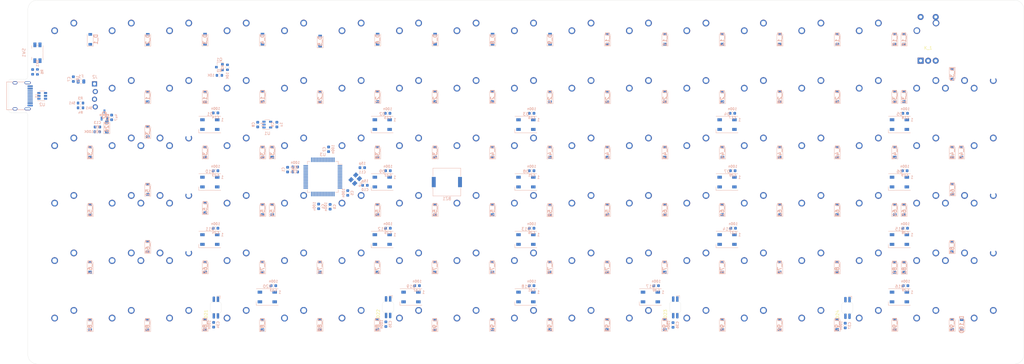
<source format=kicad_pcb>
(kicad_pcb (version 20171130) (host pcbnew "(5.1.10)-1")
  (layers (0 F.Cu signal) (31 B.Cu signal) (34 B.Paste user) (35 F.Paste user) (36 B.SilkS user) (37 F.SilkS user) (38 B.Mask user) (39 F.Mask user) (44 Edge.Cuts user))
  (net 0 "")
  (net 1 +5V)
  (net 2 BUZZER)
  (net 3 +3V3)
  (net 4 VBUS)
  (net 5 "Net-(C8-Pad2)")
  (net 6 /XTAL_0)
  (net 7 /XTAL_1)
  (net 8 /nRST)
  (net 9 /BOOT0)
  (net 10 "Net-(D1-Pad2)")
  (net 11 "Net-(D1-Pad4)")
  (net 12 GND)
  (net 13 "Net-(D2-Pad2)")
  (net 14 "Net-(D3-Pad2)")
  (net 15 "Net-(D4-Pad2)")
  (net 16 "Net-(D5-Pad2)")
  (net 17 "Net-(D6-Pad2)")
  (net 18 "Net-(D7-Pad2)")
  (net 19 "Net-(D8-Pad2)")
  (net 20 "Net-(D10-Pad4)")
  (net 21 "Net-(D10-Pad2)")
  (net 22 "Net-(D11-Pad2)")
  (net 23 "Net-(D12-Pad2)")
  (net 24 "Net-(D13-Pad2)")
  (net 25 "Net-(D14-Pad2)")
  (net 26 "Net-(D15-Pad2)")
  (net 27 "Net-(D16-Pad2)")
  (net 28 "Net-(D17-Pad2)")
  (net 29 "Net-(D18-Pad2)")
  (net 30 "Net-(D19-Pad2)")
  (net 31 "Net-(D20-Pad2)")
  (net 32 "Net-(D21-Pad2)")
  (net 33 "Net-(D22-Pad2)")
  (net 34 "Net-(D23-Pad2)")
  (net 35 "Net-(D24-Pad2)")
  (net 36 "Net-(D25-Pad2)")
  (net 37 "Net-(D26-Pad2)")
  (net 38 "Net-(D_1-Pad2)")
  (net 39 row0)
  (net 40 "Net-(D_2-Pad2)")
  (net 41 "Net-(D_3-Pad2)")
  (net 42 "Net-(D_4-Pad2)")
  (net 43 "Net-(D_5-Pad2)")
  (net 44 "Net-(D_6-Pad2)")
  (net 45 "Net-(D_7-Pad2)")
  (net 46 "Net-(D_8-Pad2)")
  (net 47 "Net-(D_9-Pad2)")
  (net 48 "Net-(D_10-Pad2)")
  (net 49 "Net-(D_11-Pad2)")
  (net 50 "Net-(D_12-Pad2)")
  (net 51 "Net-(D_13-Pad2)")
  (net 52 "Net-(D_14-Pad2)")
  (net 53 "Net-(D_15-Pad2)")
  (net 54 "Net-(D_16-Pad2)")
  (net 55 "Net-(D_17-Pad2)")
  (net 56 row1)
  (net 57 "Net-(D_18-Pad2)")
  (net 58 "Net-(D_19-Pad2)")
  (net 59 "Net-(D_20-Pad2)")
  (net 60 "Net-(D_21-Pad2)")
  (net 61 "Net-(D_22-Pad2)")
  (net 62 "Net-(D_23-Pad2)")
  (net 63 "Net-(D_24-Pad2)")
  (net 64 "Net-(D_25-Pad2)")
  (net 65 "Net-(D_26-Pad2)")
  (net 66 "Net-(D_27-Pad2)")
  (net 67 "Net-(D_28-Pad2)")
  (net 68 "Net-(D_29-Pad2)")
  (net 69 "Net-(D_30-Pad2)")
  (net 70 "Net-(D_31-Pad2)")
  (net 71 "Net-(D_32-Pad2)")
  (net 72 "Net-(D_33-Pad2)")
  (net 73 row2)
  (net 74 "Net-(D_34-Pad2)")
  (net 75 "Net-(D_35-Pad2)")
  (net 76 "Net-(D_36-Pad2)")
  (net 77 "Net-(D_37-Pad2)")
  (net 78 "Net-(D_38-Pad2)")
  (net 79 "Net-(D_39-Pad2)")
  (net 80 "Net-(D_40-Pad2)")
  (net 81 "Net-(D_41-Pad2)")
  (net 82 "Net-(D_42-Pad2)")
  (net 83 "Net-(D_43-Pad2)")
  (net 84 "Net-(D_44-Pad2)")
  (net 85 "Net-(D_45-Pad2)")
  (net 86 "Net-(D_46-Pad2)")
  (net 87 "Net-(D_47-Pad2)")
  (net 88 "Net-(D_48-Pad2)")
  (net 89 "Net-(D_49-Pad2)")
  (net 90 "Net-(D_50-Pad2)")
  (net 91 row3)
  (net 92 "Net-(D_51-Pad2)")
  (net 93 "Net-(D_52-Pad2)")
  (net 94 "Net-(D_53-Pad2)")
  (net 95 "Net-(D_54-Pad2)")
  (net 96 "Net-(D_55-Pad2)")
  (net 97 "Net-(D_56-Pad2)")
  (net 98 "Net-(D_57-Pad2)")
  (net 99 "Net-(D_58-Pad2)")
  (net 100 "Net-(D_59-Pad2)")
  (net 101 "Net-(D_60-Pad2)")
  (net 102 "Net-(D_61-Pad2)")
  (net 103 "Net-(D_62-Pad2)")
  (net 104 "Net-(D_63-Pad2)")
  (net 105 "Net-(D_64-Pad2)")
  (net 106 "Net-(D_65-Pad2)")
  (net 107 "Net-(D_66-Pad2)")
  (net 108 "Net-(D_67-Pad2)")
  (net 109 row4)
  (net 110 "Net-(D_68-Pad2)")
  (net 111 "Net-(D_69-Pad2)")
  (net 112 "Net-(D_70-Pad2)")
  (net 113 "Net-(D_71-Pad2)")
  (net 114 "Net-(D_72-Pad2)")
  (net 115 "Net-(D_73-Pad2)")
  (net 116 "Net-(D_74-Pad2)")
  (net 117 "Net-(D_75-Pad2)")
  (net 118 "Net-(D_76-Pad2)")
  (net 119 "Net-(D_77-Pad2)")
  (net 120 "Net-(D_78-Pad2)")
  (net 121 "Net-(D_79-Pad2)")
  (net 122 "Net-(D_80-Pad2)")
  (net 123 "Net-(D_81-Pad2)")
  (net 124 "Net-(D_82-Pad2)")
  (net 125 "Net-(D_83-Pad2)")
  (net 126 "Net-(D_84-Pad2)")
  (net 127 row5)
  (net 128 "Net-(D_85-Pad2)")
  (net 129 "Net-(D_86-Pad2)")
  (net 130 "Net-(D_87-Pad2)")
  (net 131 "Net-(D_88-Pad2)")
  (net 132 "Net-(D_89-Pad2)")
  (net 133 "Net-(D_90-Pad2)")
  (net 134 "Net-(D_91-Pad2)")
  (net 135 "Net-(D_92-Pad2)")
  (net 136 "Net-(D_93-Pad2)")
  (net 137 "Net-(D_94-Pad2)")
  (net 138 "Net-(D_95-Pad2)")
  (net 139 "Net-(D_96-Pad2)")
  (net 140 "Net-(D_97-Pad2)")
  (net 141 "Net-(D_98-Pad2)")
  (net 142 "Net-(D_99-Pad2)")
  (net 143 "Net-(D_100-Pad2)")
  (net 144 /USB+)
  (net 145 "Net-(J1-PadA5)")
  (net 146 "Net-(J1-PadB8)")
  (net 147 /USB-)
  (net 148 "Net-(J1-PadB5)")
  (net 149 "Net-(J1-PadA8)")
  (net 150 /SWDCLK)
  (net 151 /SWDIO)
  (net 152 col15)
  (net 153 ENCO_A)
  (net 154 ENCO_B)
  (net 155 col1)
  (net 156 col16)
  (net 157 col4)
  (net 158 col12)
  (net 159 col13)
  (net 160 /underglow)
  (net 161 /USB_D+)
  (net 162 "Net-(U1-Pad4)")
  (net 163 /USB_D-)
  (net 164 col5)
  (net 165 "Net-(U3-Pad59)")
  (net 166 "Net-(U3-Pad58)")
  (net 167 "Net-(U3-Pad57)")
  (net 168 "Net-(U3-Pad56)")
  (net 169 "Net-(U3-Pad55)")
  (net 170 "Net-(U3-Pad54)")
  (net 171 "Net-(U3-Pad50)")
  (net 172 "Net-(U3-Pad43)")
  (net 173 "Net-(U3-Pad42)")
  (net 174 "Net-(U3-Pad40)")
  (net 175 "Net-(U3-Pad39)")
  (net 176 "Net-(U3-Pad38)")
  (net 177 "Net-(U3-Pad37)")
  (net 178 col0)
  (net 179 col2)
  (net 180 col3)
  (net 181 "Net-(U3-Pad24)")
  (net 182 col14)
  (net 183 "Net-(U3-Pad21)")
  (net 184 "Net-(U3-Pad18)")
  (net 185 "Net-(U3-Pad16)")
  (net 186 "Net-(U3-Pad15)")
  (net 187 "Net-(U3-Pad14)")
  (net 188 col6)
  (net 189 col7)
  (net 190 col8)
  (net 191 col9)
  (net 192 col11)
  (net 193 col10)
  (module Resistor_SMD:R_0603_1608Metric (layer B.Cu) (at 35.71875 64.29375 180)
    (fp_text reference R7 (at 0.025 1.575) (layer B.SilkS) (effects (font (size 0.8 0.8)) (justify mirror)))
    (fp_text value 100K (at 2.8 0.025) (layer B.SilkS) (effects (font (size 0.8 0.8)) (justify mirror)))
    (pad 2 smd roundrect (at 0.825 0 180) (size 0.8 0.95) (layers B.Cu B.Paste B.Mask) (net 12 GND))
    (pad 1 smd roundrect (at -0.825 0 180) (size 0.8 0.95) (layers B.Cu B.Paste B.Mask) (net 9 /BOOT0))
  )
  (module Resistor_SMD:R_0603_1608Metric (layer B.Cu) (at 15.875 44.45 90)
    (fp_text reference R6 (at 0.025 1.575 90) (layer B.SilkS) (effects (font (size 0.8 0.8)) (justify mirror)))
    (fp_text value 5K1 (at 2.8 0.025 90) (layer B.SilkS) (effects (font (size 0.8 0.8)) (justify mirror)))
    (pad 2 smd roundrect (at 0.825 0 90) (size 0.8 0.95) (layers B.Cu B.Paste B.Mask) (net 36 "Net-(D25-Pad2)"))
    (pad 1 smd roundrect (at -0.825 0 90) (size 0.8 0.95) (layers B.Cu B.Paste B.Mask) (net 3 +3V3))
  )
  (module Resistor_SMD:R_0603_1608Metric (layer B.Cu) (at 30.1625 56.35625)
    (fp_text reference R4 (at 0.025 1.575) (layer B.SilkS) (effects (font (size 0.8 0.8)) (justify mirror)))
    (fp_text value 5k1 (at 2.8 0.025) (layer B.SilkS) (effects (font (size 0.8 0.8)) (justify mirror)))
    (pad 2 smd roundrect (at 0.825 0) (size 0.8 0.95) (layers B.Cu B.Paste B.Mask) (net 148 "Net-(J1-PadB5)"))
    (pad 1 smd roundrect (at -0.825 0) (size 0.8 0.95) (layers B.Cu B.Paste B.Mask) (net 1 +5V))
  )
  (module Resistor_SMD:R_0603_1608Metric (layer B.Cu) (at 30.1625 54.76875 180)
    (fp_text reference R3 (at 0.025 1.575) (layer B.SilkS) (effects (font (size 0.8 0.8)) (justify mirror)))
    (fp_text value 5k1 (at 2.8 0.025) (layer B.SilkS) (effects (font (size 0.8 0.8)) (justify mirror)))
    (pad 2 smd roundrect (at 0.825 0 180) (size 0.8 0.95) (layers B.Cu B.Paste B.Mask) (net 145 "Net-(J1-PadA5)"))
    (pad 1 smd roundrect (at -0.825 0 180) (size 0.8 0.95) (layers B.Cu B.Paste B.Mask) (net 1 +5V))
  )
  (module Resistor_SMD:R_0603_1608Metric (layer B.Cu) (at 78.867 42.926 270)
    (fp_text reference R2 (at 0.025 1.575 90) (layer B.SilkS) (effects (font (size 0.8 0.8)) (justify mirror)))
    (fp_text value 10K (at 2.8 0.025 90) (layer B.SilkS) (effects (font (size 0.8 0.8)) (justify mirror)))
    (pad 2 smd roundrect (at 0.825 0 270) (size 0.8 0.95) (layers B.Cu B.Paste B.Mask) (net 160 /underglow))
    (pad 1 smd roundrect (at -0.825 0 270) (size 0.8 0.95) (layers B.Cu B.Paste B.Mask) (net 3 +3V3))
  )
  (module Resistor_SMD:R_0603_1608Metric (layer B.Cu) (at 76.2 45.593 180)
    (fp_text reference R1 (at 0.025 1.575) (layer B.SilkS) (effects (font (size 0.8 0.8)) (justify mirror)))
    (fp_text value 10K (at 2.8 0.025) (layer B.SilkS) (effects (font (size 0.8 0.8)) (justify mirror)))
    (pad 2 smd roundrect (at 0.825 0 180) (size 0.8 0.95) (layers B.Cu B.Paste B.Mask) (net 11 "Net-(D1-Pad4)"))
    (pad 1 smd roundrect (at -0.825 0 180) (size 0.8 0.95) (layers B.Cu B.Paste B.Mask) (net 1 +5V))
  )
  (module Capacitor_SMD:C_0603_1608Metric (layer B.Cu) (at 27.78125 46.83125 270)
    (fp_text reference C7 (at 0 1.45 270) (layer B.SilkS) (effects (font (size 0.8 0.8)) (justify mirror)))
    (fp_text value 10u (at 0 -1.45 270) (layer B.SilkS) (effects (font (size 0.8 0.8)) (justify mirror)))
    (pad 2 smd roundrect (at 0.775 0 270) (size 0.9 0.95) (layers B.Cu B.Paste B.Mask) (net 4 VBUS))
    (pad 1 smd roundrect (at -0.775 0 270) (size 0.9 0.95) (layers B.Cu B.Paste B.Mask) (net 12 GND))
  )
  (module Capacitor_SMD:C_0603_1608Metric (layer B.Cu) (at 283.6545 128.524 90)
    (fp_text reference C37 (at 0 1.45 90) (layer B.SilkS) (effects (font (size 0.8 0.8)) (justify mirror)))
    (fp_text value 100n (at 0 -1.45 90) (layer B.SilkS) (effects (font (size 0.8 0.8)) (justify mirror)))
    (pad 2 smd roundrect (at 0.775 0 90) (size 0.9 0.95) (layers B.Cu B.Paste B.Mask) (net 1 +5V))
    (pad 1 smd roundrect (at -0.775 0 90) (size 0.9 0.95) (layers B.Cu B.Paste B.Mask) (net 12 GND))
  )
  (module Capacitor_SMD:C_0603_1608Metric (layer B.Cu) (at 226.568 128.3335 90)
    (fp_text reference C36 (at 0 1.45 90) (layer B.SilkS) (effects (font (size 0.8 0.8)) (justify mirror)))
    (fp_text value 100n (at 0 -1.45 90) (layer B.SilkS) (effects (font (size 0.8 0.8)) (justify mirror)))
    (pad 2 smd roundrect (at 0.775 0 90) (size 0.9 0.95) (layers B.Cu B.Paste B.Mask) (net 1 +5V))
    (pad 1 smd roundrect (at -0.775 0 90) (size 0.9 0.95) (layers B.Cu B.Paste B.Mask) (net 12 GND))
  )
  (module Capacitor_SMD:C_0603_1608Metric (layer B.Cu) (at 131.3815 128.0795 90)
    (fp_text reference C35 (at 0 1.45 90) (layer B.SilkS) (effects (font (size 0.8 0.8)) (justify mirror)))
    (fp_text value 100n (at 0 -1.45 90) (layer B.SilkS) (effects (font (size 0.8 0.8)) (justify mirror)))
    (pad 2 smd roundrect (at 0.775 0 90) (size 0.9 0.95) (layers B.Cu B.Paste B.Mask) (net 1 +5V))
    (pad 1 smd roundrect (at -0.775 0 90) (size 0.9 0.95) (layers B.Cu B.Paste B.Mask) (net 12 GND))
  )
  (module Capacitor_SMD:C_0603_1608Metric (layer B.Cu) (at 74.295 128.27 90)
    (fp_text reference C34 (at 0 1.45 90) (layer B.SilkS) (effects (font (size 0.8 0.8)) (justify mirror)))
    (fp_text value 100n (at 0 -1.45 90) (layer B.SilkS) (effects (font (size 0.8 0.8)) (justify mirror)))
    (pad 2 smd roundrect (at 0.775 0 90) (size 0.9 0.95) (layers B.Cu B.Paste B.Mask) (net 1 +5V))
    (pad 1 smd roundrect (at -0.775 0 90) (size 0.9 0.95) (layers B.Cu B.Paste B.Mask) (net 12 GND))
  )
  (module Capacitor_SMD:C_0603_1608Metric (layer B.Cu) (at 94.107 115.316)
    (fp_text reference C33 (at 0 1.45) (layer B.SilkS) (effects (font (size 0.8 0.8)) (justify mirror)))
    (fp_text value 100n (at 0 -1.45) (layer B.SilkS) (effects (font (size 0.8 0.8)) (justify mirror)))
    (pad 2 smd roundrect (at 0.775 0) (size 0.9 0.95) (layers B.Cu B.Paste B.Mask) (net 1 +5V))
    (pad 1 smd roundrect (at -0.775 0) (size 0.9 0.95) (layers B.Cu B.Paste B.Mask) (net 12 GND))
  )
  (module Capacitor_SMD:C_0603_1608Metric (layer B.Cu) (at 141.732 115.316)
    (fp_text reference C32 (at 0 1.45) (layer B.SilkS) (effects (font (size 0.8 0.8)) (justify mirror)))
    (fp_text value 100n (at 0 -1.45) (layer B.SilkS) (effects (font (size 0.8 0.8)) (justify mirror)))
    (pad 2 smd roundrect (at 0.775 0) (size 0.9 0.95) (layers B.Cu B.Paste B.Mask) (net 1 +5V))
    (pad 1 smd roundrect (at -0.775 0) (size 0.9 0.95) (layers B.Cu B.Paste B.Mask) (net 12 GND))
  )
  (module Capacitor_SMD:C_0603_1608Metric (layer B.Cu) (at 179.705 115.316)
    (fp_text reference C31 (at 0 1.45) (layer B.SilkS) (effects (font (size 0.8 0.8)) (justify mirror)))
    (fp_text value 100n (at 0 -1.45) (layer B.SilkS) (effects (font (size 0.8 0.8)) (justify mirror)))
    (pad 2 smd roundrect (at 0.775 0) (size 0.9 0.95) (layers B.Cu B.Paste B.Mask) (net 1 +5V))
    (pad 1 smd roundrect (at -0.775 0) (size 0.9 0.95) (layers B.Cu B.Paste B.Mask) (net 12 GND))
  )
  (module Capacitor_SMD:C_0603_1608Metric (layer B.Cu) (at 220.98 115.316)
    (fp_text reference C30 (at 0 1.45) (layer B.SilkS) (effects (font (size 0.8 0.8)) (justify mirror)))
    (fp_text value 100n (at 0 -1.45) (layer B.SilkS) (effects (font (size 0.8 0.8)) (justify mirror)))
    (pad 2 smd roundrect (at 0.775 0) (size 0.9 0.95) (layers B.Cu B.Paste B.Mask) (net 1 +5V))
    (pad 1 smd roundrect (at -0.775 0) (size 0.9 0.95) (layers B.Cu B.Paste B.Mask) (net 12 GND))
  )
  (module Capacitor_SMD:C_0603_1608Metric (layer B.Cu) (at 303.657 115.316)
    (fp_text reference C29 (at 0 1.45) (layer B.SilkS) (effects (font (size 0.8 0.8)) (justify mirror)))
    (fp_text value 100n (at 0 -1.45) (layer B.SilkS) (effects (font (size 0.8 0.8)) (justify mirror)))
    (pad 2 smd roundrect (at 0.775 0) (size 0.9 0.95) (layers B.Cu B.Paste B.Mask) (net 1 +5V))
    (pad 1 smd roundrect (at -0.775 0) (size 0.9 0.95) (layers B.Cu B.Paste B.Mask) (net 12 GND))
  )
  (module Capacitor_SMD:C_0603_1608Metric (layer B.Cu) (at 303.53 96.266)
    (fp_text reference C28 (at 0 1.45) (layer B.SilkS) (effects (font (size 0.8 0.8)) (justify mirror)))
    (fp_text value 100n (at 0 -1.45) (layer B.SilkS) (effects (font (size 0.8 0.8)) (justify mirror)))
    (pad 2 smd roundrect (at 0.775 0) (size 0.9 0.95) (layers B.Cu B.Paste B.Mask) (net 1 +5V))
    (pad 1 smd roundrect (at -0.775 0) (size 0.9 0.95) (layers B.Cu B.Paste B.Mask) (net 12 GND))
  )
  (module Capacitor_SMD:C_0603_1608Metric (layer B.Cu) (at 246.507 96.266)
    (fp_text reference C27 (at 0 1.45) (layer B.SilkS) (effects (font (size 0.8 0.8)) (justify mirror)))
    (fp_text value 100n (at 0 -1.45) (layer B.SilkS) (effects (font (size 0.8 0.8)) (justify mirror)))
    (pad 2 smd roundrect (at 0.775 0) (size 0.9 0.95) (layers B.Cu B.Paste B.Mask) (net 1 +5V))
    (pad 1 smd roundrect (at -0.775 0) (size 0.9 0.95) (layers B.Cu B.Paste B.Mask) (net 12 GND))
  )
  (module Capacitor_SMD:C_0603_1608Metric (layer B.Cu) (at 179.705 96.266)
    (fp_text reference C26 (at 0 1.45) (layer B.SilkS) (effects (font (size 0.8 0.8)) (justify mirror)))
    (fp_text value 100n (at 0 -1.45) (layer B.SilkS) (effects (font (size 0.8 0.8)) (justify mirror)))
    (pad 2 smd roundrect (at 0.775 0) (size 0.9 0.95) (layers B.Cu B.Paste B.Mask) (net 1 +5V))
    (pad 1 smd roundrect (at -0.775 0) (size 0.9 0.95) (layers B.Cu B.Paste B.Mask) (net 12 GND))
  )
  (module Capacitor_SMD:C_0603_1608Metric (layer B.Cu) (at 132.08 96.266)
    (fp_text reference C25 (at 0 1.45) (layer B.SilkS) (effects (font (size 0.8 0.8)) (justify mirror)))
    (fp_text value 100n (at 0 -1.45) (layer B.SilkS) (effects (font (size 0.8 0.8)) (justify mirror)))
    (pad 2 smd roundrect (at 0.775 0) (size 0.9 0.95) (layers B.Cu B.Paste B.Mask) (net 1 +5V))
    (pad 1 smd roundrect (at -0.775 0) (size 0.9 0.95) (layers B.Cu B.Paste B.Mask) (net 12 GND))
  )
  (module Capacitor_SMD:C_0603_1608Metric (layer B.Cu) (at 74.93 96.266)
    (fp_text reference C24 (at 0 1.45) (layer B.SilkS) (effects (font (size 0.8 0.8)) (justify mirror)))
    (fp_text value 100n (at 0 -1.45) (layer B.SilkS) (effects (font (size 0.8 0.8)) (justify mirror)))
    (pad 2 smd roundrect (at 0.775 0) (size 0.9 0.95) (layers B.Cu B.Paste B.Mask) (net 1 +5V))
    (pad 1 smd roundrect (at -0.775 0) (size 0.9 0.95) (layers B.Cu B.Paste B.Mask) (net 12 GND))
  )
  (module Capacitor_SMD:C_0603_1608Metric (layer B.Cu) (at 74.93 77.216)
    (fp_text reference C23 (at 0 1.45) (layer B.SilkS) (effects (font (size 0.8 0.8)) (justify mirror)))
    (fp_text value 100n (at 0 -1.45) (layer B.SilkS) (effects (font (size 0.8 0.8)) (justify mirror)))
    (pad 2 smd roundrect (at 0.775 0) (size 0.9 0.95) (layers B.Cu B.Paste B.Mask) (net 1 +5V))
    (pad 1 smd roundrect (at -0.775 0) (size 0.9 0.95) (layers B.Cu B.Paste B.Mask) (net 12 GND))
  )
  (module Capacitor_SMD:C_0603_1608Metric (layer B.Cu) (at 132.08 77.216)
    (fp_text reference C22 (at 0 1.45) (layer B.SilkS) (effects (font (size 0.8 0.8)) (justify mirror)))
    (fp_text value 100n (at 0 -1.45) (layer B.SilkS) (effects (font (size 0.8 0.8)) (justify mirror)))
    (pad 2 smd roundrect (at 0.775 0) (size 0.9 0.95) (layers B.Cu B.Paste B.Mask) (net 1 +5V))
    (pad 1 smd roundrect (at -0.775 0) (size 0.9 0.95) (layers B.Cu B.Paste B.Mask) (net 12 GND))
  )
  (module Capacitor_SMD:C_0603_1608Metric (layer B.Cu) (at 179.705 77.216)
    (fp_text reference C21 (at 0 1.45) (layer B.SilkS) (effects (font (size 0.8 0.8)) (justify mirror)))
    (fp_text value 100n (at 0 -1.45) (layer B.SilkS) (effects (font (size 0.8 0.8)) (justify mirror)))
    (pad 2 smd roundrect (at 0.775 0) (size 0.9 0.95) (layers B.Cu B.Paste B.Mask) (net 1 +5V))
    (pad 1 smd roundrect (at -0.775 0) (size 0.9 0.95) (layers B.Cu B.Paste B.Mask) (net 12 GND))
  )
  (module Capacitor_SMD:C_0603_1608Metric (layer B.Cu) (at 246.38 77.216)
    (fp_text reference C20 (at 0 1.45) (layer B.SilkS) (effects (font (size 0.8 0.8)) (justify mirror)))
    (fp_text value 100n (at 0 -1.45) (layer B.SilkS) (effects (font (size 0.8 0.8)) (justify mirror)))
    (pad 2 smd roundrect (at 0.775 0) (size 0.9 0.95) (layers B.Cu B.Paste B.Mask) (net 1 +5V))
    (pad 1 smd roundrect (at -0.775 0) (size 0.9 0.95) (layers B.Cu B.Paste B.Mask) (net 12 GND))
  )
  (module Capacitor_SMD:C_0603_1608Metric (layer B.Cu) (at 303.403 77.216)
    (fp_text reference C19 (at 0 1.45) (layer B.SilkS) (effects (font (size 0.8 0.8)) (justify mirror)))
    (fp_text value 100n (at 0 -1.45) (layer B.SilkS) (effects (font (size 0.8 0.8)) (justify mirror)))
    (pad 2 smd roundrect (at 0.775 0) (size 0.9 0.95) (layers B.Cu B.Paste B.Mask) (net 1 +5V))
    (pad 1 smd roundrect (at -0.775 0) (size 0.9 0.95) (layers B.Cu B.Paste B.Mask) (net 12 GND))
  )
  (module Capacitor_SMD:C_0603_1608Metric (layer B.Cu) (at 303.53 58.166)
    (fp_text reference C18 (at 0 1.45) (layer B.SilkS) (effects (font (size 0.8 0.8)) (justify mirror)))
    (fp_text value 100n (at 0 -1.45) (layer B.SilkS) (effects (font (size 0.8 0.8)) (justify mirror)))
    (pad 2 smd roundrect (at 0.775 0) (size 0.9 0.95) (layers B.Cu B.Paste B.Mask) (net 1 +5V))
    (pad 1 smd roundrect (at -0.775 0) (size 0.9 0.95) (layers B.Cu B.Paste B.Mask) (net 12 GND))
  )
  (module Capacitor_SMD:C_0603_1608Metric (layer B.Cu) (at 246.253 58.166)
    (fp_text reference C17 (at 0 1.45) (layer B.SilkS) (effects (font (size 0.8 0.8)) (justify mirror)))
    (fp_text value 100n (at 0 -1.45) (layer B.SilkS) (effects (font (size 0.8 0.8)) (justify mirror)))
    (pad 2 smd roundrect (at 0.775 0) (size 0.9 0.95) (layers B.Cu B.Paste B.Mask) (net 1 +5V))
    (pad 1 smd roundrect (at -0.775 0) (size 0.9 0.95) (layers B.Cu B.Paste B.Mask) (net 12 GND))
  )
  (module Capacitor_SMD:C_0603_1608Metric (layer B.Cu) (at 179.705 58.166)
    (fp_text reference C16 (at 0 1.45) (layer B.SilkS) (effects (font (size 0.8 0.8)) (justify mirror)))
    (fp_text value 100n (at 0 -1.45) (layer B.SilkS) (effects (font (size 0.8 0.8)) (justify mirror)))
    (pad 2 smd roundrect (at 0.775 0) (size 0.9 0.95) (layers B.Cu B.Paste B.Mask) (net 1 +5V))
    (pad 1 smd roundrect (at -0.775 0) (size 0.9 0.95) (layers B.Cu B.Paste B.Mask) (net 12 GND))
  )
  (module Capacitor_SMD:C_0603_1608Metric (layer B.Cu) (at 131.953 58.166)
    (fp_text reference C15 (at 0 1.45) (layer B.SilkS) (effects (font (size 0.8 0.8)) (justify mirror)))
    (fp_text value 100n (at 0 -1.45) (layer B.SilkS) (effects (font (size 0.8 0.8)) (justify mirror)))
    (pad 2 smd roundrect (at 0.775 0) (size 0.9 0.95) (layers B.Cu B.Paste B.Mask) (net 1 +5V))
    (pad 1 smd roundrect (at -0.775 0) (size 0.9 0.95) (layers B.Cu B.Paste B.Mask) (net 12 GND))
  )
  (module Capacitor_SMD:C_0603_1608Metric (layer B.Cu) (at 74.93 58.039)
    (fp_text reference C14 (at 0 1.45) (layer B.SilkS) (effects (font (size 0.8 0.8)) (justify mirror)))
    (fp_text value 100n (at 0 -1.45) (layer B.SilkS) (effects (font (size 0.8 0.8)) (justify mirror)))
    (pad 2 smd roundrect (at 0.775 0) (size 0.9 0.95) (layers B.Cu B.Paste B.Mask) (net 1 +5V))
    (pad 1 smd roundrect (at -0.775 0) (size 0.9 0.95) (layers B.Cu B.Paste B.Mask) (net 12 GND))
  )
  (module Capacitor_SMD:C_0603_1608Metric (layer B.Cu) (at 35.775 62.70625 180)
    (fp_text reference C13 (at 0 1.45) (layer B.SilkS) (effects (font (size 0.8 0.8)) (justify mirror)))
    (fp_text value 10u (at 0 -1.45) (layer B.SilkS) (effects (font (size 0.8 0.8)) (justify mirror)))
    (pad 2 smd roundrect (at 0.775 0 180) (size 0.9 0.95) (layers B.Cu B.Paste B.Mask) (net 12 GND))
    (pad 1 smd roundrect (at -0.775 0 180) (size 0.9 0.95) (layers B.Cu B.Paste B.Mask) (net 9 /BOOT0))
  )
  (module Capacitor_SMD:C_0603_1608Metric (layer B.Cu) (at 40.48125 59.53125 270)
    (fp_text reference C12 (at 0 1.45 90) (layer B.SilkS) (effects (font (size 0.8 0.8)) (justify mirror)))
    (fp_text value 4u7 (at 0 -1.45 90) (layer B.SilkS) (effects (font (size 0.8 0.8)) (justify mirror)))
    (pad 2 smd roundrect (at 0.775 0 270) (size 0.9 0.95) (layers B.Cu B.Paste B.Mask) (net 12 GND))
    (pad 1 smd roundrect (at -0.775 0 270) (size 0.9 0.95) (layers B.Cu B.Paste B.Mask) (net 8 /nRST))
  )
  (module Capacitor_SMD:C_0603_1608Metric (layer B.Cu) (at 123.571 76.2)
    (fp_text reference C11 (at 0 1.45) (layer B.SilkS) (effects (font (size 0.8 0.8)) (justify mirror)))
    (fp_text value 15p (at 0 -1.45) (layer B.SilkS) (effects (font (size 0.8 0.8)) (justify mirror)))
    (pad 2 smd roundrect (at 0.775 0) (size 0.9 0.95) (layers B.Cu B.Paste B.Mask) (net 12 GND))
    (pad 1 smd roundrect (at -0.775 0) (size 0.9 0.95) (layers B.Cu B.Paste B.Mask) (net 7 /XTAL_1))
  )
  (module Capacitor_SMD:C_0603_1608Metric (layer B.Cu) (at 124.46 82.042)
    (fp_text reference C10 (at 0 1.45) (layer B.SilkS) (effects (font (size 0.8 0.8)) (justify mirror)))
    (fp_text value 15p (at 0 -1.45) (layer B.SilkS) (effects (font (size 0.8 0.8)) (justify mirror)))
    (pad 2 smd roundrect (at 0.775 0) (size 0.9 0.95) (layers B.Cu B.Paste B.Mask) (net 12 GND))
    (pad 1 smd roundrect (at -0.775 0) (size 0.9 0.95) (layers B.Cu B.Paste B.Mask) (net 6 /XTAL_0))
  )
  (module Capacitor_SMD:C_0603_1608Metric (layer B.Cu) (at 95.25 61.9125 270)
    (fp_text reference C9 (at 0 1.45 90) (layer B.SilkS) (effects (font (size 0.8 0.8)) (justify mirror)))
    (fp_text value 1u (at 0 -1.45 90) (layer B.SilkS) (effects (font (size 0.8 0.8)) (justify mirror)))
    (pad 2 smd roundrect (at 0.775 0 270) (size 0.9 0.95) (layers B.Cu B.Paste B.Mask) (net 3 +3V3))
    (pad 1 smd roundrect (at -0.775 0 270) (size 0.9 0.95) (layers B.Cu B.Paste B.Mask) (net 12 GND))
  )
  (module Capacitor_SMD:C_0603_1608Metric (layer B.Cu) (at 88.9 61.9125 270)
    (fp_text reference C8 (at 0 1.45 90) (layer B.SilkS) (effects (font (size 0.8 0.8)) (justify mirror)))
    (fp_text value 1u (at 0 -1.45 90) (layer B.SilkS) (effects (font (size 0.8 0.8)) (justify mirror)))
    (pad 2 smd roundrect (at 0.775 0 270) (size 0.9 0.95) (layers B.Cu B.Paste B.Mask) (net 5 "Net-(C8-Pad2)"))
    (pad 1 smd roundrect (at -0.775 0 270) (size 0.9 0.95) (layers B.Cu B.Paste B.Mask) (net 12 GND))
  )
  (module Capacitor_SMD:C_0603_1608Metric (layer B.Cu) (at 112.903 89.154 90)
    (fp_text reference C6 (at 0 1.45 90) (layer B.SilkS) (effects (font (size 0.8 0.8)) (justify mirror)))
    (fp_text value 100n (at 0 -1.45 90) (layer B.SilkS) (effects (font (size 0.8 0.8)) (justify mirror)))
    (pad 2 smd roundrect (at 0.775 0 90) (size 0.9 0.95) (layers B.Cu B.Paste B.Mask) (net 3 +3V3))
    (pad 1 smd roundrect (at -0.775 0 90) (size 0.9 0.95) (layers B.Cu B.Paste B.Mask) (net 12 GND))
  )
  (module Capacitor_SMD:C_0603_1608Metric (layer B.Cu) (at 118.745 84.582 90)
    (fp_text reference C5 (at 0 1.45 90) (layer B.SilkS) (effects (font (size 0.8 0.8)) (justify mirror)))
    (fp_text value 100n (at 0 -1.45 90) (layer B.SilkS) (effects (font (size 0.8 0.8)) (justify mirror)))
    (pad 2 smd roundrect (at 0.775 0 90) (size 0.9 0.95) (layers B.Cu B.Paste B.Mask) (net 3 +3V3))
    (pad 1 smd roundrect (at -0.775 0 90) (size 0.9 0.95) (layers B.Cu B.Paste B.Mask) (net 12 GND))
  )
  (module Capacitor_SMD:C_0603_1608Metric (layer B.Cu) (at 109.093 89.027 90)
    (fp_text reference C4 (at 0 1.45 90) (layer B.SilkS) (effects (font (size 0.8 0.8)) (justify mirror)))
    (fp_text value 100n (at 0 -1.45 90) (layer B.SilkS) (effects (font (size 0.8 0.8)) (justify mirror)))
    (pad 2 smd roundrect (at 0.775 0 90) (size 0.9 0.95) (layers B.Cu B.Paste B.Mask) (net 3 +3V3))
    (pad 1 smd roundrect (at -0.775 0 90) (size 0.9 0.95) (layers B.Cu B.Paste B.Mask) (net 12 GND))
  )
  (module Capacitor_SMD:C_0603_1608Metric (layer B.Cu) (at 101.346 75.946)
    (fp_text reference C3 (at 0 1.45) (layer B.SilkS) (effects (font (size 0.8 0.8)) (justify mirror)))
    (fp_text value 100n (at 0 -1.45) (layer B.SilkS) (effects (font (size 0.8 0.8)) (justify mirror)))
    (pad 2 smd roundrect (at 0.775 0) (size 0.9 0.95) (layers B.Cu B.Paste B.Mask) (net 3 +3V3))
    (pad 1 smd roundrect (at -0.775 0) (size 0.9 0.95) (layers B.Cu B.Paste B.Mask) (net 12 GND))
  )
  (module Capacitor_SMD:C_0603_1608Metric (layer B.Cu) (at 112.395 70.104 270)
    (fp_text reference C2 (at 0 1.45 90) (layer B.SilkS) (effects (font (size 0.8 0.8)) (justify mirror)))
    (fp_text value 100n (at 0 -1.45 90) (layer B.SilkS) (effects (font (size 0.8 0.8)) (justify mirror)))
    (pad 2 smd roundrect (at 0.775 0 270) (size 0.9 0.95) (layers B.Cu B.Paste B.Mask) (net 3 +3V3))
    (pad 1 smd roundrect (at -0.775 0 270) (size 0.9 0.95) (layers B.Cu B.Paste B.Mask) (net 12 GND))
  )
  (module Capacitor_SMD:C_0603_1608Metric (layer B.Cu) (at 98.806 76.835 270)
    (fp_text reference C1 (at 0 1.45 90) (layer B.SilkS) (effects (font (size 0.8 0.8)) (justify mirror)))
    (fp_text value 4u7 (at 0 -1.45 90) (layer B.SilkS) (effects (font (size 0.8 0.8)) (justify mirror)))
    (pad 2 smd roundrect (at 0.775 0 270) (size 0.9 0.95) (layers B.Cu B.Paste B.Mask) (net 12 GND))
    (pad 1 smd roundrect (at -0.775 0 270) (size 0.9 0.95) (layers B.Cu B.Paste B.Mask) (net 3 +3V3))
  )
  (module Diode_SMD:D_SOD-123 (layer B.Cu) (at 322.2625 128.2065 90)
    (fp_text reference D_100 (at 0 0 90) (layer B.SilkS) (effects (font (size 1.27 1.27) (thickness 0.254)) (justify mirror)))
    (fp_text value 1N4148 hide)
    (pad 2 smd rect (at 1.65 0 90) (size 0.9 1.2) (layers B.Cu B.Paste B.Mask) (net 143 "Net-(D_100-Pad2)"))
    (pad 1 smd rect (at -1.65 0 90) (size 0.9 1.2) (layers B.Cu B.Paste B.Mask) (net 127 row5))
  )
  (module Diode_SMD:D_SOD-123 (layer B.Cu) (at 319.0875 128.2065 90)
    (fp_text reference D_99 (at 0 0 90) (layer B.SilkS) (effects (font (size 1.27 1.27) (thickness 0.254)) (justify mirror)))
    (fp_text value 1N4148 hide)
    (pad 2 smd rect (at 1.65 0 90) (size 0.9 1.2) (layers B.Cu B.Paste B.Mask) (net 142 "Net-(D_99-Pad2)"))
    (pad 1 smd rect (at -1.65 0 90) (size 0.9 1.2) (layers B.Cu B.Paste B.Mask) (net 127 row5))
  )
  (module Diode_SMD:D_SOD-123 (layer B.Cu) (at 300.101 128.2065 90)
    (fp_text reference D_98 (at 0 0 90) (layer B.SilkS) (effects (font (size 1.27 1.27) (thickness 0.254)) (justify mirror)))
    (fp_text value 1N4148 hide)
    (pad 2 smd rect (at 1.65 0 90) (size 0.9 1.2) (layers B.Cu B.Paste B.Mask) (net 141 "Net-(D_98-Pad2)"))
    (pad 1 smd rect (at -1.65 0 90) (size 0.9 1.2) (layers B.Cu B.Paste B.Mask) (net 127 row5))
  )
  (module Diode_SMD:D_SOD-123 (layer B.Cu) (at 280.9875 128.2065 90)
    (fp_text reference D_97 (at 0 0 90) (layer B.SilkS) (effects (font (size 1.27 1.27) (thickness 0.254)) (justify mirror)))
    (fp_text value 1N4148 hide)
    (pad 2 smd rect (at 1.65 0 90) (size 0.9 1.2) (layers B.Cu B.Paste B.Mask) (net 140 "Net-(D_97-Pad2)"))
    (pad 1 smd rect (at -1.65 0 90) (size 0.9 1.2) (layers B.Cu B.Paste B.Mask) (net 127 row5))
  )
  (module Diode_SMD:D_SOD-123 (layer B.Cu) (at 261.9375 128.2065 90)
    (fp_text reference D_96 (at 0 0 90) (layer B.SilkS) (effects (font (size 1.27 1.27) (thickness 0.254)) (justify mirror)))
    (fp_text value 1N4148 hide)
    (pad 2 smd rect (at 1.65 0 90) (size 0.9 1.2) (layers B.Cu B.Paste B.Mask) (net 139 "Net-(D_96-Pad2)"))
    (pad 1 smd rect (at -1.65 0 90) (size 0.9 1.2) (layers B.Cu B.Paste B.Mask) (net 127 row5))
  )
  (module Diode_SMD:D_SOD-123 (layer B.Cu) (at 242.951 128.2065 90)
    (fp_text reference D_95 (at 0 0 90) (layer B.SilkS) (effects (font (size 1.27 1.27) (thickness 0.254)) (justify mirror)))
    (fp_text value 1N4148 hide)
    (pad 2 smd rect (at 1.65 0 90) (size 0.9 1.2) (layers B.Cu B.Paste B.Mask) (net 138 "Net-(D_95-Pad2)"))
    (pad 1 smd rect (at -1.65 0 90) (size 0.9 1.2) (layers B.Cu B.Paste B.Mask) (net 127 row5))
  )
  (module Diode_SMD:D_SOD-123 (layer B.Cu) (at 223.8375 128.2065 90)
    (fp_text reference D_94 (at 0 0 90) (layer B.SilkS) (effects (font (size 1.27 1.27) (thickness 0.254)) (justify mirror)))
    (fp_text value 1N4148 hide)
    (pad 2 smd rect (at 1.65 0 90) (size 0.9 1.2) (layers B.Cu B.Paste B.Mask) (net 137 "Net-(D_94-Pad2)"))
    (pad 1 smd rect (at -1.65 0 90) (size 0.9 1.2) (layers B.Cu B.Paste B.Mask) (net 127 row5))
  )
  (module Diode_SMD:D_SOD-123 (layer B.Cu) (at 204.7875 128.2065 90)
    (fp_text reference D_93 (at 0 0 90) (layer B.SilkS) (effects (font (size 1.27 1.27) (thickness 0.254)) (justify mirror)))
    (fp_text value 1N4148 hide)
    (pad 2 smd rect (at 1.65 0 90) (size 0.9 1.2) (layers B.Cu B.Paste B.Mask) (net 136 "Net-(D_93-Pad2)"))
    (pad 1 smd rect (at -1.65 0 90) (size 0.9 1.2) (layers B.Cu B.Paste B.Mask) (net 127 row5))
  )
  (module Diode_SMD:D_SOD-123 (layer B.Cu) (at 185.801 128.2065 90)
    (fp_text reference D_92 (at 0 0 90) (layer B.SilkS) (effects (font (size 1.27 1.27) (thickness 0.254)) (justify mirror)))
    (fp_text value 1N4148 hide)
    (pad 2 smd rect (at 1.65 0 90) (size 0.9 1.2) (layers B.Cu B.Paste B.Mask) (net 135 "Net-(D_92-Pad2)"))
    (pad 1 smd rect (at -1.65 0 90) (size 0.9 1.2) (layers B.Cu B.Paste B.Mask) (net 127 row5))
  )
  (module Diode_SMD:D_SOD-123 (layer B.Cu) (at 166.751 128.2065 90)
    (fp_text reference D_91 (at 0 0 90) (layer B.SilkS) (effects (font (size 1.27 1.27) (thickness 0.254)) (justify mirror)))
    (fp_text value 1N4148 hide)
    (pad 2 smd rect (at 1.65 0 90) (size 0.9 1.2) (layers B.Cu B.Paste B.Mask) (net 134 "Net-(D_91-Pad2)"))
    (pad 1 smd rect (at -1.65 0 90) (size 0.9 1.2) (layers B.Cu B.Paste B.Mask) (net 127 row5))
  )
  (module Diode_SMD:D_SOD-123 (layer B.Cu) (at 147.6375 128.27 90)
    (fp_text reference D_90 (at 0 0 90) (layer B.SilkS) (effects (font (size 1.27 1.27) (thickness 0.254)) (justify mirror)))
    (fp_text value 1N4148 hide)
    (pad 2 smd rect (at 1.65 0 90) (size 0.9 1.2) (layers B.Cu B.Paste B.Mask) (net 133 "Net-(D_90-Pad2)"))
    (pad 1 smd rect (at -1.65 0 90) (size 0.9 1.2) (layers B.Cu B.Paste B.Mask) (net 127 row5))
  )
  (module Diode_SMD:D_SOD-123 (layer B.Cu) (at 128.5875 128.2065 90)
    (fp_text reference D_89 (at 0 0 90) (layer B.SilkS) (effects (font (size 1.27 1.27) (thickness 0.254)) (justify mirror)))
    (fp_text value 1N4148 hide)
    (pad 2 smd rect (at 1.65 0 90) (size 0.9 1.2) (layers B.Cu B.Paste B.Mask) (net 132 "Net-(D_89-Pad2)"))
    (pad 1 smd rect (at -1.65 0 90) (size 0.9 1.2) (layers B.Cu B.Paste B.Mask) (net 127 row5))
  )
  (module Diode_SMD:D_SOD-123 (layer B.Cu) (at 109.5375 128.2065 90)
    (fp_text reference D_88 (at 0 0 90) (layer B.SilkS) (effects (font (size 1.27 1.27) (thickness 0.254)) (justify mirror)))
    (fp_text value 1N4148 hide)
    (pad 2 smd rect (at 1.65 0 90) (size 0.9 1.2) (layers B.Cu B.Paste B.Mask) (net 131 "Net-(D_88-Pad2)"))
    (pad 1 smd rect (at -1.65 0 90) (size 0.9 1.2) (layers B.Cu B.Paste B.Mask) (net 127 row5))
  )
  (module Diode_SMD:D_SOD-123 (layer B.Cu) (at 90.4875 128.27 90)
    (fp_text reference D_87 (at 0 0 90) (layer B.SilkS) (effects (font (size 1.27 1.27) (thickness 0.254)) (justify mirror)))
    (fp_text value 1N4148 hide)
    (pad 2 smd rect (at 1.65 0 90) (size 0.9 1.2) (layers B.Cu B.Paste B.Mask) (net 130 "Net-(D_87-Pad2)"))
    (pad 1 smd rect (at -1.65 0 90) (size 0.9 1.2) (layers B.Cu B.Paste B.Mask) (net 127 row5))
  )
  (module Diode_SMD:D_SOD-123 (layer B.Cu) (at 71.4375 128.2065 90)
    (fp_text reference D_86 (at 0 0 90) (layer B.SilkS) (effects (font (size 1.27 1.27) (thickness 0.254)) (justify mirror)))
    (fp_text value 1N4148 hide)
    (pad 2 smd rect (at 1.65 0 90) (size 0.9 1.2) (layers B.Cu B.Paste B.Mask) (net 129 "Net-(D_86-Pad2)"))
    (pad 1 smd rect (at -1.65 0 90) (size 0.9 1.2) (layers B.Cu B.Paste B.Mask) (net 127 row5))
  )
  (module Diode_SMD:D_SOD-123 (layer B.Cu) (at 52.3875 128.27 90)
    (fp_text reference D_85 (at 0 0 90) (layer B.SilkS) (effects (font (size 1.27 1.27) (thickness 0.254)) (justify mirror)))
    (fp_text value 1N4148 hide)
    (pad 2 smd rect (at 1.65 0 90) (size 0.9 1.2) (layers B.Cu B.Paste B.Mask) (net 128 "Net-(D_85-Pad2)"))
    (pad 1 smd rect (at -1.65 0 90) (size 0.9 1.2) (layers B.Cu B.Paste B.Mask) (net 127 row5))
  )
  (module Diode_SMD:D_SOD-123 (layer B.Cu) (at 33.3375 128.27 90)
    (fp_text reference D_84 (at 0 0 90) (layer B.SilkS) (effects (font (size 1.27 1.27) (thickness 0.254)) (justify mirror)))
    (fp_text value 1N4148 hide)
    (pad 2 smd rect (at 1.65 0 90) (size 0.9 1.2) (layers B.Cu B.Paste B.Mask) (net 126 "Net-(D_84-Pad2)"))
    (pad 1 smd rect (at -1.65 0 90) (size 0.9 1.2) (layers B.Cu B.Paste B.Mask) (net 127 row5))
  )
  (module Diode_SMD:D_SOD-123 (layer B.Cu) (at 319.0875 102.4255 90)
    (fp_text reference D_83 (at 0 0 90) (layer B.SilkS) (effects (font (size 1.27 1.27) (thickness 0.254)) (justify mirror)))
    (fp_text value 1N4148 hide)
    (pad 2 smd rect (at 1.65 0 90) (size 0.9 1.2) (layers B.Cu B.Paste B.Mask) (net 125 "Net-(D_83-Pad2)"))
    (pad 1 smd rect (at -1.65 0 90) (size 0.9 1.2) (layers B.Cu B.Paste B.Mask) (net 109 row4))
  )
  (module Diode_SMD:D_SOD-123 (layer B.Cu) (at 303.2125 109.22 90)
    (fp_text reference D_82 (at 0 0 90) (layer B.SilkS) (effects (font (size 1.27 1.27) (thickness 0.254)) (justify mirror)))
    (fp_text value 1N4148 hide)
    (pad 2 smd rect (at 1.65 0 90) (size 0.9 1.2) (layers B.Cu B.Paste B.Mask) (net 124 "Net-(D_82-Pad2)"))
    (pad 1 smd rect (at -1.65 0 90) (size 0.9 1.2) (layers B.Cu B.Paste B.Mask) (net 109 row4))
  )
  (module Diode_SMD:D_SOD-123 (layer B.Cu) (at 300.0375 109.22 90)
    (fp_text reference D_81 (at 0 0 90) (layer B.SilkS) (effects (font (size 1.27 1.27) (thickness 0.254)) (justify mirror)))
    (fp_text value 1N4148 hide)
    (pad 2 smd rect (at 1.65 0 90) (size 0.9 1.2) (layers B.Cu B.Paste B.Mask) (net 123 "Net-(D_81-Pad2)"))
    (pad 1 smd rect (at -1.65 0 90) (size 0.9 1.2) (layers B.Cu B.Paste B.Mask) (net 109 row4))
  )
  (module Diode_SMD:D_SOD-123 (layer B.Cu) (at 280.9875 109.1565 90)
    (fp_text reference D_80 (at 0 0 90) (layer B.SilkS) (effects (font (size 1.27 1.27) (thickness 0.254)) (justify mirror)))
    (fp_text value 1N4148 hide)
    (pad 2 smd rect (at 1.65 0 90) (size 0.9 1.2) (layers B.Cu B.Paste B.Mask) (net 122 "Net-(D_80-Pad2)"))
    (pad 1 smd rect (at -1.65 0 90) (size 0.9 1.2) (layers B.Cu B.Paste B.Mask) (net 109 row4))
  )
  (module Diode_SMD:D_SOD-123 (layer B.Cu) (at 261.9375 109.1565 90)
    (fp_text reference D_79 (at 0 0 90) (layer B.SilkS) (effects (font (size 1.27 1.27) (thickness 0.254)) (justify mirror)))
    (fp_text value 1N4148 hide)
    (pad 2 smd rect (at 1.65 0 90) (size 0.9 1.2) (layers B.Cu B.Paste B.Mask) (net 121 "Net-(D_79-Pad2)"))
    (pad 1 smd rect (at -1.65 0 90) (size 0.9 1.2) (layers B.Cu B.Paste B.Mask) (net 109 row4))
  )
  (module Diode_SMD:D_SOD-123 (layer B.Cu) (at 242.8875 109.1565 90)
    (fp_text reference D_78 (at 0 0 90) (layer B.SilkS) (effects (font (size 1.27 1.27) (thickness 0.254)) (justify mirror)))
    (fp_text value 1N4148 hide)
    (pad 2 smd rect (at 1.65 0 90) (size 0.9 1.2) (layers B.Cu B.Paste B.Mask) (net 120 "Net-(D_78-Pad2)"))
    (pad 1 smd rect (at -1.65 0 90) (size 0.9 1.2) (layers B.Cu B.Paste B.Mask) (net 109 row4))
  )
  (module Diode_SMD:D_SOD-123 (layer B.Cu) (at 223.8375 109.1565 90)
    (fp_text reference D_77 (at 0 0 90) (layer B.SilkS) (effects (font (size 1.27 1.27) (thickness 0.254)) (justify mirror)))
    (fp_text value 1N4148 hide)
    (pad 2 smd rect (at 1.65 0 90) (size 0.9 1.2) (layers B.Cu B.Paste B.Mask) (net 119 "Net-(D_77-Pad2)"))
    (pad 1 smd rect (at -1.65 0 90) (size 0.9 1.2) (layers B.Cu B.Paste B.Mask) (net 109 row4))
  )
  (module Diode_SMD:D_SOD-123 (layer B.Cu) (at 204.7875 109.1565 90)
    (fp_text reference D_76 (at 0 0 90) (layer B.SilkS) (effects (font (size 1.27 1.27) (thickness 0.254)) (justify mirror)))
    (fp_text value 1N4148 hide)
    (pad 2 smd rect (at 1.65 0 90) (size 0.9 1.2) (layers B.Cu B.Paste B.Mask) (net 118 "Net-(D_76-Pad2)"))
    (pad 1 smd rect (at -1.65 0 90) (size 0.9 1.2) (layers B.Cu B.Paste B.Mask) (net 109 row4))
  )
  (module Diode_SMD:D_SOD-123 (layer B.Cu) (at 185.7375 109.1565 90)
    (fp_text reference D_75 (at 0 0 90) (layer B.SilkS) (effects (font (size 1.27 1.27) (thickness 0.254)) (justify mirror)))
    (fp_text value 1N4148 hide)
    (pad 2 smd rect (at 1.65 0 90) (size 0.9 1.2) (layers B.Cu B.Paste B.Mask) (net 117 "Net-(D_75-Pad2)"))
    (pad 1 smd rect (at -1.65 0 90) (size 0.9 1.2) (layers B.Cu B.Paste B.Mask) (net 109 row4))
  )
  (module Diode_SMD:D_SOD-123 (layer B.Cu) (at 166.6875 109.1565 90)
    (fp_text reference D_74 (at 0 0 90) (layer B.SilkS) (effects (font (size 1.27 1.27) (thickness 0.254)) (justify mirror)))
    (fp_text value 1N4148 hide)
    (pad 2 smd rect (at 1.65 0 90) (size 0.9 1.2) (layers B.Cu B.Paste B.Mask) (net 116 "Net-(D_74-Pad2)"))
    (pad 1 smd rect (at -1.65 0 90) (size 0.9 1.2) (layers B.Cu B.Paste B.Mask) (net 109 row4))
  )
  (module Diode_SMD:D_SOD-123 (layer B.Cu) (at 147.6375 109.1565 90)
    (fp_text reference D_73 (at 0 0 90) (layer B.SilkS) (effects (font (size 1.27 1.27) (thickness 0.254)) (justify mirror)))
    (fp_text value 1N4148 hide)
    (pad 2 smd rect (at 1.65 0 90) (size 0.9 1.2) (layers B.Cu B.Paste B.Mask) (net 115 "Net-(D_73-Pad2)"))
    (pad 1 smd rect (at -1.65 0 90) (size 0.9 1.2) (layers B.Cu B.Paste B.Mask) (net 109 row4))
  )
  (module Diode_SMD:D_SOD-123 (layer B.Cu) (at 128.5875 109.1565 90)
    (fp_text reference D_72 (at 0 0 90) (layer B.SilkS) (effects (font (size 1.27 1.27) (thickness 0.254)) (justify mirror)))
    (fp_text value 1N4148 hide)
    (pad 2 smd rect (at 1.65 0 90) (size 0.9 1.2) (layers B.Cu B.Paste B.Mask) (net 114 "Net-(D_72-Pad2)"))
    (pad 1 smd rect (at -1.65 0 90) (size 0.9 1.2) (layers B.Cu B.Paste B.Mask) (net 109 row4))
  )
  (module Diode_SMD:D_SOD-123 (layer B.Cu) (at 109.5375 109.1565 90)
    (fp_text reference D_71 (at 0 0 90) (layer B.SilkS) (effects (font (size 1.27 1.27) (thickness 0.254)) (justify mirror)))
    (fp_text value 1N4148 hide)
    (pad 2 smd rect (at 1.65 0 90) (size 0.9 1.2) (layers B.Cu B.Paste B.Mask) (net 113 "Net-(D_71-Pad2)"))
    (pad 1 smd rect (at -1.65 0 90) (size 0.9 1.2) (layers B.Cu B.Paste B.Mask) (net 109 row4))
  )
  (module Diode_SMD:D_SOD-123 (layer B.Cu) (at 90.4875 109.1565 90)
    (fp_text reference D_70 (at 0 0 90) (layer B.SilkS) (effects (font (size 1.27 1.27) (thickness 0.254)) (justify mirror)))
    (fp_text value 1N4148 hide)
    (pad 2 smd rect (at 1.65 0 90) (size 0.9 1.2) (layers B.Cu B.Paste B.Mask) (net 112 "Net-(D_70-Pad2)"))
    (pad 1 smd rect (at -1.65 0 90) (size 0.9 1.2) (layers B.Cu B.Paste B.Mask) (net 109 row4))
  )
  (module Diode_SMD:D_SOD-123 (layer B.Cu) (at 71.501 109.1565 90)
    (fp_text reference D_69 (at 0 0 90) (layer B.SilkS) (effects (font (size 1.27 1.27) (thickness 0.254)) (justify mirror)))
    (fp_text value 1N4148 hide)
    (pad 2 smd rect (at 1.65 0 90) (size 0.9 1.2) (layers B.Cu B.Paste B.Mask) (net 111 "Net-(D_69-Pad2)"))
    (pad 1 smd rect (at -1.65 0 90) (size 0.9 1.2) (layers B.Cu B.Paste B.Mask) (net 109 row4))
  )
  (module Diode_SMD:D_SOD-123 (layer B.Cu) (at 52.451 102.362 90)
    (fp_text reference D_68 (at 0 0 90) (layer B.SilkS) (effects (font (size 1.27 1.27) (thickness 0.254)) (justify mirror)))
    (fp_text value 1N4148 hide)
    (pad 2 smd rect (at 1.65 0 90) (size 0.9 1.2) (layers B.Cu B.Paste B.Mask) (net 110 "Net-(D_68-Pad2)"))
    (pad 1 smd rect (at -1.65 0 90) (size 0.9 1.2) (layers B.Cu B.Paste B.Mask) (net 109 row4))
  )
  (module Diode_SMD:D_SOD-123 (layer B.Cu) (at 33.3375 109.1565 90)
    (fp_text reference D_67 (at 0 0 90) (layer B.SilkS) (effects (font (size 1.27 1.27) (thickness 0.254)) (justify mirror)))
    (fp_text value 1N4148 hide)
    (pad 2 smd rect (at 1.65 0 90) (size 0.9 1.2) (layers B.Cu B.Paste B.Mask) (net 108 "Net-(D_67-Pad2)"))
    (pad 1 smd rect (at -1.65 0 90) (size 0.9 1.2) (layers B.Cu B.Paste B.Mask) (net 109 row4))
  )
  (module Diode_SMD:D_SOD-123 (layer B.Cu) (at 319.2145 83.312 90)
    (fp_text reference D_66 (at 0 0 90) (layer B.SilkS) (effects (font (size 1.27 1.27) (thickness 0.254)) (justify mirror)))
    (fp_text value 1N4148 hide)
    (pad 2 smd rect (at 1.65 0 90) (size 0.9 1.2) (layers B.Cu B.Paste B.Mask) (net 107 "Net-(D_66-Pad2)"))
    (pad 1 smd rect (at -1.65 0 90) (size 0.9 1.2) (layers B.Cu B.Paste B.Mask) (net 91 row3))
  )
  (module Diode_SMD:D_SOD-123 (layer B.Cu) (at 303.149 90.1065 90)
    (fp_text reference D_65 (at 0 0 90) (layer B.SilkS) (effects (font (size 1.27 1.27) (thickness 0.254)) (justify mirror)))
    (fp_text value 1N4148 hide)
    (pad 2 smd rect (at 1.65 0 90) (size 0.9 1.2) (layers B.Cu B.Paste B.Mask) (net 106 "Net-(D_65-Pad2)"))
    (pad 1 smd rect (at -1.65 0 90) (size 0.9 1.2) (layers B.Cu B.Paste B.Mask) (net 91 row3))
  )
  (module Diode_SMD:D_SOD-123 (layer B.Cu) (at 300.101 90.1065 90)
    (fp_text reference D_64 (at 0 0 90) (layer B.SilkS) (effects (font (size 1.27 1.27) (thickness 0.254)) (justify mirror)))
    (fp_text value 1N4148 hide)
    (pad 2 smd rect (at 1.65 0 90) (size 0.9 1.2) (layers B.Cu B.Paste B.Mask) (net 105 "Net-(D_64-Pad2)"))
    (pad 1 smd rect (at -1.65 0 90) (size 0.9 1.2) (layers B.Cu B.Paste B.Mask) (net 91 row3))
  )
  (module Diode_SMD:D_SOD-123 (layer B.Cu) (at 281.051 90.1065 90)
    (fp_text reference D_63 (at 0 0 90) (layer B.SilkS) (effects (font (size 1.27 1.27) (thickness 0.254)) (justify mirror)))
    (fp_text value 1N4148 hide)
    (pad 2 smd rect (at 1.65 0 90) (size 0.9 1.2) (layers B.Cu B.Paste B.Mask) (net 104 "Net-(D_63-Pad2)"))
    (pad 1 smd rect (at -1.65 0 90) (size 0.9 1.2) (layers B.Cu B.Paste B.Mask) (net 91 row3))
  )
  (module Diode_SMD:D_SOD-123 (layer B.Cu) (at 262.001 90.1065 90)
    (fp_text reference D_62 (at 0 0 90) (layer B.SilkS) (effects (font (size 1.27 1.27) (thickness 0.254)) (justify mirror)))
    (fp_text value 1N4148 hide)
    (pad 2 smd rect (at 1.65 0 90) (size 0.9 1.2) (layers B.Cu B.Paste B.Mask) (net 103 "Net-(D_62-Pad2)"))
    (pad 1 smd rect (at -1.65 0 90) (size 0.9 1.2) (layers B.Cu B.Paste B.Mask) (net 91 row3))
  )
  (module Diode_SMD:D_SOD-123 (layer B.Cu) (at 242.8875 90.1065 90)
    (fp_text reference D_61 (at 0 0 90) (layer B.SilkS) (effects (font (size 1.27 1.27) (thickness 0.254)) (justify mirror)))
    (fp_text value 1N4148 hide)
    (pad 2 smd rect (at 1.65 0 90) (size 0.9 1.2) (layers B.Cu B.Paste B.Mask) (net 102 "Net-(D_61-Pad2)"))
    (pad 1 smd rect (at -1.65 0 90) (size 0.9 1.2) (layers B.Cu B.Paste B.Mask) (net 91 row3))
  )
  (module Diode_SMD:D_SOD-123 (layer B.Cu) (at 223.901 90.1065 90)
    (fp_text reference D_60 (at 0 0 90) (layer B.SilkS) (effects (font (size 1.27 1.27) (thickness 0.254)) (justify mirror)))
    (fp_text value 1N4148 hide)
    (pad 2 smd rect (at 1.65 0 90) (size 0.9 1.2) (layers B.Cu B.Paste B.Mask) (net 101 "Net-(D_60-Pad2)"))
    (pad 1 smd rect (at -1.65 0 90) (size 0.9 1.2) (layers B.Cu B.Paste B.Mask) (net 91 row3))
  )
  (module Diode_SMD:D_SOD-123 (layer B.Cu) (at 204.851 90.1065 90)
    (fp_text reference D_59 (at 0 0 90) (layer B.SilkS) (effects (font (size 1.27 1.27) (thickness 0.254)) (justify mirror)))
    (fp_text value 1N4148 hide)
    (pad 2 smd rect (at 1.65 0 90) (size 0.9 1.2) (layers B.Cu B.Paste B.Mask) (net 100 "Net-(D_59-Pad2)"))
    (pad 1 smd rect (at -1.65 0 90) (size 0.9 1.2) (layers B.Cu B.Paste B.Mask) (net 91 row3))
  )
  (module Diode_SMD:D_SOD-123 (layer B.Cu) (at 185.801 90.17 90)
    (fp_text reference D_58 (at 0 0 90) (layer B.SilkS) (effects (font (size 1.27 1.27) (thickness 0.254)) (justify mirror)))
    (fp_text value 1N4148 hide)
    (pad 2 smd rect (at 1.65 0 90) (size 0.9 1.2) (layers B.Cu B.Paste B.Mask) (net 99 "Net-(D_58-Pad2)"))
    (pad 1 smd rect (at -1.65 0 90) (size 0.9 1.2) (layers B.Cu B.Paste B.Mask) (net 91 row3))
  )
  (module Diode_SMD:D_SOD-123 (layer B.Cu) (at 166.751 90.1065 90)
    (fp_text reference D_57 (at 0 0 90) (layer B.SilkS) (effects (font (size 1.27 1.27) (thickness 0.254)) (justify mirror)))
    (fp_text value 1N4148 hide)
    (pad 2 smd rect (at 1.65 0 90) (size 0.9 1.2) (layers B.Cu B.Paste B.Mask) (net 98 "Net-(D_57-Pad2)"))
    (pad 1 smd rect (at -1.65 0 90) (size 0.9 1.2) (layers B.Cu B.Paste B.Mask) (net 91 row3))
  )
  (module Diode_SMD:D_SOD-123 (layer B.Cu) (at 147.701 90.1065 90)
    (fp_text reference D_56 (at 0 0 90) (layer B.SilkS) (effects (font (size 1.27 1.27) (thickness 0.254)) (justify mirror)))
    (fp_text value 1N4148 hide)
    (pad 2 smd rect (at 1.65 0 90) (size 0.9 1.2) (layers B.Cu B.Paste B.Mask) (net 97 "Net-(D_56-Pad2)"))
    (pad 1 smd rect (at -1.65 0 90) (size 0.9 1.2) (layers B.Cu B.Paste B.Mask) (net 91 row3))
  )
  (module Diode_SMD:D_SOD-123 (layer B.Cu) (at 128.651 90.1065 90)
    (fp_text reference D_55 (at 0 0 90) (layer B.SilkS) (effects (font (size 1.27 1.27) (thickness 0.254)) (justify mirror)))
    (fp_text value 1N4148 hide)
    (pad 2 smd rect (at 1.65 0 90) (size 0.9 1.2) (layers B.Cu B.Paste B.Mask) (net 96 "Net-(D_55-Pad2)"))
    (pad 1 smd rect (at -1.65 0 90) (size 0.9 1.2) (layers B.Cu B.Paste B.Mask) (net 91 row3))
  )
  (module Diode_SMD:D_SOD-123 (layer B.Cu) (at 93.726 90.1065 90)
    (fp_text reference D_54 (at 0 0 90) (layer B.SilkS) (effects (font (size 1.27 1.27) (thickness 0.254)) (justify mirror)))
    (fp_text value 1N4148 hide)
    (pad 2 smd rect (at 1.65 0 90) (size 0.9 1.2) (layers B.Cu B.Paste B.Mask) (net 95 "Net-(D_54-Pad2)"))
    (pad 1 smd rect (at -1.65 0 90) (size 0.9 1.2) (layers B.Cu B.Paste B.Mask) (net 91 row3))
  )
  (module Diode_SMD:D_SOD-123 (layer B.Cu) (at 90.551 90.1065 90)
    (fp_text reference D_53 (at 0 0 90) (layer B.SilkS) (effects (font (size 1.27 1.27) (thickness 0.254)) (justify mirror)))
    (fp_text value 1N4148 hide)
    (pad 2 smd rect (at 1.65 0 90) (size 0.9 1.2) (layers B.Cu B.Paste B.Mask) (net 94 "Net-(D_53-Pad2)"))
    (pad 1 smd rect (at -1.65 0 90) (size 0.9 1.2) (layers B.Cu B.Paste B.Mask) (net 91 row3))
  )
  (module Diode_SMD:D_SOD-123 (layer B.Cu) (at 71.501 89.4715 90)
    (fp_text reference D_52 (at 0 0 90) (layer B.SilkS) (effects (font (size 1.27 1.27) (thickness 0.254)) (justify mirror)))
    (fp_text value 1N4148 hide)
    (pad 2 smd rect (at 1.65 0 90) (size 0.9 1.2) (layers B.Cu B.Paste B.Mask) (net 93 "Net-(D_52-Pad2)"))
    (pad 1 smd rect (at -1.65 0 90) (size 0.9 1.2) (layers B.Cu B.Paste B.Mask) (net 91 row3))
  )
  (module Diode_SMD:D_SOD-123 (layer B.Cu) (at 52.451 83.3755 90)
    (fp_text reference D_51 (at 0 0 90) (layer B.SilkS) (effects (font (size 1.27 1.27) (thickness 0.254)) (justify mirror)))
    (fp_text value 1N4148 hide)
    (pad 2 smd rect (at 1.65 0 90) (size 0.9 1.2) (layers B.Cu B.Paste B.Mask) (net 92 "Net-(D_51-Pad2)"))
    (pad 1 smd rect (at -1.65 0 90) (size 0.9 1.2) (layers B.Cu B.Paste B.Mask) (net 91 row3))
  )
  (module Diode_SMD:D_SOD-123 (layer B.Cu) (at 33.401 90.1065 90)
    (fp_text reference D_50 (at 0 0 90) (layer B.SilkS) (effects (font (size 1.27 1.27) (thickness 0.254)) (justify mirror)))
    (fp_text value 1N4148 hide)
    (pad 2 smd rect (at 1.65 0 90) (size 0.9 1.2) (layers B.Cu B.Paste B.Mask) (net 90 "Net-(D_50-Pad2)"))
    (pad 1 smd rect (at -1.65 0 90) (size 0.9 1.2) (layers B.Cu B.Paste B.Mask) (net 91 row3))
  )
  (module Diode_SMD:D_SOD-123 (layer B.Cu) (at 322.199 71.0565 90)
    (fp_text reference D_49 (at 0 0 90) (layer B.SilkS) (effects (font (size 1.27 1.27) (thickness 0.254)) (justify mirror)))
    (fp_text value 1N4148 hide)
    (pad 2 smd rect (at 1.65 0 90) (size 0.9 1.2) (layers B.Cu B.Paste B.Mask) (net 89 "Net-(D_49-Pad2)"))
    (pad 1 smd rect (at -1.65 0 90) (size 0.9 1.2) (layers B.Cu B.Paste B.Mask) (net 73 row2))
  )
  (module Diode_SMD:D_SOD-123 (layer B.Cu) (at 319.151 71.0565 90)
    (fp_text reference D_48 (at 0 0 90) (layer B.SilkS) (effects (font (size 1.27 1.27) (thickness 0.254)) (justify mirror)))
    (fp_text value 1N4148 hide)
    (pad 2 smd rect (at 1.65 0 90) (size 0.9 1.2) (layers B.Cu B.Paste B.Mask) (net 88 "Net-(D_48-Pad2)"))
    (pad 1 smd rect (at -1.65 0 90) (size 0.9 1.2) (layers B.Cu B.Paste B.Mask) (net 73 row2))
  )
  (module Diode_SMD:D_SOD-123 (layer B.Cu) (at 300.101 71.0565 90)
    (fp_text reference D_47 (at 0 0 90) (layer B.SilkS) (effects (font (size 1.27 1.27) (thickness 0.254)) (justify mirror)))
    (fp_text value 1N4148 hide)
    (pad 2 smd rect (at 1.65 0 90) (size 0.9 1.2) (layers B.Cu B.Paste B.Mask) (net 87 "Net-(D_47-Pad2)"))
    (pad 1 smd rect (at -1.65 0 90) (size 0.9 1.2) (layers B.Cu B.Paste B.Mask) (net 73 row2))
  )
  (module Diode_SMD:D_SOD-123 (layer B.Cu) (at 281.051 71.0565 90)
    (fp_text reference D_46 (at 0 0 90) (layer B.SilkS) (effects (font (size 1.27 1.27) (thickness 0.254)) (justify mirror)))
    (fp_text value 1N4148 hide)
    (pad 2 smd rect (at 1.65 0 90) (size 0.9 1.2) (layers B.Cu B.Paste B.Mask) (net 86 "Net-(D_46-Pad2)"))
    (pad 1 smd rect (at -1.65 0 90) (size 0.9 1.2) (layers B.Cu B.Paste B.Mask) (net 73 row2))
  )
  (module Diode_SMD:D_SOD-123 (layer B.Cu) (at 262.001 71.0565 90)
    (fp_text reference D_45 (at 0 0 90) (layer B.SilkS) (effects (font (size 1.27 1.27) (thickness 0.254)) (justify mirror)))
    (fp_text value 1N4148 hide)
    (pad 2 smd rect (at 1.65 0 90) (size 0.9 1.2) (layers B.Cu B.Paste B.Mask) (net 85 "Net-(D_45-Pad2)"))
    (pad 1 smd rect (at -1.65 0 90) (size 0.9 1.2) (layers B.Cu B.Paste B.Mask) (net 73 row2))
  )
  (module Diode_SMD:D_SOD-123 (layer B.Cu) (at 242.951 71.0565 90)
    (fp_text reference D_44 (at 0 0 90) (layer B.SilkS) (effects (font (size 1.27 1.27) (thickness 0.254)) (justify mirror)))
    (fp_text value 1N4148 hide)
    (pad 2 smd rect (at 1.65 0 90) (size 0.9 1.2) (layers B.Cu B.Paste B.Mask) (net 84 "Net-(D_44-Pad2)"))
    (pad 1 smd rect (at -1.65 0 90) (size 0.9 1.2) (layers B.Cu B.Paste B.Mask) (net 73 row2))
  )
  (module Diode_SMD:D_SOD-123 (layer B.Cu) (at 223.901 71.0565 90)
    (fp_text reference D_43 (at 0 0 90) (layer B.SilkS) (effects (font (size 1.27 1.27) (thickness 0.254)) (justify mirror)))
    (fp_text value 1N4148 hide)
    (pad 2 smd rect (at 1.65 0 90) (size 0.9 1.2) (layers B.Cu B.Paste B.Mask) (net 83 "Net-(D_43-Pad2)"))
    (pad 1 smd rect (at -1.65 0 90) (size 0.9 1.2) (layers B.Cu B.Paste B.Mask) (net 73 row2))
  )
  (module Diode_SMD:D_SOD-123 (layer B.Cu) (at 204.851 71.0565 90)
    (fp_text reference D_42 (at 0 0 90) (layer B.SilkS) (effects (font (size 1.27 1.27) (thickness 0.254)) (justify mirror)))
    (fp_text value 1N4148 hide)
    (pad 2 smd rect (at 1.65 0 90) (size 0.9 1.2) (layers B.Cu B.Paste B.Mask) (net 82 "Net-(D_42-Pad2)"))
    (pad 1 smd rect (at -1.65 0 90) (size 0.9 1.2) (layers B.Cu B.Paste B.Mask) (net 73 row2))
  )
  (module Diode_SMD:D_SOD-123 (layer B.Cu) (at 185.801 71.0565 90)
    (fp_text reference D_41 (at 0 0 90) (layer B.SilkS) (effects (font (size 1.27 1.27) (thickness 0.254)) (justify mirror)))
    (fp_text value 1N4148 hide)
    (pad 2 smd rect (at 1.65 0 90) (size 0.9 1.2) (layers B.Cu B.Paste B.Mask) (net 81 "Net-(D_41-Pad2)"))
    (pad 1 smd rect (at -1.65 0 90) (size 0.9 1.2) (layers B.Cu B.Paste B.Mask) (net 73 row2))
  )
  (module Diode_SMD:D_SOD-123 (layer B.Cu) (at 166.751 71.0565 90)
    (fp_text reference D_40 (at 0 0 90) (layer B.SilkS) (effects (font (size 1.27 1.27) (thickness 0.254)) (justify mirror)))
    (fp_text value 1N4148 hide)
    (pad 2 smd rect (at 1.65 0 90) (size 0.9 1.2) (layers B.Cu B.Paste B.Mask) (net 80 "Net-(D_40-Pad2)"))
    (pad 1 smd rect (at -1.65 0 90) (size 0.9 1.2) (layers B.Cu B.Paste B.Mask) (net 73 row2))
  )
  (module Diode_SMD:D_SOD-123 (layer B.Cu) (at 147.701 71.0565 90)
    (fp_text reference D_39 (at 0 0 90) (layer B.SilkS) (effects (font (size 1.27 1.27) (thickness 0.254)) (justify mirror)))
    (fp_text value 1N4148 hide)
    (pad 2 smd rect (at 1.65 0 90) (size 0.9 1.2) (layers B.Cu B.Paste B.Mask) (net 79 "Net-(D_39-Pad2)"))
    (pad 1 smd rect (at -1.65 0 90) (size 0.9 1.2) (layers B.Cu B.Paste B.Mask) (net 73 row2))
  )
  (module Diode_SMD:D_SOD-123 (layer B.Cu) (at 128.651 71.0565 90)
    (fp_text reference D_38 (at 0 0 90) (layer B.SilkS) (effects (font (size 1.27 1.27) (thickness 0.254)) (justify mirror)))
    (fp_text value 1N4148 hide)
    (pad 2 smd rect (at 1.65 0 90) (size 0.9 1.2) (layers B.Cu B.Paste B.Mask) (net 78 "Net-(D_38-Pad2)"))
    (pad 1 smd rect (at -1.65 0 90) (size 0.9 1.2) (layers B.Cu B.Paste B.Mask) (net 73 row2))
  )
  (module Diode_SMD:D_SOD-123 (layer B.Cu) (at 93.726 71.0565 90)
    (fp_text reference D_37 (at 0 0 90) (layer B.SilkS) (effects (font (size 1.27 1.27) (thickness 0.254)) (justify mirror)))
    (fp_text value 1N4148 hide)
    (pad 2 smd rect (at 1.65 0 90) (size 0.9 1.2) (layers B.Cu B.Paste B.Mask) (net 77 "Net-(D_37-Pad2)"))
    (pad 1 smd rect (at -1.65 0 90) (size 0.9 1.2) (layers B.Cu B.Paste B.Mask) (net 73 row2))
  )
  (module Diode_SMD:D_SOD-123 (layer B.Cu) (at 90.551 71.0565 90)
    (fp_text reference D_36 (at 0 0 90) (layer B.SilkS) (effects (font (size 1.27 1.27) (thickness 0.254)) (justify mirror)))
    (fp_text value 1N4148 hide)
    (pad 2 smd rect (at 1.65 0 90) (size 0.9 1.2) (layers B.Cu B.Paste B.Mask) (net 76 "Net-(D_36-Pad2)"))
    (pad 1 smd rect (at -1.65 0 90) (size 0.9 1.2) (layers B.Cu B.Paste B.Mask) (net 73 row2))
  )
  (module Diode_SMD:D_SOD-123 (layer B.Cu) (at 71.501 71.0565 90)
    (fp_text reference D_35 (at 0 0 90) (layer B.SilkS) (effects (font (size 1.27 1.27) (thickness 0.254)) (justify mirror)))
    (fp_text value 1N4148 hide)
    (pad 2 smd rect (at 1.65 0 90) (size 0.9 1.2) (layers B.Cu B.Paste B.Mask) (net 75 "Net-(D_35-Pad2)"))
    (pad 1 smd rect (at -1.65 0 90) (size 0.9 1.2) (layers B.Cu B.Paste B.Mask) (net 73 row2))
  )
  (module Diode_SMD:D_SOD-123 (layer B.Cu) (at 52.451 64.262 90)
    (fp_text reference D_34 (at 0 0 90) (layer B.SilkS) (effects (font (size 1.27 1.27) (thickness 0.254)) (justify mirror)))
    (fp_text value 1N4148 hide)
    (pad 2 smd rect (at 1.65 0 90) (size 0.9 1.2) (layers B.Cu B.Paste B.Mask) (net 74 "Net-(D_34-Pad2)"))
    (pad 1 smd rect (at -1.65 0 90) (size 0.9 1.2) (layers B.Cu B.Paste B.Mask) (net 73 row2))
  )
  (module Diode_SMD:D_SOD-123 (layer B.Cu) (at 33.401 71.0565 90)
    (fp_text reference D_33 (at 0 0 90) (layer B.SilkS) (effects (font (size 1.27 1.27) (thickness 0.254)) (justify mirror)))
    (fp_text value 1N4148 hide)
    (pad 2 smd rect (at 1.65 0 90) (size 0.9 1.2) (layers B.Cu B.Paste B.Mask) (net 72 "Net-(D_33-Pad2)"))
    (pad 1 smd rect (at -1.65 0 90) (size 0.9 1.2) (layers B.Cu B.Paste B.Mask) (net 73 row2))
  )
  (module Diode_SMD:D_SOD-123 (layer B.Cu) (at 319.151 45.212 270)
    (fp_text reference D_32 (at 0 0 90) (layer B.SilkS) (effects (font (size 1.27 1.27) (thickness 0.254)) (justify mirror)))
    (fp_text value 1N4148 hide)
    (pad 2 smd rect (at 1.65 0 270) (size 0.9 1.2) (layers B.Cu B.Paste B.Mask) (net 71 "Net-(D_32-Pad2)"))
    (pad 1 smd rect (at -1.65 0 270) (size 0.9 1.2) (layers B.Cu B.Paste B.Mask) (net 56 row1))
  )
  (module Diode_SMD:D_SOD-123 (layer B.Cu) (at 303.149 52.6415 90)
    (fp_text reference D_31 (at 0 0 90) (layer B.SilkS) (effects (font (size 1.27 1.27) (thickness 0.254)) (justify mirror)))
    (fp_text value 1N4148 hide)
    (pad 2 smd rect (at 1.65 0 90) (size 0.9 1.2) (layers B.Cu B.Paste B.Mask) (net 70 "Net-(D_31-Pad2)"))
    (pad 1 smd rect (at -1.65 0 90) (size 0.9 1.2) (layers B.Cu B.Paste B.Mask) (net 56 row1))
  )
  (module Diode_SMD:D_SOD-123 (layer B.Cu) (at 300.101 52.6415 90)
    (fp_text reference D_30 (at 0 0 90) (layer B.SilkS) (effects (font (size 1.27 1.27) (thickness 0.254)) (justify mirror)))
    (fp_text value 1N4148 hide)
    (pad 2 smd rect (at 1.65 0 90) (size 0.9 1.2) (layers B.Cu B.Paste B.Mask) (net 69 "Net-(D_30-Pad2)"))
    (pad 1 smd rect (at -1.65 0 90) (size 0.9 1.2) (layers B.Cu B.Paste B.Mask) (net 56 row1))
  )
  (module Diode_SMD:D_SOD-123 (layer B.Cu) (at 281.051 52.6415 90)
    (fp_text reference D_29 (at 0 0 90) (layer B.SilkS) (effects (font (size 1.27 1.27) (thickness 0.254)) (justify mirror)))
    (fp_text value 1N4148 hide)
    (pad 2 smd rect (at 1.65 0 90) (size 0.9 1.2) (layers B.Cu B.Paste B.Mask) (net 68 "Net-(D_29-Pad2)"))
    (pad 1 smd rect (at -1.65 0 90) (size 0.9 1.2) (layers B.Cu B.Paste B.Mask) (net 56 row1))
  )
  (module Diode_SMD:D_SOD-123 (layer B.Cu) (at 262.001 52.6415 90)
    (fp_text reference D_28 (at 0 0 90) (layer B.SilkS) (effects (font (size 1.27 1.27) (thickness 0.254)) (justify mirror)))
    (fp_text value 1N4148 hide)
    (pad 2 smd rect (at 1.65 0 90) (size 0.9 1.2) (layers B.Cu B.Paste B.Mask) (net 67 "Net-(D_28-Pad2)"))
    (pad 1 smd rect (at -1.65 0 90) (size 0.9 1.2) (layers B.Cu B.Paste B.Mask) (net 56 row1))
  )
  (module Diode_SMD:D_SOD-123 (layer B.Cu) (at 242.951 52.705 90)
    (fp_text reference D_27 (at 0 0 90) (layer B.SilkS) (effects (font (size 1.27 1.27) (thickness 0.254)) (justify mirror)))
    (fp_text value 1N4148 hide)
    (pad 2 smd rect (at 1.65 0 90) (size 0.9 1.2) (layers B.Cu B.Paste B.Mask) (net 66 "Net-(D_27-Pad2)"))
    (pad 1 smd rect (at -1.65 0 90) (size 0.9 1.2) (layers B.Cu B.Paste B.Mask) (net 56 row1))
  )
  (module Diode_SMD:D_SOD-123 (layer B.Cu) (at 223.901 52.6415 90)
    (fp_text reference D_26 (at 0 0 90) (layer B.SilkS) (effects (font (size 1.27 1.27) (thickness 0.254)) (justify mirror)))
    (fp_text value 1N4148 hide)
    (pad 2 smd rect (at 1.65 0 90) (size 0.9 1.2) (layers B.Cu B.Paste B.Mask) (net 65 "Net-(D_26-Pad2)"))
    (pad 1 smd rect (at -1.65 0 90) (size 0.9 1.2) (layers B.Cu B.Paste B.Mask) (net 56 row1))
  )
  (module Diode_SMD:D_SOD-123 (layer B.Cu) (at 204.851 52.705 90)
    (fp_text reference D_25 (at 0 0 90) (layer B.SilkS) (effects (font (size 1.27 1.27) (thickness 0.254)) (justify mirror)))
    (fp_text value 1N4148 hide)
    (pad 2 smd rect (at 1.65 0 90) (size 0.9 1.2) (layers B.Cu B.Paste B.Mask) (net 64 "Net-(D_25-Pad2)"))
    (pad 1 smd rect (at -1.65 0 90) (size 0.9 1.2) (layers B.Cu B.Paste B.Mask) (net 56 row1))
  )
  (module Diode_SMD:D_SOD-123 (layer B.Cu) (at 185.801 52.705 90)
    (fp_text reference D_24 (at 0 0 90) (layer B.SilkS) (effects (font (size 1.27 1.27) (thickness 0.254)) (justify mirror)))
    (fp_text value 1N4148 hide)
    (pad 2 smd rect (at 1.65 0 90) (size 0.9 1.2) (layers B.Cu B.Paste B.Mask) (net 63 "Net-(D_24-Pad2)"))
    (pad 1 smd rect (at -1.65 0 90) (size 0.9 1.2) (layers B.Cu B.Paste B.Mask) (net 56 row1))
  )
  (module Diode_SMD:D_SOD-123 (layer B.Cu) (at 166.751 52.6415 90)
    (fp_text reference D_23 (at 0 0 90) (layer B.SilkS) (effects (font (size 1.27 1.27) (thickness 0.254)) (justify mirror)))
    (fp_text value 1N4148 hide)
    (pad 2 smd rect (at 1.65 0 90) (size 0.9 1.2) (layers B.Cu B.Paste B.Mask) (net 62 "Net-(D_23-Pad2)"))
    (pad 1 smd rect (at -1.65 0 90) (size 0.9 1.2) (layers B.Cu B.Paste B.Mask) (net 56 row1))
  )
  (module Diode_SMD:D_SOD-123 (layer B.Cu) (at 147.701 52.6415 90)
    (fp_text reference D_22 (at 0 0 90) (layer B.SilkS) (effects (font (size 1.27 1.27) (thickness 0.254)) (justify mirror)))
    (fp_text value 1N4148 hide)
    (pad 2 smd rect (at 1.65 0 90) (size 0.9 1.2) (layers B.Cu B.Paste B.Mask) (net 61 "Net-(D_22-Pad2)"))
    (pad 1 smd rect (at -1.65 0 90) (size 0.9 1.2) (layers B.Cu B.Paste B.Mask) (net 56 row1))
  )
  (module Diode_SMD:D_SOD-123 (layer B.Cu) (at 128.651 52.6415 90)
    (fp_text reference D_21 (at 0 0 90) (layer B.SilkS) (effects (font (size 1.27 1.27) (thickness 0.254)) (justify mirror)))
    (fp_text value 1N4148 hide)
    (pad 2 smd rect (at 1.65 0 90) (size 0.9 1.2) (layers B.Cu B.Paste B.Mask) (net 60 "Net-(D_21-Pad2)"))
    (pad 1 smd rect (at -1.65 0 90) (size 0.9 1.2) (layers B.Cu B.Paste B.Mask) (net 56 row1))
  )
  (module Diode_SMD:D_SOD-123 (layer B.Cu) (at 109.601 52.705 90)
    (fp_text reference D_20 (at 0 0 90) (layer B.SilkS) (effects (font (size 1.27 1.27) (thickness 0.254)) (justify mirror)))
    (fp_text value 1N4148 hide)
    (pad 2 smd rect (at 1.65 0 90) (size 0.9 1.2) (layers B.Cu B.Paste B.Mask) (net 59 "Net-(D_20-Pad2)"))
    (pad 1 smd rect (at -1.65 0 90) (size 0.9 1.2) (layers B.Cu B.Paste B.Mask) (net 56 row1))
  )
  (module Diode_SMD:D_SOD-123 (layer B.Cu) (at 90.551 52.6415 90)
    (fp_text reference D_19 (at 0 0 90) (layer B.SilkS) (effects (font (size 1.27 1.27) (thickness 0.254)) (justify mirror)))
    (fp_text value 1N4148 hide)
    (pad 2 smd rect (at 1.65 0 90) (size 0.9 1.2) (layers B.Cu B.Paste B.Mask) (net 58 "Net-(D_19-Pad2)"))
    (pad 1 smd rect (at -1.65 0 90) (size 0.9 1.2) (layers B.Cu B.Paste B.Mask) (net 56 row1))
  )
  (module Diode_SMD:D_SOD-123 (layer B.Cu) (at 71.501 52.705 90)
    (fp_text reference D_18 (at 0 0 90) (layer B.SilkS) (effects (font (size 1.27 1.27) (thickness 0.254)) (justify mirror)))
    (fp_text value 1N4148 hide)
    (pad 2 smd rect (at 1.65 0 90) (size 0.9 1.2) (layers B.Cu B.Paste B.Mask) (net 57 "Net-(D_18-Pad2)"))
    (pad 1 smd rect (at -1.65 0 90) (size 0.9 1.2) (layers B.Cu B.Paste B.Mask) (net 56 row1))
  )
  (module Diode_SMD:D_SOD-123 (layer B.Cu) (at 52.451 52.705 90)
    (fp_text reference D_17 (at 0 0 90) (layer B.SilkS) (effects (font (size 1.27 1.27) (thickness 0.254)) (justify mirror)))
    (fp_text value 1N4148 hide)
    (pad 2 smd rect (at 1.65 0 90) (size 0.9 1.2) (layers B.Cu B.Paste B.Mask) (net 55 "Net-(D_17-Pad2)"))
    (pad 1 smd rect (at -1.65 0 90) (size 0.9 1.2) (layers B.Cu B.Paste B.Mask) (net 56 row1))
  )
  (module Diode_SMD:D_SOD-123 (layer B.Cu) (at 303.149 33.5915 90)
    (fp_text reference D_16 (at 0 0 90) (layer B.SilkS) (effects (font (size 1.27 1.27) (thickness 0.254)) (justify mirror)))
    (fp_text value 1N4148 hide)
    (pad 2 smd rect (at 1.65 0 90) (size 0.9 1.2) (layers B.Cu B.Paste B.Mask) (net 54 "Net-(D_16-Pad2)"))
    (pad 1 smd rect (at -1.65 0 90) (size 0.9 1.2) (layers B.Cu B.Paste B.Mask) (net 39 row0))
  )
  (module Diode_SMD:D_SOD-123 (layer B.Cu) (at 300.101 33.5915 90)
    (fp_text reference D_15 (at 0 0 90) (layer B.SilkS) (effects (font (size 1.27 1.27) (thickness 0.254)) (justify mirror)))
    (fp_text value 1N4148 hide)
    (pad 2 smd rect (at 1.65 0 90) (size 0.9 1.2) (layers B.Cu B.Paste B.Mask) (net 53 "Net-(D_15-Pad2)"))
    (pad 1 smd rect (at -1.65 0 90) (size 0.9 1.2) (layers B.Cu B.Paste B.Mask) (net 39 row0))
  )
  (module Diode_SMD:D_SOD-123 (layer B.Cu) (at 281.051 33.5915 90)
    (fp_text reference D_14 (at 0 0 90) (layer B.SilkS) (effects (font (size 1.27 1.27) (thickness 0.254)) (justify mirror)))
    (fp_text value 1N4148 hide)
    (pad 2 smd rect (at 1.65 0 90) (size 0.9 1.2) (layers B.Cu B.Paste B.Mask) (net 52 "Net-(D_14-Pad2)"))
    (pad 1 smd rect (at -1.65 0 90) (size 0.9 1.2) (layers B.Cu B.Paste B.Mask) (net 39 row0))
  )
  (module Diode_SMD:D_SOD-123 (layer B.Cu) (at 262.001 33.5915 90)
    (fp_text reference D_13 (at 0 0 90) (layer B.SilkS) (effects (font (size 1.27 1.27) (thickness 0.254)) (justify mirror)))
    (fp_text value 1N4148 hide)
    (pad 2 smd rect (at 1.65 0 90) (size 0.9 1.2) (layers B.Cu B.Paste B.Mask) (net 51 "Net-(D_13-Pad2)"))
    (pad 1 smd rect (at -1.65 0 90) (size 0.9 1.2) (layers B.Cu B.Paste B.Mask) (net 39 row0))
  )
  (module Diode_SMD:D_SOD-123 (layer B.Cu) (at 242.951 33.5915 90)
    (fp_text reference D_12 (at 0 0 90) (layer B.SilkS) (effects (font (size 1.27 1.27) (thickness 0.254)) (justify mirror)))
    (fp_text value 1N4148 hide)
    (pad 2 smd rect (at 1.65 0 90) (size 0.9 1.2) (layers B.Cu B.Paste B.Mask) (net 50 "Net-(D_12-Pad2)"))
    (pad 1 smd rect (at -1.65 0 90) (size 0.9 1.2) (layers B.Cu B.Paste B.Mask) (net 39 row0))
  )
  (module Diode_SMD:D_SOD-123 (layer B.Cu) (at 223.901 33.5915 90)
    (fp_text reference D_11 (at 0 0 90) (layer B.SilkS) (effects (font (size 1.27 1.27) (thickness 0.254)) (justify mirror)))
    (fp_text value 1N4148 hide)
    (pad 2 smd rect (at 1.65 0 90) (size 0.9 1.2) (layers B.Cu B.Paste B.Mask) (net 49 "Net-(D_11-Pad2)"))
    (pad 1 smd rect (at -1.65 0 90) (size 0.9 1.2) (layers B.Cu B.Paste B.Mask) (net 39 row0))
  )
  (module Diode_SMD:D_SOD-123 (layer B.Cu) (at 204.851 33.5915 90)
    (fp_text reference D_10 (at 0 0 90) (layer B.SilkS) (effects (font (size 1.27 1.27) (thickness 0.254)) (justify mirror)))
    (fp_text value 1N4148 hide)
    (pad 2 smd rect (at 1.65 0 90) (size 0.9 1.2) (layers B.Cu B.Paste B.Mask) (net 48 "Net-(D_10-Pad2)"))
    (pad 1 smd rect (at -1.65 0 90) (size 0.9 1.2) (layers B.Cu B.Paste B.Mask) (net 39 row0))
  )
  (module Diode_SMD:D_SOD-123 (layer B.Cu) (at 185.801 33.5915 90)
    (fp_text reference D_9 (at 0 0 90) (layer B.SilkS) (effects (font (size 1.27 1.27) (thickness 0.254)) (justify mirror)))
    (fp_text value 1N4148 hide)
    (pad 2 smd rect (at 1.65 0 90) (size 0.9 1.2) (layers B.Cu B.Paste B.Mask) (net 47 "Net-(D_9-Pad2)"))
    (pad 1 smd rect (at -1.65 0 90) (size 0.9 1.2) (layers B.Cu B.Paste B.Mask) (net 39 row0))
  )
  (module Diode_SMD:D_SOD-123 (layer B.Cu) (at 166.751 33.5915 90)
    (fp_text reference D_8 (at 0 0 90) (layer B.SilkS) (effects (font (size 1.27 1.27) (thickness 0.254)) (justify mirror)))
    (fp_text value 1N4148 hide)
    (pad 2 smd rect (at 1.65 0 90) (size 0.9 1.2) (layers B.Cu B.Paste B.Mask) (net 46 "Net-(D_8-Pad2)"))
    (pad 1 smd rect (at -1.65 0 90) (size 0.9 1.2) (layers B.Cu B.Paste B.Mask) (net 39 row0))
  )
  (module Diode_SMD:D_SOD-123 (layer B.Cu) (at 147.701 33.5915 90)
    (fp_text reference D_7 (at 0 0 90) (layer B.SilkS) (effects (font (size 1.27 1.27) (thickness 0.254)) (justify mirror)))
    (fp_text value 1N4148 hide)
    (pad 2 smd rect (at 1.65 0 90) (size 0.9 1.2) (layers B.Cu B.Paste B.Mask) (net 45 "Net-(D_7-Pad2)"))
    (pad 1 smd rect (at -1.65 0 90) (size 0.9 1.2) (layers B.Cu B.Paste B.Mask) (net 39 row0))
  )
  (module Diode_SMD:D_SOD-123 (layer B.Cu) (at 128.651 33.5915 90)
    (fp_text reference D_6 (at 0 0 90) (layer B.SilkS) (effects (font (size 1.27 1.27) (thickness 0.254)) (justify mirror)))
    (fp_text value 1N4148 hide)
    (pad 2 smd rect (at 1.65 0 90) (size 0.9 1.2) (layers B.Cu B.Paste B.Mask) (net 44 "Net-(D_6-Pad2)"))
    (pad 1 smd rect (at -1.65 0 90) (size 0.9 1.2) (layers B.Cu B.Paste B.Mask) (net 39 row0))
  )
  (module Diode_SMD:D_SOD-123 (layer B.Cu) (at 109.601 34.2265 90)
    (fp_text reference D_5 (at 0 0 90) (layer B.SilkS) (effects (font (size 1.27 1.27) (thickness 0.254)) (justify mirror)))
    (fp_text value 1N4148 hide)
    (pad 2 smd rect (at 1.65 0 90) (size 0.9 1.2) (layers B.Cu B.Paste B.Mask) (net 43 "Net-(D_5-Pad2)"))
    (pad 1 smd rect (at -1.65 0 90) (size 0.9 1.2) (layers B.Cu B.Paste B.Mask) (net 39 row0))
  )
  (module Diode_SMD:D_SOD-123 (layer B.Cu) (at 90.4875 33.5915 90)
    (fp_text reference D_4 (at 0 0 90) (layer B.SilkS) (effects (font (size 1.27 1.27) (thickness 0.254)) (justify mirror)))
    (fp_text value 1N4148 hide)
    (pad 2 smd rect (at 1.65 0 90) (size 0.9 1.2) (layers B.Cu B.Paste B.Mask) (net 42 "Net-(D_4-Pad2)"))
    (pad 1 smd rect (at -1.65 0 90) (size 0.9 1.2) (layers B.Cu B.Paste B.Mask) (net 39 row0))
  )
  (module Diode_SMD:D_SOD-123 (layer B.Cu) (at 71.4375 33.5915 90)
    (fp_text reference D_3 (at 0 0 90) (layer B.SilkS) (effects (font (size 1.27 1.27) (thickness 0.254)) (justify mirror)))
    (fp_text value 1N4148 hide)
    (pad 2 smd rect (at 1.65 0 90) (size 0.9 1.2) (layers B.Cu B.Paste B.Mask) (net 41 "Net-(D_3-Pad2)"))
    (pad 1 smd rect (at -1.65 0 90) (size 0.9 1.2) (layers B.Cu B.Paste B.Mask) (net 39 row0))
  )
  (module Diode_SMD:D_SOD-123 (layer B.Cu) (at 52.451 33.655 90)
    (fp_text reference D_2 (at 0 0 90) (layer B.SilkS) (effects (font (size 1.27 1.27) (thickness 0.254)) (justify mirror)))
    (fp_text value 1N4148 hide)
    (pad 2 smd rect (at 1.65 0 90) (size 0.9 1.2) (layers B.Cu B.Paste B.Mask) (net 40 "Net-(D_2-Pad2)"))
    (pad 1 smd rect (at -1.65 0 90) (size 0.9 1.2) (layers B.Cu B.Paste B.Mask) (net 39 row0))
  )
  (module Diode_SMD:D_SOD-123 (layer B.Cu) (at 33.401 33.654 90)
    (fp_text reference D_1 (at 0 1.8415 90) (layer B.SilkS) (effects (font (size 1.27 1.27) (thickness 0.254)) (justify mirror)))
    (fp_text value 1N4148 hide)
    (pad 2 smd rect (at 1.65 0 90) (size 0.9 1.2) (layers B.Cu B.Paste B.Mask) (net 38 "Net-(D_1-Pad2)"))
    (pad 1 smd rect (at -1.65 0 90) (size 0.9 1.2) (layers B.Cu B.Paste B.Mask) (net 39 row0))
  )
  (module Diode_SMD:D_SOD-123 (layer B.Cu) (at 38.89375 62.70625 90)
    (fp_text reference D26 (at 0 0 90) (layer B.SilkS) (effects (font (size 1.27 1.27) (thickness 0.254)) (justify mirror)))
    (fp_text value 1N4148 hide)
    (pad 2 smd rect (at 1.65 0 90) (size 0.9 1.2) (layers B.Cu B.Paste B.Mask) (net 37 "Net-(D26-Pad2)"))
    (pad 1 smd rect (at -1.65 0 90) (size 0.9 1.2) (layers B.Cu B.Paste B.Mask) (net 9 /BOOT0))
  )
  (module josh-connectors:USB_C_U262-161N-4BVC11 (layer B.Cu) (at 10.31875 52.3875 90)
    (fp_text reference J1 (at 0 5.35 90) (layer B.SilkS) (effects (justify mirror)))
    (fp_text value USB_C_U262-161N-4BVC11)
    (pad A12 smd rect (at 3.35 3.15 90) (size 0.3 1.75) (layers B.Cu B.Paste B.Mask) (net 12 GND) (clearance 0.01))
    (pad B1 smd rect (at 3.05 3.15 90) (size 0.3 1.75) (layers B.Cu B.Paste B.Mask) (net 12 GND) (clearance 0.01))
    (pad B4 smd rect (at 2.25 3.15 90) (size 0.3 1.75) (layers B.Cu B.Paste B.Mask) (net 4 VBUS) (clearance 0.01))
    (pad A9 smd rect (at 2.55 3.15 90) (size 0.3 1.75) (layers B.Cu B.Paste B.Mask) (net 4 VBUS) (clearance 0.01))
    (pad B9 smd rect (at -2.25 3.15 90) (size 0.3 1.75) (layers B.Cu B.Paste B.Mask) (net 4 VBUS) (clearance 0.01))
    (pad A4 smd rect (at -2.55 3.15 90) (size 0.3 1.75) (layers B.Cu B.Paste B.Mask) (net 4 VBUS) (clearance 0.01))
    (pad B12 smd rect (at -3.05 3.15 90) (size 0.3 1.75) (layers B.Cu B.Paste B.Mask) (net 12 GND) (clearance 0.01))
    (pad A1 smd rect (at -3.35 3.15 90) (size 0.3 1.75) (layers B.Cu B.Paste B.Mask) (net 12 GND) (clearance 0.01))
    (pad A6 smd rect (at -0.25 3.15 90) (size 0.3 1.75) (layers B.Cu B.Paste B.Mask) (net 144 /USB+))
    (pad A5 smd rect (at -1.25 3.15 90) (size 0.3 1.75) (layers B.Cu B.Paste B.Mask) (net 145 "Net-(J1-PadA5)"))
    (pad B8 smd rect (at -1.75 3.15 90) (size 0.3 1.75) (layers B.Cu B.Paste B.Mask) (net 146 "Net-(J1-PadB8)"))
    (pad B7 smd rect (at -0.75 3.15 90) (size 0.3 1.75) (layers B.Cu B.Paste B.Mask) (net 147 /USB-))
    (pad B5 smd rect (at 1.75 3.15 90) (size 0.3 1.75) (layers B.Cu B.Paste B.Mask) (net 148 "Net-(J1-PadB5)"))
    (pad A8 smd rect (at 1.25 3.15 90) (size 0.3 1.75) (layers B.Cu B.Paste B.Mask) (net 149 "Net-(J1-PadA8)"))
    (pad B6 smd rect (at 0.75 3.15 90) (size 0.3 1.75) (layers B.Cu B.Paste B.Mask) (net 144 /USB+))
    (pad A7 smd rect (at 0.25 3.15 90) (size 0.3 1.75) (layers B.Cu B.Paste B.Mask) (net 147 /USB-))
    (pad "" np_thru_hole circle (at 2.89 1.81 90) (size 0.65 0.65) (drill 0.65) (layers *.Cu *.Mask) (clearance 0.01))
    (pad "" np_thru_hole circle (at -2.89 1.81 90) (size 0.65 0.65) (drill 0.65) (layers *.Cu *.Mask) (clearance 0.01))
    (pad S1 thru_hole oval (at 4.32 2.31 90) (size 0.9 2.1) (drill oval 0.5 1.7) (layers *.Cu *.Mask B.Paste) (net 12 GND))
    (pad S1 thru_hole oval (at -4.32 2.31 90) (size 0.9 2.1) (drill oval 0.5 1.7) (layers *.Cu *.Mask B.Paste) (net 12 GND))
    (pad S1 thru_hole oval (at 4.32 -1.87 90) (size 1 1.6) (drill oval 0.6 1.2) (layers *.Cu *.Mask B.Paste) (net 12 GND))
    (pad S1 thru_hole oval (at -4.32 -1.87 90) (size 1 1.6) (drill oval 0.6 1.2) (layers *.Cu *.Mask B.Paste) (net 12 GND))
  )
  (module josh-keyboard:MXOnly-1U-NoLED (layer F.Cu) (at 273.05 128.5875)
    (fp_text reference K_105)
    (fp_text value 5,15)
    (pad 2 thru_hole circle (at 2.54 -5.08) (size 2.25 2.25) (drill 1.47) (layers *.Cu *.Mask) (net 140 "Net-(D_97-Pad2)"))
    (pad "" np_thru_hole circle (at 0 0) (size 3.9878 3.9878) (drill 3.9878) (layers *.Cu *.Mask))
    (pad 1 thru_hole circle (at -3.81 -2.54) (size 2.25 2.25) (drill 1.47) (layers *.Cu *.Mask) (net 159 col13))
    (pad "" np_thru_hole circle (at -5.08 0 48.0996) (size 1.75 1.75) (drill 1.75) (layers *.Cu *.Mask))
    (pad "" np_thru_hole circle (at 5.08 0 48.0996) (size 1.75 1.75) (drill 1.75) (layers *.Cu *.Mask))
  )
  (module josh-keyboard:MXOnly-3U-ReversedStabilizers-NoLED (layer F.Cu) (at 254 128.5875)
    (fp_text reference K_104)
    (fp_text value 5,14)
    (pad 2 thru_hole circle (at 2.54 -5.08) (size 2.25 2.25) (drill 1.47) (layers *.Cu B.Mask) (net 139 "Net-(D_96-Pad2)"))
    (pad 1 thru_hole circle (at -3.81 -2.54 48.1) (size 2.25 2.25) (drill 1.47) (layers *.Cu B.Mask) (net 158 col12))
    (pad "" np_thru_hole circle (at 0 0) (size 3.9878 3.9878) (drill 3.9878) (layers *.Cu *.Mask))
    (pad "" np_thru_hole circle (at -5.08 0 48.0996) (size 1.75 1.75) (drill 1.75) (layers *.Cu *.Mask))
    (pad "" np_thru_hole circle (at 5.08 0 48.0996) (size 1.75 1.75) (drill 1.75) (layers *.Cu *.Mask))
    (pad "" np_thru_hole circle (at -19.05 6.985) (size 3.048 3.048) (drill 3.048) (layers *.Cu *.Mask))
    (pad "" np_thru_hole circle (at 19.05 6.985) (size 3.048 3.048) (drill 3.048) (layers *.Cu *.Mask))
    (pad "" np_thru_hole circle (at -19.05 -8.255) (size 3.9878 3.9878) (drill 3.9878) (layers *.Cu *.Mask))
    (pad "" np_thru_hole circle (at 19.05 -8.255) (size 3.9878 3.9878) (drill 3.9878) (layers *.Cu *.Mask))
  )
  (module josh-keyboard:MXOnly-1U-NoLED (layer F.Cu) (at 330.2 52.3875)
    (fp_text reference K_33)
    (fp_text value 1,17)
    (pad 2 thru_hole circle (at 2.54 -5.08) (size 2.25 2.25) (drill 1.47) (layers *.Cu *.Mask) (net 71 "Net-(D_32-Pad2)"))
    (pad "" np_thru_hole circle (at 0 0) (size 3.9878 3.9878) (drill 3.9878) (layers *.Cu *.Mask))
    (pad 1 thru_hole circle (at -3.81 -2.54) (size 2.25 2.25) (drill 1.47) (layers *.Cu *.Mask) (net 156 col16))
    (pad "" np_thru_hole circle (at -5.08 0 48.0996) (size 1.75 1.75) (drill 1.75) (layers *.Cu *.Mask))
    (pad "" np_thru_hole circle (at 5.08 0 48.0996) (size 1.75 1.75) (drill 1.75) (layers *.Cu *.Mask))
  )
  (module josh-keyboard:MXOnly-1U-NoLED (layer F.Cu) (at 330.2 128.5875)
    (fp_text reference K_108)
    (fp_text value 5,18)
    (pad 2 thru_hole circle (at 2.54 -5.08) (size 2.25 2.25) (drill 1.47) (layers *.Cu *.Mask) (net 143 "Net-(D_100-Pad2)"))
    (pad "" np_thru_hole circle (at 0 0) (size 3.9878 3.9878) (drill 3.9878) (layers *.Cu *.Mask))
    (pad 1 thru_hole circle (at -3.81 -2.54) (size 2.25 2.25) (drill 1.47) (layers *.Cu *.Mask) (net 156 col16))
    (pad "" np_thru_hole circle (at -5.08 0 48.0996) (size 1.75 1.75) (drill 1.75) (layers *.Cu *.Mask))
    (pad "" np_thru_hole circle (at 5.08 0 48.0996) (size 1.75 1.75) (drill 1.75) (layers *.Cu *.Mask))
  )
  (module josh-keyboard:MXOnly-1U-NoLED (layer F.Cu) (at 311.15 128.5875)
    (fp_text reference K_107)
    (fp_text value 5,17)
    (pad 2 thru_hole circle (at 2.54 -5.08) (size 2.25 2.25) (drill 1.47) (layers *.Cu *.Mask) (net 142 "Net-(D_99-Pad2)"))
    (pad "" np_thru_hole circle (at 0 0) (size 3.9878 3.9878) (drill 3.9878) (layers *.Cu *.Mask))
    (pad 1 thru_hole circle (at -3.81 -2.54) (size 2.25 2.25) (drill 1.47) (layers *.Cu *.Mask) (net 152 col15))
    (pad "" np_thru_hole circle (at -5.08 0 48.0996) (size 1.75 1.75) (drill 1.75) (layers *.Cu *.Mask))
    (pad "" np_thru_hole circle (at 5.08 0 48.0996) (size 1.75 1.75) (drill 1.75) (layers *.Cu *.Mask))
  )
  (module josh-keyboard:MXOnly-1U-NoLED (layer F.Cu) (at 292.1 128.5875)
    (fp_text reference K_106)
    (fp_text value 5,16)
    (pad 2 thru_hole circle (at 2.54 -5.08) (size 2.25 2.25) (drill 1.47) (layers *.Cu *.Mask) (net 141 "Net-(D_98-Pad2)"))
    (pad "" np_thru_hole circle (at 0 0) (size 3.9878 3.9878) (drill 3.9878) (layers *.Cu *.Mask))
    (pad 1 thru_hole circle (at -3.81 -2.54) (size 2.25 2.25) (drill 1.47) (layers *.Cu *.Mask) (net 182 col14))
    (pad "" np_thru_hole circle (at -5.08 0 48.0996) (size 1.75 1.75) (drill 1.75) (layers *.Cu *.Mask))
    (pad "" np_thru_hole circle (at 5.08 0 48.0996) (size 1.75 1.75) (drill 1.75) (layers *.Cu *.Mask))
  )
  (module josh-keyboard:MXOnly-1U-NoLED (layer F.Cu) (at 234.95 128.5875)
    (fp_text reference K_103)
    (fp_text value 5,12)
    (pad 2 thru_hole circle (at 2.54 -5.08) (size 2.25 2.25) (drill 1.47) (layers *.Cu *.Mask) (net 138 "Net-(D_95-Pad2)"))
    (pad "" np_thru_hole circle (at 0 0) (size 3.9878 3.9878) (drill 3.9878) (layers *.Cu *.Mask))
    (pad 1 thru_hole circle (at -3.81 -2.54) (size 2.25 2.25) (drill 1.47) (layers *.Cu *.Mask) (net 192 col11))
    (pad "" np_thru_hole circle (at -5.08 0 48.0996) (size 1.75 1.75) (drill 1.75) (layers *.Cu *.Mask))
    (pad "" np_thru_hole circle (at 5.08 0 48.0996) (size 1.75 1.75) (drill 1.75) (layers *.Cu *.Mask))
  )
  (module josh-keyboard:MXOnly-1U-NoLED (layer F.Cu) (at 215.9 128.5875)
    (fp_text reference K_102)
    (fp_text value 5,11)
    (pad 2 thru_hole circle (at 2.54 -5.08) (size 2.25 2.25) (drill 1.47) (layers *.Cu *.Mask) (net 137 "Net-(D_94-Pad2)"))
    (pad "" np_thru_hole circle (at 0 0) (size 3.9878 3.9878) (drill 3.9878) (layers *.Cu *.Mask))
    (pad 1 thru_hole circle (at -3.81 -2.54) (size 2.25 2.25) (drill 1.47) (layers *.Cu *.Mask) (net 193 col10))
    (pad "" np_thru_hole circle (at -5.08 0 48.0996) (size 1.75 1.75) (drill 1.75) (layers *.Cu *.Mask))
    (pad "" np_thru_hole circle (at 5.08 0 48.0996) (size 1.75 1.75) (drill 1.75) (layers *.Cu *.Mask))
  )
  (module josh-keyboard:MXOnly-1U-NoLED (layer F.Cu) (at 196.85 128.5875)
    (fp_text reference K_101)
    (fp_text value 5,10)
    (pad 2 thru_hole circle (at 2.54 -5.08) (size 2.25 2.25) (drill 1.47) (layers *.Cu *.Mask) (net 136 "Net-(D_93-Pad2)"))
    (pad "" np_thru_hole circle (at 0 0) (size 3.9878 3.9878) (drill 3.9878) (layers *.Cu *.Mask))
    (pad 1 thru_hole circle (at -3.81 -2.54) (size 2.25 2.25) (drill 1.47) (layers *.Cu *.Mask) (net 191 col9))
    (pad "" np_thru_hole circle (at -5.08 0 48.0996) (size 1.75 1.75) (drill 1.75) (layers *.Cu *.Mask))
    (pad "" np_thru_hole circle (at 5.08 0 48.0996) (size 1.75 1.75) (drill 1.75) (layers *.Cu *.Mask))
  )
  (module josh-keyboard:MXOnly-1U-NoLED (layer F.Cu) (at 177.8 128.5875)
    (fp_text reference K_100)
    (fp_text value 5,9)
    (pad 2 thru_hole circle (at 2.54 -5.08) (size 2.25 2.25) (drill 1.47) (layers *.Cu *.Mask) (net 135 "Net-(D_92-Pad2)"))
    (pad "" np_thru_hole circle (at 0 0) (size 3.9878 3.9878) (drill 3.9878) (layers *.Cu *.Mask))
    (pad 1 thru_hole circle (at -3.81 -2.54) (size 2.25 2.25) (drill 1.47) (layers *.Cu *.Mask) (net 190 col8))
    (pad "" np_thru_hole circle (at -5.08 0 48.0996) (size 1.75 1.75) (drill 1.75) (layers *.Cu *.Mask))
    (pad "" np_thru_hole circle (at 5.08 0 48.0996) (size 1.75 1.75) (drill 1.75) (layers *.Cu *.Mask))
  )
  (module josh-keyboard:MXOnly-1U-NoLED (layer F.Cu) (at 158.75 128.5875)
    (fp_text reference K_99)
    (fp_text value 5,8)
    (pad 2 thru_hole circle (at 2.54 -5.08) (size 2.25 2.25) (drill 1.47) (layers *.Cu *.Mask) (net 134 "Net-(D_91-Pad2)"))
    (pad "" np_thru_hole circle (at 0 0) (size 3.9878 3.9878) (drill 3.9878) (layers *.Cu *.Mask))
    (pad 1 thru_hole circle (at -3.81 -2.54) (size 2.25 2.25) (drill 1.47) (layers *.Cu *.Mask) (net 189 col7))
    (pad "" np_thru_hole circle (at -5.08 0 48.0996) (size 1.75 1.75) (drill 1.75) (layers *.Cu *.Mask))
    (pad "" np_thru_hole circle (at 5.08 0 48.0996) (size 1.75 1.75) (drill 1.75) (layers *.Cu *.Mask))
  )
  (module josh-keyboard:MXOnly-1U-NoLED (layer F.Cu) (at 139.7 128.5875)
    (fp_text reference K_98)
    (fp_text value 5,7)
    (pad 2 thru_hole circle (at 2.54 -5.08) (size 2.25 2.25) (drill 1.47) (layers *.Cu *.Mask) (net 133 "Net-(D_90-Pad2)"))
    (pad "" np_thru_hole circle (at 0 0) (size 3.9878 3.9878) (drill 3.9878) (layers *.Cu *.Mask))
    (pad 1 thru_hole circle (at -3.81 -2.54) (size 2.25 2.25) (drill 1.47) (layers *.Cu *.Mask) (net 188 col6))
    (pad "" np_thru_hole circle (at -5.08 0 48.0996) (size 1.75 1.75) (drill 1.75) (layers *.Cu *.Mask))
    (pad "" np_thru_hole circle (at 5.08 0 48.0996) (size 1.75 1.75) (drill 1.75) (layers *.Cu *.Mask))
  )
  (module josh-keyboard:MXOnly-1U-NoLED (layer F.Cu) (at 120.65 128.5875)
    (fp_text reference K_97)
    (fp_text value 5,6)
    (pad 2 thru_hole circle (at 2.54 -5.08) (size 2.25 2.25) (drill 1.47) (layers *.Cu *.Mask) (net 132 "Net-(D_89-Pad2)"))
    (pad "" np_thru_hole circle (at 0 0) (size 3.9878 3.9878) (drill 3.9878) (layers *.Cu *.Mask))
    (pad 1 thru_hole circle (at -3.81 -2.54) (size 2.25 2.25) (drill 1.47) (layers *.Cu *.Mask) (net 164 col5))
    (pad "" np_thru_hole circle (at -5.08 0 48.0996) (size 1.75 1.75) (drill 1.75) (layers *.Cu *.Mask))
    (pad "" np_thru_hole circle (at 5.08 0 48.0996) (size 1.75 1.75) (drill 1.75) (layers *.Cu *.Mask))
  )
  (module josh-keyboard:MXOnly-1U-NoLED (layer F.Cu) (at 82.55 128.5875)
    (fp_text reference K_95)
    (fp_text value 5,3)
    (pad 2 thru_hole circle (at 2.54 -5.08) (size 2.25 2.25) (drill 1.47) (layers *.Cu *.Mask) (net 130 "Net-(D_87-Pad2)"))
    (pad "" np_thru_hole circle (at 0 0) (size 3.9878 3.9878) (drill 3.9878) (layers *.Cu *.Mask))
    (pad 1 thru_hole circle (at -3.81 -2.54) (size 2.25 2.25) (drill 1.47) (layers *.Cu *.Mask) (net 180 col3))
    (pad "" np_thru_hole circle (at -5.08 0 48.0996) (size 1.75 1.75) (drill 1.75) (layers *.Cu *.Mask))
    (pad "" np_thru_hole circle (at 5.08 0 48.0996) (size 1.75 1.75) (drill 1.75) (layers *.Cu *.Mask))
  )
  (module josh-keyboard:MXOnly-1U-NoLED (layer F.Cu) (at 63.5 128.5875)
    (fp_text reference K_94)
    (fp_text value 5,2)
    (pad 2 thru_hole circle (at 2.54 -5.08) (size 2.25 2.25) (drill 1.47) (layers *.Cu *.Mask) (net 129 "Net-(D_86-Pad2)"))
    (pad "" np_thru_hole circle (at 0 0) (size 3.9878 3.9878) (drill 3.9878) (layers *.Cu *.Mask))
    (pad 1 thru_hole circle (at -3.81 -2.54) (size 2.25 2.25) (drill 1.47) (layers *.Cu *.Mask) (net 179 col2))
    (pad "" np_thru_hole circle (at -5.08 0 48.0996) (size 1.75 1.75) (drill 1.75) (layers *.Cu *.Mask))
    (pad "" np_thru_hole circle (at 5.08 0 48.0996) (size 1.75 1.75) (drill 1.75) (layers *.Cu *.Mask))
  )
  (module josh-keyboard:MXOnly-1U-NoLED (layer F.Cu) (at 44.45 128.5875)
    (fp_text reference K_93)
    (fp_text value 5,1)
    (pad 2 thru_hole circle (at 2.54 -5.08) (size 2.25 2.25) (drill 1.47) (layers *.Cu *.Mask) (net 128 "Net-(D_85-Pad2)"))
    (pad "" np_thru_hole circle (at 0 0) (size 3.9878 3.9878) (drill 3.9878) (layers *.Cu *.Mask))
    (pad 1 thru_hole circle (at -3.81 -2.54) (size 2.25 2.25) (drill 1.47) (layers *.Cu *.Mask) (net 155 col1))
    (pad "" np_thru_hole circle (at -5.08 0 48.0996) (size 1.75 1.75) (drill 1.75) (layers *.Cu *.Mask))
    (pad "" np_thru_hole circle (at 5.08 0 48.0996) (size 1.75 1.75) (drill 1.75) (layers *.Cu *.Mask))
  )
  (module josh-keyboard:MXOnly-1U-NoLED (layer F.Cu) (at 25.4 128.5875)
    (fp_text reference K_92)
    (fp_text value 5,0)
    (pad 2 thru_hole circle (at 2.54 -5.08) (size 2.25 2.25) (drill 1.47) (layers *.Cu *.Mask) (net 126 "Net-(D_84-Pad2)"))
    (pad "" np_thru_hole circle (at 0 0) (size 3.9878 3.9878) (drill 3.9878) (layers *.Cu *.Mask))
    (pad 1 thru_hole circle (at -3.81 -2.54) (size 2.25 2.25) (drill 1.47) (layers *.Cu *.Mask) (net 178 col0))
    (pad "" np_thru_hole circle (at -5.08 0 48.0996) (size 1.75 1.75) (drill 1.75) (layers *.Cu *.Mask))
    (pad "" np_thru_hole circle (at 5.08 0 48.0996) (size 1.75 1.75) (drill 1.75) (layers *.Cu *.Mask))
  )
  (module josh-keyboard:MXOnly-1U-NoLED (layer F.Cu) (at 254 128.5875)
    (fp_text reference K_91)
    (fp_text value 5,13)
    (pad 2 thru_hole circle (at 2.54 -5.08) (size 2.25 2.25) (drill 1.47) (layers *.Cu *.Mask) (net 139 "Net-(D_96-Pad2)"))
    (pad "" np_thru_hole circle (at 0 0) (size 3.9878 3.9878) (drill 3.9878) (layers *.Cu *.Mask))
    (pad 1 thru_hole circle (at -3.81 -2.54) (size 2.25 2.25) (drill 1.47) (layers *.Cu *.Mask) (net 158 col12))
    (pad "" np_thru_hole circle (at -5.08 0 48.0996) (size 1.75 1.75) (drill 1.75) (layers *.Cu *.Mask))
    (pad "" np_thru_hole circle (at 5.08 0 48.0996) (size 1.75 1.75) (drill 1.75) (layers *.Cu *.Mask))
  )
  (module josh-keyboard:MXOnly-1U-NoLED (layer F.Cu) (at 101.6 128.5875)
    (fp_text reference K_90)
    (fp_text value 5,4)
    (pad 2 thru_hole circle (at 2.54 -5.08) (size 2.25 2.25) (drill 1.47) (layers *.Cu *.Mask) (net 131 "Net-(D_88-Pad2)"))
    (pad "" np_thru_hole circle (at 0 0) (size 3.9878 3.9878) (drill 3.9878) (layers *.Cu *.Mask))
    (pad 1 thru_hole circle (at -3.81 -2.54) (size 2.25 2.25) (drill 1.47) (layers *.Cu *.Mask) (net 157 col4))
    (pad "" np_thru_hole circle (at -5.08 0 48.0996) (size 1.75 1.75) (drill 1.75) (layers *.Cu *.Mask))
    (pad "" np_thru_hole circle (at 5.08 0 48.0996) (size 1.75 1.75) (drill 1.75) (layers *.Cu *.Mask))
  )
  (module josh-keyboard:MXOnly-1U-NoLED (layer F.Cu) (at 311.15 109.5375)
    (fp_text reference K_88)
    (fp_text value 4,16)
    (pad 2 thru_hole circle (at 2.54 -5.08) (size 2.25 2.25) (drill 1.47) (layers *.Cu *.Mask) (net 124 "Net-(D_82-Pad2)"))
    (pad "" np_thru_hole circle (at 0 0) (size 3.9878 3.9878) (drill 3.9878) (layers *.Cu *.Mask))
    (pad 1 thru_hole circle (at -3.81 -2.54) (size 2.25 2.25) (drill 1.47) (layers *.Cu *.Mask) (net 152 col15))
    (pad "" np_thru_hole circle (at -5.08 0 48.0996) (size 1.75 1.75) (drill 1.75) (layers *.Cu *.Mask))
    (pad "" np_thru_hole circle (at 5.08 0 48.0996) (size 1.75 1.75) (drill 1.75) (layers *.Cu *.Mask))
  )
  (module josh-keyboard:MXOnly-1U-NoLED (layer F.Cu) (at 292.1 109.5375)
    (fp_text reference K_87)
    (fp_text value 4,15)
    (pad 2 thru_hole circle (at 2.54 -5.08) (size 2.25 2.25) (drill 1.47) (layers *.Cu *.Mask) (net 123 "Net-(D_81-Pad2)"))
    (pad "" np_thru_hole circle (at 0 0) (size 3.9878 3.9878) (drill 3.9878) (layers *.Cu *.Mask))
    (pad 1 thru_hole circle (at -3.81 -2.54) (size 2.25 2.25) (drill 1.47) (layers *.Cu *.Mask) (net 182 col14))
    (pad "" np_thru_hole circle (at -5.08 0 48.0996) (size 1.75 1.75) (drill 1.75) (layers *.Cu *.Mask))
    (pad "" np_thru_hole circle (at 5.08 0 48.0996) (size 1.75 1.75) (drill 1.75) (layers *.Cu *.Mask))
  )
  (module josh-keyboard:MXOnly-1U-NoLED (layer F.Cu) (at 273.05 109.5375)
    (fp_text reference K_86)
    (fp_text value 4,14)
    (pad 2 thru_hole circle (at 2.54 -5.08) (size 2.25 2.25) (drill 1.47) (layers *.Cu *.Mask) (net 122 "Net-(D_80-Pad2)"))
    (pad "" np_thru_hole circle (at 0 0) (size 3.9878 3.9878) (drill 3.9878) (layers *.Cu *.Mask))
    (pad 1 thru_hole circle (at -3.81 -2.54) (size 2.25 2.25) (drill 1.47) (layers *.Cu *.Mask) (net 159 col13))
    (pad "" np_thru_hole circle (at -5.08 0 48.0996) (size 1.75 1.75) (drill 1.75) (layers *.Cu *.Mask))
    (pad "" np_thru_hole circle (at 5.08 0 48.0996) (size 1.75 1.75) (drill 1.75) (layers *.Cu *.Mask))
  )
  (module josh-keyboard:MXOnly-1U-NoLED (layer F.Cu) (at 254 109.5375)
    (fp_text reference K_85)
    (fp_text value 4,13)
    (pad 2 thru_hole circle (at 2.54 -5.08) (size 2.25 2.25) (drill 1.47) (layers *.Cu *.Mask) (net 121 "Net-(D_79-Pad2)"))
    (pad "" np_thru_hole circle (at 0 0) (size 3.9878 3.9878) (drill 3.9878) (layers *.Cu *.Mask))
    (pad 1 thru_hole circle (at -3.81 -2.54) (size 2.25 2.25) (drill 1.47) (layers *.Cu *.Mask) (net 158 col12))
    (pad "" np_thru_hole circle (at -5.08 0 48.0996) (size 1.75 1.75) (drill 1.75) (layers *.Cu *.Mask))
    (pad "" np_thru_hole circle (at 5.08 0 48.0996) (size 1.75 1.75) (drill 1.75) (layers *.Cu *.Mask))
  )
  (module josh-keyboard:MXOnly-1U-NoLED (layer F.Cu) (at 234.95 109.5375)
    (fp_text reference K_84)
    (fp_text value 4,12)
    (pad 2 thru_hole circle (at 2.54 -5.08) (size 2.25 2.25) (drill 1.47) (layers *.Cu *.Mask) (net 120 "Net-(D_78-Pad2)"))
    (pad "" np_thru_hole circle (at 0 0) (size 3.9878 3.9878) (drill 3.9878) (layers *.Cu *.Mask))
    (pad 1 thru_hole circle (at -3.81 -2.54) (size 2.25 2.25) (drill 1.47) (layers *.Cu *.Mask) (net 192 col11))
    (pad "" np_thru_hole circle (at -5.08 0 48.0996) (size 1.75 1.75) (drill 1.75) (layers *.Cu *.Mask))
    (pad "" np_thru_hole circle (at 5.08 0 48.0996) (size 1.75 1.75) (drill 1.75) (layers *.Cu *.Mask))
  )
  (module josh-keyboard:MXOnly-1U-NoLED (layer F.Cu) (at 215.9 109.5375)
    (fp_text reference K_83)
    (fp_text value 4,11)
    (pad 2 thru_hole circle (at 2.54 -5.08) (size 2.25 2.25) (drill 1.47) (layers *.Cu *.Mask) (net 119 "Net-(D_77-Pad2)"))
    (pad "" np_thru_hole circle (at 0 0) (size 3.9878 3.9878) (drill 3.9878) (layers *.Cu *.Mask))
    (pad 1 thru_hole circle (at -3.81 -2.54) (size 2.25 2.25) (drill 1.47) (layers *.Cu *.Mask) (net 193 col10))
    (pad "" np_thru_hole circle (at -5.08 0 48.0996) (size 1.75 1.75) (drill 1.75) (layers *.Cu *.Mask))
    (pad "" np_thru_hole circle (at 5.08 0 48.0996) (size 1.75 1.75) (drill 1.75) (layers *.Cu *.Mask))
  )
  (module josh-keyboard:MXOnly-1U-NoLED (layer F.Cu) (at 196.85 109.5375)
    (fp_text reference K_82)
    (fp_text value 4,10)
    (pad 2 thru_hole circle (at 2.54 -5.08) (size 2.25 2.25) (drill 1.47) (layers *.Cu *.Mask) (net 118 "Net-(D_76-Pad2)"))
    (pad "" np_thru_hole circle (at 0 0) (size 3.9878 3.9878) (drill 3.9878) (layers *.Cu *.Mask))
    (pad 1 thru_hole circle (at -3.81 -2.54) (size 2.25 2.25) (drill 1.47) (layers *.Cu *.Mask) (net 191 col9))
    (pad "" np_thru_hole circle (at -5.08 0 48.0996) (size 1.75 1.75) (drill 1.75) (layers *.Cu *.Mask))
    (pad "" np_thru_hole circle (at 5.08 0 48.0996) (size 1.75 1.75) (drill 1.75) (layers *.Cu *.Mask))
  )
  (module josh-keyboard:MXOnly-1U-NoLED (layer F.Cu) (at 177.8 109.5375)
    (fp_text reference K_81)
    (fp_text value 4,9)
    (pad 2 thru_hole circle (at 2.54 -5.08) (size 2.25 2.25) (drill 1.47) (layers *.Cu *.Mask) (net 117 "Net-(D_75-Pad2)"))
    (pad "" np_thru_hole circle (at 0 0) (size 3.9878 3.9878) (drill 3.9878) (layers *.Cu *.Mask))
    (pad 1 thru_hole circle (at -3.81 -2.54) (size 2.25 2.25) (drill 1.47) (layers *.Cu *.Mask) (net 190 col8))
    (pad "" np_thru_hole circle (at -5.08 0 48.0996) (size 1.75 1.75) (drill 1.75) (layers *.Cu *.Mask))
    (pad "" np_thru_hole circle (at 5.08 0 48.0996) (size 1.75 1.75) (drill 1.75) (layers *.Cu *.Mask))
  )
  (module josh-keyboard:MXOnly-1U-NoLED (layer F.Cu) (at 158.75 109.5375)
    (fp_text reference K_80)
    (fp_text value 4,8)
    (pad 2 thru_hole circle (at 2.54 -5.08) (size 2.25 2.25) (drill 1.47) (layers *.Cu *.Mask) (net 116 "Net-(D_74-Pad2)"))
    (pad "" np_thru_hole circle (at 0 0) (size 3.9878 3.9878) (drill 3.9878) (layers *.Cu *.Mask))
    (pad 1 thru_hole circle (at -3.81 -2.54) (size 2.25 2.25) (drill 1.47) (layers *.Cu *.Mask) (net 189 col7))
    (pad "" np_thru_hole circle (at -5.08 0 48.0996) (size 1.75 1.75) (drill 1.75) (layers *.Cu *.Mask))
    (pad "" np_thru_hole circle (at 5.08 0 48.0996) (size 1.75 1.75) (drill 1.75) (layers *.Cu *.Mask))
  )
  (module josh-keyboard:MXOnly-1U-NoLED (layer F.Cu) (at 139.7 109.5375)
    (fp_text reference K_79)
    (fp_text value 4,7)
    (pad 2 thru_hole circle (at 2.54 -5.08) (size 2.25 2.25) (drill 1.47) (layers *.Cu *.Mask) (net 115 "Net-(D_73-Pad2)"))
    (pad "" np_thru_hole circle (at 0 0) (size 3.9878 3.9878) (drill 3.9878) (layers *.Cu *.Mask))
    (pad 1 thru_hole circle (at -3.81 -2.54) (size 2.25 2.25) (drill 1.47) (layers *.Cu *.Mask) (net 188 col6))
    (pad "" np_thru_hole circle (at -5.08 0 48.0996) (size 1.75 1.75) (drill 1.75) (layers *.Cu *.Mask))
    (pad "" np_thru_hole circle (at 5.08 0 48.0996) (size 1.75 1.75) (drill 1.75) (layers *.Cu *.Mask))
  )
  (module josh-keyboard:MXOnly-1U-NoLED (layer F.Cu) (at 120.65 109.5375)
    (fp_text reference K_78)
    (fp_text value 4,6)
    (pad 2 thru_hole circle (at 2.54 -5.08) (size 2.25 2.25) (drill 1.47) (layers *.Cu *.Mask) (net 114 "Net-(D_72-Pad2)"))
    (pad "" np_thru_hole circle (at 0 0) (size 3.9878 3.9878) (drill 3.9878) (layers *.Cu *.Mask))
    (pad 1 thru_hole circle (at -3.81 -2.54) (size 2.25 2.25) (drill 1.47) (layers *.Cu *.Mask) (net 164 col5))
    (pad "" np_thru_hole circle (at -5.08 0 48.0996) (size 1.75 1.75) (drill 1.75) (layers *.Cu *.Mask))
    (pad "" np_thru_hole circle (at 5.08 0 48.0996) (size 1.75 1.75) (drill 1.75) (layers *.Cu *.Mask))
  )
  (module josh-keyboard:MXOnly-1U-NoLED (layer F.Cu) (at 101.6 109.5375)
    (fp_text reference K_77)
    (fp_text value 4,5)
    (pad 2 thru_hole circle (at 2.54 -5.08) (size 2.25 2.25) (drill 1.47) (layers *.Cu *.Mask) (net 113 "Net-(D_71-Pad2)"))
    (pad "" np_thru_hole circle (at 0 0) (size 3.9878 3.9878) (drill 3.9878) (layers *.Cu *.Mask))
    (pad 1 thru_hole circle (at -3.81 -2.54) (size 2.25 2.25) (drill 1.47) (layers *.Cu *.Mask) (net 157 col4))
    (pad "" np_thru_hole circle (at -5.08 0 48.0996) (size 1.75 1.75) (drill 1.75) (layers *.Cu *.Mask))
    (pad "" np_thru_hole circle (at 5.08 0 48.0996) (size 1.75 1.75) (drill 1.75) (layers *.Cu *.Mask))
  )
  (module josh-keyboard:MXOnly-1U-NoLED (layer F.Cu) (at 82.55 109.5375)
    (fp_text reference K_76)
    (fp_text value 4,4)
    (pad 2 thru_hole circle (at 2.54 -5.08) (size 2.25 2.25) (drill 1.47) (layers *.Cu *.Mask) (net 112 "Net-(D_70-Pad2)"))
    (pad "" np_thru_hole circle (at 0 0) (size 3.9878 3.9878) (drill 3.9878) (layers *.Cu *.Mask))
    (pad 1 thru_hole circle (at -3.81 -2.54) (size 2.25 2.25) (drill 1.47) (layers *.Cu *.Mask) (net 180 col3))
    (pad "" np_thru_hole circle (at -5.08 0 48.0996) (size 1.75 1.75) (drill 1.75) (layers *.Cu *.Mask))
    (pad "" np_thru_hole circle (at 5.08 0 48.0996) (size 1.75 1.75) (drill 1.75) (layers *.Cu *.Mask))
  )
  (module josh-keyboard:MXOnly-1U-NoLED (layer F.Cu) (at 63.5 109.5375)
    (fp_text reference K_75)
    (fp_text value 4,3)
    (pad 2 thru_hole circle (at 2.54 -5.08) (size 2.25 2.25) (drill 1.47) (layers *.Cu *.Mask) (net 111 "Net-(D_69-Pad2)"))
    (pad "" np_thru_hole circle (at 0 0) (size 3.9878 3.9878) (drill 3.9878) (layers *.Cu *.Mask))
    (pad 1 thru_hole circle (at -3.81 -2.54) (size 2.25 2.25) (drill 1.47) (layers *.Cu *.Mask) (net 179 col2))
    (pad "" np_thru_hole circle (at -5.08 0 48.0996) (size 1.75 1.75) (drill 1.75) (layers *.Cu *.Mask))
    (pad "" np_thru_hole circle (at 5.08 0 48.0996) (size 1.75 1.75) (drill 1.75) (layers *.Cu *.Mask))
  )
  (module josh-keyboard:MXOnly-1U-NoLED (layer F.Cu) (at 25.4 109.5375)
    (fp_text reference K_73)
    (fp_text value 4,0)
    (pad 2 thru_hole circle (at 2.54 -5.08) (size 2.25 2.25) (drill 1.47) (layers *.Cu *.Mask) (net 108 "Net-(D_67-Pad2)"))
    (pad "" np_thru_hole circle (at 0 0) (size 3.9878 3.9878) (drill 3.9878) (layers *.Cu *.Mask))
    (pad 1 thru_hole circle (at -3.81 -2.54) (size 2.25 2.25) (drill 1.47) (layers *.Cu *.Mask) (net 178 col0))
    (pad "" np_thru_hole circle (at -5.08 0 48.0996) (size 1.75 1.75) (drill 1.75) (layers *.Cu *.Mask))
    (pad "" np_thru_hole circle (at 5.08 0 48.0996) (size 1.75 1.75) (drill 1.75) (layers *.Cu *.Mask))
  )
  (module josh-keyboard:MXOnly-1U-NoLED (layer F.Cu) (at 330.2 109.5375)
    (fp_text reference K_72)
    (fp_text value 4,17)
    (pad 2 thru_hole circle (at 2.54 -5.08) (size 2.25 2.25) (drill 1.47) (layers *.Cu *.Mask) (net 125 "Net-(D_83-Pad2)"))
    (pad "" np_thru_hole circle (at 0 0) (size 3.9878 3.9878) (drill 3.9878) (layers *.Cu *.Mask))
    (pad 1 thru_hole circle (at -3.81 -2.54) (size 2.25 2.25) (drill 1.47) (layers *.Cu *.Mask) (net 156 col16))
    (pad "" np_thru_hole circle (at -5.08 0 48.0996) (size 1.75 1.75) (drill 1.75) (layers *.Cu *.Mask))
    (pad "" np_thru_hole circle (at 5.08 0 48.0996) (size 1.75 1.75) (drill 1.75) (layers *.Cu *.Mask))
  )
  (module josh-keyboard:MXOnly-1U-NoLED (layer F.Cu) (at 44.45 109.5375)
    (fp_text reference K_71)
    (fp_text value 4,1)
    (pad 2 thru_hole circle (at 2.54 -5.08) (size 2.25 2.25) (drill 1.47) (layers *.Cu *.Mask) (net 110 "Net-(D_68-Pad2)"))
    (pad "" np_thru_hole circle (at 0 0) (size 3.9878 3.9878) (drill 3.9878) (layers *.Cu *.Mask))
    (pad 1 thru_hole circle (at -3.81 -2.54) (size 2.25 2.25) (drill 1.47) (layers *.Cu *.Mask) (net 155 col1))
    (pad "" np_thru_hole circle (at -5.08 0 48.0996) (size 1.75 1.75) (drill 1.75) (layers *.Cu *.Mask))
    (pad "" np_thru_hole circle (at 5.08 0 48.0996) (size 1.75 1.75) (drill 1.75) (layers *.Cu *.Mask))
  )
  (module josh-keyboard:MXOnly-1U-NoLED (layer F.Cu) (at 311.15 90.4875)
    (fp_text reference K_69)
    (fp_text value 3,16)
    (pad 2 thru_hole circle (at 2.54 -5.08) (size 2.25 2.25) (drill 1.47) (layers *.Cu *.Mask) (net 106 "Net-(D_65-Pad2)"))
    (pad "" np_thru_hole circle (at 0 0) (size 3.9878 3.9878) (drill 3.9878) (layers *.Cu *.Mask))
    (pad 1 thru_hole circle (at -3.81 -2.54) (size 2.25 2.25) (drill 1.47) (layers *.Cu *.Mask) (net 152 col15))
    (pad "" np_thru_hole circle (at -5.08 0 48.0996) (size 1.75 1.75) (drill 1.75) (layers *.Cu *.Mask))
    (pad "" np_thru_hole circle (at 5.08 0 48.0996) (size 1.75 1.75) (drill 1.75) (layers *.Cu *.Mask))
  )
  (module josh-keyboard:MXOnly-1U-NoLED (layer F.Cu) (at 292.1 90.4875)
    (fp_text reference K_68)
    (fp_text value 3,15)
    (pad 2 thru_hole circle (at 2.54 -5.08) (size 2.25 2.25) (drill 1.47) (layers *.Cu *.Mask) (net 105 "Net-(D_64-Pad2)"))
    (pad "" np_thru_hole circle (at 0 0) (size 3.9878 3.9878) (drill 3.9878) (layers *.Cu *.Mask))
    (pad 1 thru_hole circle (at -3.81 -2.54) (size 2.25 2.25) (drill 1.47) (layers *.Cu *.Mask) (net 182 col14))
    (pad "" np_thru_hole circle (at -5.08 0 48.0996) (size 1.75 1.75) (drill 1.75) (layers *.Cu *.Mask))
    (pad "" np_thru_hole circle (at 5.08 0 48.0996) (size 1.75 1.75) (drill 1.75) (layers *.Cu *.Mask))
  )
  (module josh-keyboard:MXOnly-1U-NoLED (layer F.Cu) (at 273.05 90.4875)
    (fp_text reference K_67)
    (fp_text value 3,14)
    (pad 2 thru_hole circle (at 2.54 -5.08) (size 2.25 2.25) (drill 1.47) (layers *.Cu *.Mask) (net 104 "Net-(D_63-Pad2)"))
    (pad "" np_thru_hole circle (at 0 0) (size 3.9878 3.9878) (drill 3.9878) (layers *.Cu *.Mask))
    (pad 1 thru_hole circle (at -3.81 -2.54) (size 2.25 2.25) (drill 1.47) (layers *.Cu *.Mask) (net 159 col13))
    (pad "" np_thru_hole circle (at -5.08 0 48.0996) (size 1.75 1.75) (drill 1.75) (layers *.Cu *.Mask))
    (pad "" np_thru_hole circle (at 5.08 0 48.0996) (size 1.75 1.75) (drill 1.75) (layers *.Cu *.Mask))
  )
  (module josh-keyboard:MXOnly-1U-NoLED (layer F.Cu) (at 254 90.4875)
    (fp_text reference K_66)
    (fp_text value 3,13)
    (pad 2 thru_hole circle (at 2.54 -5.08) (size 2.25 2.25) (drill 1.47) (layers *.Cu *.Mask) (net 103 "Net-(D_62-Pad2)"))
    (pad "" np_thru_hole circle (at 0 0) (size 3.9878 3.9878) (drill 3.9878) (layers *.Cu *.Mask))
    (pad 1 thru_hole circle (at -3.81 -2.54) (size 2.25 2.25) (drill 1.47) (layers *.Cu *.Mask) (net 158 col12))
    (pad "" np_thru_hole circle (at -5.08 0 48.0996) (size 1.75 1.75) (drill 1.75) (layers *.Cu *.Mask))
    (pad "" np_thru_hole circle (at 5.08 0 48.0996) (size 1.75 1.75) (drill 1.75) (layers *.Cu *.Mask))
  )
  (module josh-keyboard:MXOnly-1U-NoLED (layer F.Cu) (at 234.95 90.4875)
    (fp_text reference K_65)
    (fp_text value 3,12)
    (pad 2 thru_hole circle (at 2.54 -5.08) (size 2.25 2.25) (drill 1.47) (layers *.Cu *.Mask) (net 102 "Net-(D_61-Pad2)"))
    (pad "" np_thru_hole circle (at 0 0) (size 3.9878 3.9878) (drill 3.9878) (layers *.Cu *.Mask))
    (pad 1 thru_hole circle (at -3.81 -2.54) (size 2.25 2.25) (drill 1.47) (layers *.Cu *.Mask) (net 192 col11))
    (pad "" np_thru_hole circle (at -5.08 0 48.0996) (size 1.75 1.75) (drill 1.75) (layers *.Cu *.Mask))
    (pad "" np_thru_hole circle (at 5.08 0 48.0996) (size 1.75 1.75) (drill 1.75) (layers *.Cu *.Mask))
  )
  (module josh-keyboard:MXOnly-1U-NoLED (layer F.Cu) (at 215.9 90.4875)
    (fp_text reference K_64)
    (fp_text value 3,11)
    (pad 2 thru_hole circle (at 2.54 -5.08) (size 2.25 2.25) (drill 1.47) (layers *.Cu *.Mask) (net 101 "Net-(D_60-Pad2)"))
    (pad "" np_thru_hole circle (at 0 0) (size 3.9878 3.9878) (drill 3.9878) (layers *.Cu *.Mask))
    (pad 1 thru_hole circle (at -3.81 -2.54) (size 2.25 2.25) (drill 1.47) (layers *.Cu *.Mask) (net 193 col10))
    (pad "" np_thru_hole circle (at -5.08 0 48.0996) (size 1.75 1.75) (drill 1.75) (layers *.Cu *.Mask))
    (pad "" np_thru_hole circle (at 5.08 0 48.0996) (size 1.75 1.75) (drill 1.75) (layers *.Cu *.Mask))
  )
  (module josh-keyboard:MXOnly-1U-NoLED (layer F.Cu) (at 196.85 90.4875)
    (fp_text reference K_63)
    (fp_text value 3,10)
    (pad 2 thru_hole circle (at 2.54 -5.08) (size 2.25 2.25) (drill 1.47) (layers *.Cu *.Mask) (net 100 "Net-(D_59-Pad2)"))
    (pad "" np_thru_hole circle (at 0 0) (size 3.9878 3.9878) (drill 3.9878) (layers *.Cu *.Mask))
    (pad 1 thru_hole circle (at -3.81 -2.54) (size 2.25 2.25) (drill 1.47) (layers *.Cu *.Mask) (net 191 col9))
    (pad "" np_thru_hole circle (at -5.08 0 48.0996) (size 1.75 1.75) (drill 1.75) (layers *.Cu *.Mask))
    (pad "" np_thru_hole circle (at 5.08 0 48.0996) (size 1.75 1.75) (drill 1.75) (layers *.Cu *.Mask))
  )
  (module josh-keyboard:MXOnly-1U-NoLED (layer F.Cu) (at 177.8 90.4875)
    (fp_text reference K_62)
    (fp_text value 3,9)
    (pad 2 thru_hole circle (at 2.54 -5.08) (size 2.25 2.25) (drill 1.47) (layers *.Cu *.Mask) (net 99 "Net-(D_58-Pad2)"))
    (pad "" np_thru_hole circle (at 0 0) (size 3.9878 3.9878) (drill 3.9878) (layers *.Cu *.Mask))
    (pad 1 thru_hole circle (at -3.81 -2.54) (size 2.25 2.25) (drill 1.47) (layers *.Cu *.Mask) (net 190 col8))
    (pad "" np_thru_hole circle (at -5.08 0 48.0996) (size 1.75 1.75) (drill 1.75) (layers *.Cu *.Mask))
    (pad "" np_thru_hole circle (at 5.08 0 48.0996) (size 1.75 1.75) (drill 1.75) (layers *.Cu *.Mask))
  )
  (module josh-keyboard:MXOnly-1U-NoLED (layer F.Cu) (at 158.75 90.4875)
    (fp_text reference K_61)
    (fp_text value 3,8)
    (pad 2 thru_hole circle (at 2.54 -5.08) (size 2.25 2.25) (drill 1.47) (layers *.Cu *.Mask) (net 98 "Net-(D_57-Pad2)"))
    (pad "" np_thru_hole circle (at 0 0) (size 3.9878 3.9878) (drill 3.9878) (layers *.Cu *.Mask))
    (pad 1 thru_hole circle (at -3.81 -2.54) (size 2.25 2.25) (drill 1.47) (layers *.Cu *.Mask) (net 189 col7))
    (pad "" np_thru_hole circle (at -5.08 0 48.0996) (size 1.75 1.75) (drill 1.75) (layers *.Cu *.Mask))
    (pad "" np_thru_hole circle (at 5.08 0 48.0996) (size 1.75 1.75) (drill 1.75) (layers *.Cu *.Mask))
  )
  (module josh-keyboard:MXOnly-1U-NoLED (layer F.Cu) (at 139.7 90.4875)
    (fp_text reference K_60)
    (fp_text value 3,7)
    (pad 2 thru_hole circle (at 2.54 -5.08) (size 2.25 2.25) (drill 1.47) (layers *.Cu *.Mask) (net 97 "Net-(D_56-Pad2)"))
    (pad "" np_thru_hole circle (at 0 0) (size 3.9878 3.9878) (drill 3.9878) (layers *.Cu *.Mask))
    (pad 1 thru_hole circle (at -3.81 -2.54) (size 2.25 2.25) (drill 1.47) (layers *.Cu *.Mask) (net 188 col6))
    (pad "" np_thru_hole circle (at -5.08 0 48.0996) (size 1.75 1.75) (drill 1.75) (layers *.Cu *.Mask))
    (pad "" np_thru_hole circle (at 5.08 0 48.0996) (size 1.75 1.75) (drill 1.75) (layers *.Cu *.Mask))
  )
  (module josh-keyboard:MXOnly-1U-NoLED (layer F.Cu) (at 120.65 90.4875)
    (fp_text reference K_59)
    (fp_text value 3,6)
    (pad 2 thru_hole circle (at 2.54 -5.08) (size 2.25 2.25) (drill 1.47) (layers *.Cu *.Mask) (net 96 "Net-(D_55-Pad2)"))
    (pad "" np_thru_hole circle (at 0 0) (size 3.9878 3.9878) (drill 3.9878) (layers *.Cu *.Mask))
    (pad 1 thru_hole circle (at -3.81 -2.54) (size 2.25 2.25) (drill 1.47) (layers *.Cu *.Mask) (net 164 col5))
    (pad "" np_thru_hole circle (at -5.08 0 48.0996) (size 1.75 1.75) (drill 1.75) (layers *.Cu *.Mask))
    (pad "" np_thru_hole circle (at 5.08 0 48.0996) (size 1.75 1.75) (drill 1.75) (layers *.Cu *.Mask))
  )
  (module josh-keyboard:MXOnly-1U-NoLED (layer F.Cu) (at 101.6 90.4875)
    (fp_text reference K_58)
    (fp_text value 3,5)
    (pad 2 thru_hole circle (at 2.54 -5.08) (size 2.25 2.25) (drill 1.47) (layers *.Cu *.Mask) (net 95 "Net-(D_54-Pad2)"))
    (pad "" np_thru_hole circle (at 0 0) (size 3.9878 3.9878) (drill 3.9878) (layers *.Cu *.Mask))
    (pad 1 thru_hole circle (at -3.81 -2.54) (size 2.25 2.25) (drill 1.47) (layers *.Cu *.Mask) (net 157 col4))
    (pad "" np_thru_hole circle (at -5.08 0 48.0996) (size 1.75 1.75) (drill 1.75) (layers *.Cu *.Mask))
    (pad "" np_thru_hole circle (at 5.08 0 48.0996) (size 1.75 1.75) (drill 1.75) (layers *.Cu *.Mask))
  )
  (module josh-keyboard:MXOnly-1U-NoLED (layer F.Cu) (at 82.55 90.4875)
    (fp_text reference K_57)
    (fp_text value 3,4)
    (pad 2 thru_hole circle (at 2.54 -5.08) (size 2.25 2.25) (drill 1.47) (layers *.Cu *.Mask) (net 94 "Net-(D_53-Pad2)"))
    (pad "" np_thru_hole circle (at 0 0) (size 3.9878 3.9878) (drill 3.9878) (layers *.Cu *.Mask))
    (pad 1 thru_hole circle (at -3.81 -2.54) (size 2.25 2.25) (drill 1.47) (layers *.Cu *.Mask) (net 180 col3))
    (pad "" np_thru_hole circle (at -5.08 0 48.0996) (size 1.75 1.75) (drill 1.75) (layers *.Cu *.Mask))
    (pad "" np_thru_hole circle (at 5.08 0 48.0996) (size 1.75 1.75) (drill 1.75) (layers *.Cu *.Mask))
  )
  (module josh-keyboard:MXOnly-1U-NoLED (layer F.Cu) (at 63.5 90.4875)
    (fp_text reference K_56)
    (fp_text value 3,3)
    (pad 2 thru_hole circle (at 2.54 -5.08) (size 2.25 2.25) (drill 1.47) (layers *.Cu *.Mask) (net 93 "Net-(D_52-Pad2)"))
    (pad "" np_thru_hole circle (at 0 0) (size 3.9878 3.9878) (drill 3.9878) (layers *.Cu *.Mask))
    (pad 1 thru_hole circle (at -3.81 -2.54) (size 2.25 2.25) (drill 1.47) (layers *.Cu *.Mask) (net 179 col2))
    (pad "" np_thru_hole circle (at -5.08 0 48.0996) (size 1.75 1.75) (drill 1.75) (layers *.Cu *.Mask))
    (pad "" np_thru_hole circle (at 5.08 0 48.0996) (size 1.75 1.75) (drill 1.75) (layers *.Cu *.Mask))
  )
  (module josh-keyboard:MXOnly-1U-NoLED (layer F.Cu) (at 25.4 90.4875)
    (fp_text reference K_54)
    (fp_text value 3,0)
    (pad 2 thru_hole circle (at 2.54 -5.08) (size 2.25 2.25) (drill 1.47) (layers *.Cu *.Mask) (net 90 "Net-(D_50-Pad2)"))
    (pad "" np_thru_hole circle (at 0 0) (size 3.9878 3.9878) (drill 3.9878) (layers *.Cu *.Mask))
    (pad 1 thru_hole circle (at -3.81 -2.54) (size 2.25 2.25) (drill 1.47) (layers *.Cu *.Mask) (net 178 col0))
    (pad "" np_thru_hole circle (at -5.08 0 48.0996) (size 1.75 1.75) (drill 1.75) (layers *.Cu *.Mask))
    (pad "" np_thru_hole circle (at 5.08 0 48.0996) (size 1.75 1.75) (drill 1.75) (layers *.Cu *.Mask))
  )
  (module josh-keyboard:MXOnly-1U-NoLED (layer F.Cu) (at 330.2 90.4875)
    (fp_text reference K_53)
    (fp_text value 3,17)
    (pad 2 thru_hole circle (at 2.54 -5.08) (size 2.25 2.25) (drill 1.47) (layers *.Cu *.Mask) (net 107 "Net-(D_66-Pad2)"))
    (pad "" np_thru_hole circle (at 0 0) (size 3.9878 3.9878) (drill 3.9878) (layers *.Cu *.Mask))
    (pad 1 thru_hole circle (at -3.81 -2.54) (size 2.25 2.25) (drill 1.47) (layers *.Cu *.Mask) (net 156 col16))
    (pad "" np_thru_hole circle (at -5.08 0 48.0996) (size 1.75 1.75) (drill 1.75) (layers *.Cu *.Mask))
    (pad "" np_thru_hole circle (at 5.08 0 48.0996) (size 1.75 1.75) (drill 1.75) (layers *.Cu *.Mask))
  )
  (module josh-keyboard:MXOnly-1U-NoLED (layer F.Cu) (at 44.45 90.4875)
    (fp_text reference K_52)
    (fp_text value 3,1)
    (pad 2 thru_hole circle (at 2.54 -5.08) (size 2.25 2.25) (drill 1.47) (layers *.Cu *.Mask) (net 92 "Net-(D_51-Pad2)"))
    (pad "" np_thru_hole circle (at 0 0) (size 3.9878 3.9878) (drill 3.9878) (layers *.Cu *.Mask))
    (pad 1 thru_hole circle (at -3.81 -2.54) (size 2.25 2.25) (drill 1.47) (layers *.Cu *.Mask) (net 155 col1))
    (pad "" np_thru_hole circle (at -5.08 0 48.0996) (size 1.75 1.75) (drill 1.75) (layers *.Cu *.Mask))
    (pad "" np_thru_hole circle (at 5.08 0 48.0996) (size 1.75 1.75) (drill 1.75) (layers *.Cu *.Mask))
  )
  (module josh-keyboard:MXOnly-1U-NoLED (layer F.Cu) (at 330.2 71.4375)
    (fp_text reference K_51)
    (fp_text value 2,17)
    (pad 2 thru_hole circle (at 2.54 -5.08) (size 2.25 2.25) (drill 1.47) (layers *.Cu *.Mask) (net 89 "Net-(D_49-Pad2)"))
    (pad "" np_thru_hole circle (at 0 0) (size 3.9878 3.9878) (drill 3.9878) (layers *.Cu *.Mask))
    (pad 1 thru_hole circle (at -3.81 -2.54) (size 2.25 2.25) (drill 1.47) (layers *.Cu *.Mask) (net 156 col16))
    (pad "" np_thru_hole circle (at -5.08 0 48.0996) (size 1.75 1.75) (drill 1.75) (layers *.Cu *.Mask))
    (pad "" np_thru_hole circle (at 5.08 0 48.0996) (size 1.75 1.75) (drill 1.75) (layers *.Cu *.Mask))
  )
  (module josh-keyboard:MXOnly-1U-NoLED (layer F.Cu) (at 311.15 71.4375)
    (fp_text reference K_50)
    (fp_text value 2,16)
    (pad 2 thru_hole circle (at 2.54 -5.08) (size 2.25 2.25) (drill 1.47) (layers *.Cu *.Mask) (net 88 "Net-(D_48-Pad2)"))
    (pad "" np_thru_hole circle (at 0 0) (size 3.9878 3.9878) (drill 3.9878) (layers *.Cu *.Mask))
    (pad 1 thru_hole circle (at -3.81 -2.54) (size 2.25 2.25) (drill 1.47) (layers *.Cu *.Mask) (net 152 col15))
    (pad "" np_thru_hole circle (at -5.08 0 48.0996) (size 1.75 1.75) (drill 1.75) (layers *.Cu *.Mask))
    (pad "" np_thru_hole circle (at 5.08 0 48.0996) (size 1.75 1.75) (drill 1.75) (layers *.Cu *.Mask))
  )
  (module josh-keyboard:MXOnly-1U-NoLED (layer F.Cu) (at 292.1 71.4375)
    (fp_text reference K_49)
    (fp_text value 2,15)
    (pad 2 thru_hole circle (at 2.54 -5.08) (size 2.25 2.25) (drill 1.47) (layers *.Cu *.Mask) (net 87 "Net-(D_47-Pad2)"))
    (pad "" np_thru_hole circle (at 0 0) (size 3.9878 3.9878) (drill 3.9878) (layers *.Cu *.Mask))
    (pad 1 thru_hole circle (at -3.81 -2.54) (size 2.25 2.25) (drill 1.47) (layers *.Cu *.Mask) (net 182 col14))
    (pad "" np_thru_hole circle (at -5.08 0 48.0996) (size 1.75 1.75) (drill 1.75) (layers *.Cu *.Mask))
    (pad "" np_thru_hole circle (at 5.08 0 48.0996) (size 1.75 1.75) (drill 1.75) (layers *.Cu *.Mask))
  )
  (module josh-keyboard:MXOnly-1U-NoLED (layer F.Cu) (at 273.05 71.4375)
    (fp_text reference K_48)
    (fp_text value 2,14)
    (pad 2 thru_hole circle (at 2.54 -5.08) (size 2.25 2.25) (drill 1.47) (layers *.Cu *.Mask) (net 86 "Net-(D_46-Pad2)"))
    (pad "" np_thru_hole circle (at 0 0) (size 3.9878 3.9878) (drill 3.9878) (layers *.Cu *.Mask))
    (pad 1 thru_hole circle (at -3.81 -2.54) (size 2.25 2.25) (drill 1.47) (layers *.Cu *.Mask) (net 159 col13))
    (pad "" np_thru_hole circle (at -5.08 0 48.0996) (size 1.75 1.75) (drill 1.75) (layers *.Cu *.Mask))
    (pad "" np_thru_hole circle (at 5.08 0 48.0996) (size 1.75 1.75) (drill 1.75) (layers *.Cu *.Mask))
  )
  (module josh-keyboard:MXOnly-1U-NoLED (layer F.Cu) (at 254 71.4375)
    (fp_text reference K_47)
    (fp_text value 2,13)
    (pad 2 thru_hole circle (at 2.54 -5.08) (size 2.25 2.25) (drill 1.47) (layers *.Cu *.Mask) (net 85 "Net-(D_45-Pad2)"))
    (pad "" np_thru_hole circle (at 0 0) (size 3.9878 3.9878) (drill 3.9878) (layers *.Cu *.Mask))
    (pad 1 thru_hole circle (at -3.81 -2.54) (size 2.25 2.25) (drill 1.47) (layers *.Cu *.Mask) (net 158 col12))
    (pad "" np_thru_hole circle (at -5.08 0 48.0996) (size 1.75 1.75) (drill 1.75) (layers *.Cu *.Mask))
    (pad "" np_thru_hole circle (at 5.08 0 48.0996) (size 1.75 1.75) (drill 1.75) (layers *.Cu *.Mask))
  )
  (module josh-keyboard:MXOnly-1U-NoLED (layer F.Cu) (at 234.95 71.4375)
    (fp_text reference K_46)
    (fp_text value 2,12)
    (pad 2 thru_hole circle (at 2.54 -5.08) (size 2.25 2.25) (drill 1.47) (layers *.Cu *.Mask) (net 84 "Net-(D_44-Pad2)"))
    (pad "" np_thru_hole circle (at 0 0) (size 3.9878 3.9878) (drill 3.9878) (layers *.Cu *.Mask))
    (pad 1 thru_hole circle (at -3.81 -2.54) (size 2.25 2.25) (drill 1.47) (layers *.Cu *.Mask) (net 192 col11))
    (pad "" np_thru_hole circle (at -5.08 0 48.0996) (size 1.75 1.75) (drill 1.75) (layers *.Cu *.Mask))
    (pad "" np_thru_hole circle (at 5.08 0 48.0996) (size 1.75 1.75) (drill 1.75) (layers *.Cu *.Mask))
  )
  (module josh-keyboard:MXOnly-1U-NoLED (layer F.Cu) (at 215.9 71.4375)
    (fp_text reference K_45)
    (fp_text value 2,11)
    (pad 2 thru_hole circle (at 2.54 -5.08) (size 2.25 2.25) (drill 1.47) (layers *.Cu *.Mask) (net 83 "Net-(D_43-Pad2)"))
    (pad "" np_thru_hole circle (at 0 0) (size 3.9878 3.9878) (drill 3.9878) (layers *.Cu *.Mask))
    (pad 1 thru_hole circle (at -3.81 -2.54) (size 2.25 2.25) (drill 1.47) (layers *.Cu *.Mask) (net 193 col10))
    (pad "" np_thru_hole circle (at -5.08 0 48.0996) (size 1.75 1.75) (drill 1.75) (layers *.Cu *.Mask))
    (pad "" np_thru_hole circle (at 5.08 0 48.0996) (size 1.75 1.75) (drill 1.75) (layers *.Cu *.Mask))
  )
  (module josh-keyboard:MXOnly-1U-NoLED (layer F.Cu) (at 196.85 71.4375)
    (fp_text reference K_44)
    (fp_text value 2,10)
    (pad 2 thru_hole circle (at 2.54 -5.08) (size 2.25 2.25) (drill 1.47) (layers *.Cu *.Mask) (net 82 "Net-(D_42-Pad2)"))
    (pad "" np_thru_hole circle (at 0 0) (size 3.9878 3.9878) (drill 3.9878) (layers *.Cu *.Mask))
    (pad 1 thru_hole circle (at -3.81 -2.54) (size 2.25 2.25) (drill 1.47) (layers *.Cu *.Mask) (net 191 col9))
    (pad "" np_thru_hole circle (at -5.08 0 48.0996) (size 1.75 1.75) (drill 1.75) (layers *.Cu *.Mask))
    (pad "" np_thru_hole circle (at 5.08 0 48.0996) (size 1.75 1.75) (drill 1.75) (layers *.Cu *.Mask))
  )
  (module josh-keyboard:MXOnly-1U-NoLED (layer F.Cu) (at 177.8 71.4375)
    (fp_text reference K_43)
    (fp_text value 2,9)
    (pad 2 thru_hole circle (at 2.54 -5.08) (size 2.25 2.25) (drill 1.47) (layers *.Cu *.Mask) (net 81 "Net-(D_41-Pad2)"))
    (pad "" np_thru_hole circle (at 0 0) (size 3.9878 3.9878) (drill 3.9878) (layers *.Cu *.Mask))
    (pad 1 thru_hole circle (at -3.81 -2.54) (size 2.25 2.25) (drill 1.47) (layers *.Cu *.Mask) (net 190 col8))
    (pad "" np_thru_hole circle (at -5.08 0 48.0996) (size 1.75 1.75) (drill 1.75) (layers *.Cu *.Mask))
    (pad "" np_thru_hole circle (at 5.08 0 48.0996) (size 1.75 1.75) (drill 1.75) (layers *.Cu *.Mask))
  )
  (module josh-keyboard:MXOnly-1U-NoLED (layer F.Cu) (at 158.75 71.4375)
    (fp_text reference K_42)
    (fp_text value 2,8)
    (pad 2 thru_hole circle (at 2.54 -5.08) (size 2.25 2.25) (drill 1.47) (layers *.Cu *.Mask) (net 80 "Net-(D_40-Pad2)"))
    (pad "" np_thru_hole circle (at 0 0) (size 3.9878 3.9878) (drill 3.9878) (layers *.Cu *.Mask))
    (pad 1 thru_hole circle (at -3.81 -2.54) (size 2.25 2.25) (drill 1.47) (layers *.Cu *.Mask) (net 189 col7))
    (pad "" np_thru_hole circle (at -5.08 0 48.0996) (size 1.75 1.75) (drill 1.75) (layers *.Cu *.Mask))
    (pad "" np_thru_hole circle (at 5.08 0 48.0996) (size 1.75 1.75) (drill 1.75) (layers *.Cu *.Mask))
  )
  (module josh-keyboard:MXOnly-1U-NoLED (layer F.Cu) (at 139.7 71.4375)
    (fp_text reference K_41)
    (fp_text value 2,7)
    (pad 2 thru_hole circle (at 2.54 -5.08) (size 2.25 2.25) (drill 1.47) (layers *.Cu *.Mask) (net 79 "Net-(D_39-Pad2)"))
    (pad "" np_thru_hole circle (at 0 0) (size 3.9878 3.9878) (drill 3.9878) (layers *.Cu *.Mask))
    (pad 1 thru_hole circle (at -3.81 -2.54) (size 2.25 2.25) (drill 1.47) (layers *.Cu *.Mask) (net 188 col6))
    (pad "" np_thru_hole circle (at -5.08 0 48.0996) (size 1.75 1.75) (drill 1.75) (layers *.Cu *.Mask))
    (pad "" np_thru_hole circle (at 5.08 0 48.0996) (size 1.75 1.75) (drill 1.75) (layers *.Cu *.Mask))
  )
  (module josh-keyboard:MXOnly-1U-NoLED (layer F.Cu) (at 120.65 71.4375)
    (fp_text reference K_40)
    (fp_text value 2,6)
    (pad 2 thru_hole circle (at 2.54 -5.08) (size 2.25 2.25) (drill 1.47) (layers *.Cu *.Mask) (net 78 "Net-(D_38-Pad2)"))
    (pad "" np_thru_hole circle (at 0 0) (size 3.9878 3.9878) (drill 3.9878) (layers *.Cu *.Mask))
    (pad 1 thru_hole circle (at -3.81 -2.54) (size 2.25 2.25) (drill 1.47) (layers *.Cu *.Mask) (net 164 col5))
    (pad "" np_thru_hole circle (at -5.08 0 48.0996) (size 1.75 1.75) (drill 1.75) (layers *.Cu *.Mask))
    (pad "" np_thru_hole circle (at 5.08 0 48.0996) (size 1.75 1.75) (drill 1.75) (layers *.Cu *.Mask))
  )
  (module josh-keyboard:MXOnly-1U-NoLED (layer F.Cu) (at 101.6 71.4375)
    (fp_text reference K_39)
    (fp_text value 2,5)
    (pad 2 thru_hole circle (at 2.54 -5.08) (size 2.25 2.25) (drill 1.47) (layers *.Cu *.Mask) (net 77 "Net-(D_37-Pad2)"))
    (pad "" np_thru_hole circle (at 0 0) (size 3.9878 3.9878) (drill 3.9878) (layers *.Cu *.Mask))
    (pad 1 thru_hole circle (at -3.81 -2.54) (size 2.25 2.25) (drill 1.47) (layers *.Cu *.Mask) (net 157 col4))
    (pad "" np_thru_hole circle (at -5.08 0 48.0996) (size 1.75 1.75) (drill 1.75) (layers *.Cu *.Mask))
    (pad "" np_thru_hole circle (at 5.08 0 48.0996) (size 1.75 1.75) (drill 1.75) (layers *.Cu *.Mask))
  )
  (module josh-keyboard:MXOnly-1U-NoLED (layer F.Cu) (at 82.55 71.4375)
    (fp_text reference K_38)
    (fp_text value 2,4)
    (pad 2 thru_hole circle (at 2.54 -5.08) (size 2.25 2.25) (drill 1.47) (layers *.Cu *.Mask) (net 76 "Net-(D_36-Pad2)"))
    (pad "" np_thru_hole circle (at 0 0) (size 3.9878 3.9878) (drill 3.9878) (layers *.Cu *.Mask))
    (pad 1 thru_hole circle (at -3.81 -2.54) (size 2.25 2.25) (drill 1.47) (layers *.Cu *.Mask) (net 180 col3))
    (pad "" np_thru_hole circle (at -5.08 0 48.0996) (size 1.75 1.75) (drill 1.75) (layers *.Cu *.Mask))
    (pad "" np_thru_hole circle (at 5.08 0 48.0996) (size 1.75 1.75) (drill 1.75) (layers *.Cu *.Mask))
  )
  (module josh-keyboard:MXOnly-1U-NoLED (layer F.Cu) (at 63.5 71.4375)
    (fp_text reference K_37)
    (fp_text value 2,3)
    (pad 2 thru_hole circle (at 2.54 -5.08) (size 2.25 2.25) (drill 1.47) (layers *.Cu *.Mask) (net 75 "Net-(D_35-Pad2)"))
    (pad "" np_thru_hole circle (at 0 0) (size 3.9878 3.9878) (drill 3.9878) (layers *.Cu *.Mask))
    (pad 1 thru_hole circle (at -3.81 -2.54) (size 2.25 2.25) (drill 1.47) (layers *.Cu *.Mask) (net 179 col2))
    (pad "" np_thru_hole circle (at -5.08 0 48.0996) (size 1.75 1.75) (drill 1.75) (layers *.Cu *.Mask))
    (pad "" np_thru_hole circle (at 5.08 0 48.0996) (size 1.75 1.75) (drill 1.75) (layers *.Cu *.Mask))
  )
  (module josh-keyboard:MXOnly-1U-NoLED (layer F.Cu) (at 25.4 71.4375)
    (fp_text reference K_35)
    (fp_text value 2,0)
    (pad 2 thru_hole circle (at 2.54 -5.08) (size 2.25 2.25) (drill 1.47) (layers *.Cu *.Mask) (net 72 "Net-(D_33-Pad2)"))
    (pad "" np_thru_hole circle (at 0 0) (size 3.9878 3.9878) (drill 3.9878) (layers *.Cu *.Mask))
    (pad 1 thru_hole circle (at -3.81 -2.54) (size 2.25 2.25) (drill 1.47) (layers *.Cu *.Mask) (net 178 col0))
    (pad "" np_thru_hole circle (at -5.08 0 48.0996) (size 1.75 1.75) (drill 1.75) (layers *.Cu *.Mask))
    (pad "" np_thru_hole circle (at 5.08 0 48.0996) (size 1.75 1.75) (drill 1.75) (layers *.Cu *.Mask))
  )
  (module josh-keyboard:MXOnly-1U-NoLED (layer F.Cu) (at 44.45 71.4375)
    (fp_text reference K_34)
    (fp_text value 2,1)
    (pad 2 thru_hole circle (at 2.54 -5.08) (size 2.25 2.25) (drill 1.47) (layers *.Cu *.Mask) (net 74 "Net-(D_34-Pad2)"))
    (pad "" np_thru_hole circle (at 0 0) (size 3.9878 3.9878) (drill 3.9878) (layers *.Cu *.Mask))
    (pad 1 thru_hole circle (at -3.81 -2.54) (size 2.25 2.25) (drill 1.47) (layers *.Cu *.Mask) (net 155 col1))
    (pad "" np_thru_hole circle (at -5.08 0 48.0996) (size 1.75 1.75) (drill 1.75) (layers *.Cu *.Mask))
    (pad "" np_thru_hole circle (at 5.08 0 48.0996) (size 1.75 1.75) (drill 1.75) (layers *.Cu *.Mask))
  )
  (module josh-keyboard:MXOnly-1U-NoLED (layer F.Cu) (at 292.1 52.3875)
    (fp_text reference K_31)
    (fp_text value 1,14)
    (pad 2 thru_hole circle (at 2.54 -5.08) (size 2.25 2.25) (drill 1.47) (layers *.Cu *.Mask) (net 69 "Net-(D_30-Pad2)"))
    (pad "" np_thru_hole circle (at 0 0) (size 3.9878 3.9878) (drill 3.9878) (layers *.Cu *.Mask))
    (pad 1 thru_hole circle (at -3.81 -2.54) (size 2.25 2.25) (drill 1.47) (layers *.Cu *.Mask) (net 182 col14))
    (pad "" np_thru_hole circle (at -5.08 0 48.0996) (size 1.75 1.75) (drill 1.75) (layers *.Cu *.Mask))
    (pad "" np_thru_hole circle (at 5.08 0 48.0996) (size 1.75 1.75) (drill 1.75) (layers *.Cu *.Mask))
  )
  (module josh-keyboard:MXOnly-1U-NoLED (layer F.Cu) (at 273.05 52.3875)
    (fp_text reference K_30)
    (fp_text value 1,13)
    (pad 2 thru_hole circle (at 2.54 -5.08) (size 2.25 2.25) (drill 1.47) (layers *.Cu *.Mask) (net 68 "Net-(D_29-Pad2)"))
    (pad "" np_thru_hole circle (at 0 0) (size 3.9878 3.9878) (drill 3.9878) (layers *.Cu *.Mask))
    (pad 1 thru_hole circle (at -3.81 -2.54) (size 2.25 2.25) (drill 1.47) (layers *.Cu *.Mask) (net 159 col13))
    (pad "" np_thru_hole circle (at -5.08 0 48.0996) (size 1.75 1.75) (drill 1.75) (layers *.Cu *.Mask))
    (pad "" np_thru_hole circle (at 5.08 0 48.0996) (size 1.75 1.75) (drill 1.75) (layers *.Cu *.Mask))
  )
  (module josh-keyboard:MXOnly-1U-NoLED (layer F.Cu) (at 254 52.3875)
    (fp_text reference K_29)
    (fp_text value 1,12)
    (pad 2 thru_hole circle (at 2.54 -5.08) (size 2.25 2.25) (drill 1.47) (layers *.Cu *.Mask) (net 67 "Net-(D_28-Pad2)"))
    (pad "" np_thru_hole circle (at 0 0) (size 3.9878 3.9878) (drill 3.9878) (layers *.Cu *.Mask))
    (pad 1 thru_hole circle (at -3.81 -2.54) (size 2.25 2.25) (drill 1.47) (layers *.Cu *.Mask) (net 158 col12))
    (pad "" np_thru_hole circle (at -5.08 0 48.0996) (size 1.75 1.75) (drill 1.75) (layers *.Cu *.Mask))
    (pad "" np_thru_hole circle (at 5.08 0 48.0996) (size 1.75 1.75) (drill 1.75) (layers *.Cu *.Mask))
  )
  (module josh-keyboard:MXOnly-1U-NoLED (layer F.Cu) (at 234.95 52.3875)
    (fp_text reference K_28)
    (fp_text value 1,11)
    (pad 2 thru_hole circle (at 2.54 -5.08) (size 2.25 2.25) (drill 1.47) (layers *.Cu *.Mask) (net 66 "Net-(D_27-Pad2)"))
    (pad "" np_thru_hole circle (at 0 0) (size 3.9878 3.9878) (drill 3.9878) (layers *.Cu *.Mask))
    (pad 1 thru_hole circle (at -3.81 -2.54) (size 2.25 2.25) (drill 1.47) (layers *.Cu *.Mask) (net 192 col11))
    (pad "" np_thru_hole circle (at -5.08 0 48.0996) (size 1.75 1.75) (drill 1.75) (layers *.Cu *.Mask))
    (pad "" np_thru_hole circle (at 5.08 0 48.0996) (size 1.75 1.75) (drill 1.75) (layers *.Cu *.Mask))
  )
  (module josh-keyboard:MXOnly-1U-NoLED (layer F.Cu) (at 215.9 52.3875)
    (fp_text reference K_27)
    (fp_text value 1,10)
    (pad 2 thru_hole circle (at 2.54 -5.08) (size 2.25 2.25) (drill 1.47) (layers *.Cu *.Mask) (net 65 "Net-(D_26-Pad2)"))
    (pad "" np_thru_hole circle (at 0 0) (size 3.9878 3.9878) (drill 3.9878) (layers *.Cu *.Mask))
    (pad 1 thru_hole circle (at -3.81 -2.54) (size 2.25 2.25) (drill 1.47) (layers *.Cu *.Mask) (net 193 col10))
    (pad "" np_thru_hole circle (at -5.08 0 48.0996) (size 1.75 1.75) (drill 1.75) (layers *.Cu *.Mask))
    (pad "" np_thru_hole circle (at 5.08 0 48.0996) (size 1.75 1.75) (drill 1.75) (layers *.Cu *.Mask))
  )
  (module josh-keyboard:MXOnly-1U-NoLED (layer F.Cu) (at 196.85 52.3875)
    (fp_text reference K_26)
    (fp_text value 1,9)
    (pad 2 thru_hole circle (at 2.54 -5.08) (size 2.25 2.25) (drill 1.47) (layers *.Cu *.Mask) (net 64 "Net-(D_25-Pad2)"))
    (pad "" np_thru_hole circle (at 0 0) (size 3.9878 3.9878) (drill 3.9878) (layers *.Cu *.Mask))
    (pad 1 thru_hole circle (at -3.81 -2.54) (size 2.25 2.25) (drill 1.47) (layers *.Cu *.Mask) (net 191 col9))
    (pad "" np_thru_hole circle (at -5.08 0 48.0996) (size 1.75 1.75) (drill 1.75) (layers *.Cu *.Mask))
    (pad "" np_thru_hole circle (at 5.08 0 48.0996) (size 1.75 1.75) (drill 1.75) (layers *.Cu *.Mask))
  )
  (module josh-keyboard:MXOnly-1U-NoLED (layer F.Cu) (at 177.8 52.3875)
    (fp_text reference K_25)
    (fp_text value 1,8)
    (pad 2 thru_hole circle (at 2.54 -5.08) (size 2.25 2.25) (drill 1.47) (layers *.Cu *.Mask) (net 63 "Net-(D_24-Pad2)"))
    (pad "" np_thru_hole circle (at 0 0) (size 3.9878 3.9878) (drill 3.9878) (layers *.Cu *.Mask))
    (pad 1 thru_hole circle (at -3.81 -2.54) (size 2.25 2.25) (drill 1.47) (layers *.Cu *.Mask) (net 190 col8))
    (pad "" np_thru_hole circle (at -5.08 0 48.0996) (size 1.75 1.75) (drill 1.75) (layers *.Cu *.Mask))
    (pad "" np_thru_hole circle (at 5.08 0 48.0996) (size 1.75 1.75) (drill 1.75) (layers *.Cu *.Mask))
  )
  (module josh-keyboard:MXOnly-1U-NoLED (layer F.Cu) (at 158.75 52.3875)
    (fp_text reference K_24)
    (fp_text value 1,7)
    (pad 2 thru_hole circle (at 2.54 -5.08) (size 2.25 2.25) (drill 1.47) (layers *.Cu *.Mask) (net 62 "Net-(D_23-Pad2)"))
    (pad "" np_thru_hole circle (at 0 0) (size 3.9878 3.9878) (drill 3.9878) (layers *.Cu *.Mask))
    (pad 1 thru_hole circle (at -3.81 -2.54) (size 2.25 2.25) (drill 1.47) (layers *.Cu *.Mask) (net 189 col7))
    (pad "" np_thru_hole circle (at -5.08 0 48.0996) (size 1.75 1.75) (drill 1.75) (layers *.Cu *.Mask))
    (pad "" np_thru_hole circle (at 5.08 0 48.0996) (size 1.75 1.75) (drill 1.75) (layers *.Cu *.Mask))
  )
  (module josh-keyboard:MXOnly-1U-NoLED (layer F.Cu) (at 139.7 52.3875)
    (fp_text reference K_23)
    (fp_text value 1,6)
    (pad 2 thru_hole circle (at 2.54 -5.08) (size 2.25 2.25) (drill 1.47) (layers *.Cu *.Mask) (net 61 "Net-(D_22-Pad2)"))
    (pad "" np_thru_hole circle (at 0 0) (size 3.9878 3.9878) (drill 3.9878) (layers *.Cu *.Mask))
    (pad 1 thru_hole circle (at -3.81 -2.54) (size 2.25 2.25) (drill 1.47) (layers *.Cu *.Mask) (net 188 col6))
    (pad "" np_thru_hole circle (at -5.08 0 48.0996) (size 1.75 1.75) (drill 1.75) (layers *.Cu *.Mask))
    (pad "" np_thru_hole circle (at 5.08 0 48.0996) (size 1.75 1.75) (drill 1.75) (layers *.Cu *.Mask))
  )
  (module josh-keyboard:MXOnly-1U-NoLED (layer F.Cu) (at 120.65 52.3875)
    (fp_text reference K_22)
    (fp_text value 1,5)
    (pad 2 thru_hole circle (at 2.54 -5.08) (size 2.25 2.25) (drill 1.47) (layers *.Cu *.Mask) (net 60 "Net-(D_21-Pad2)"))
    (pad "" np_thru_hole circle (at 0 0) (size 3.9878 3.9878) (drill 3.9878) (layers *.Cu *.Mask))
    (pad 1 thru_hole circle (at -3.81 -2.54) (size 2.25 2.25) (drill 1.47) (layers *.Cu *.Mask) (net 164 col5))
    (pad "" np_thru_hole circle (at -5.08 0 48.0996) (size 1.75 1.75) (drill 1.75) (layers *.Cu *.Mask))
    (pad "" np_thru_hole circle (at 5.08 0 48.0996) (size 1.75 1.75) (drill 1.75) (layers *.Cu *.Mask))
  )
  (module josh-keyboard:MXOnly-1U-NoLED (layer F.Cu) (at 101.6 52.3875)
    (fp_text reference K_21)
    (fp_text value 1,4)
    (pad 2 thru_hole circle (at 2.54 -5.08) (size 2.25 2.25) (drill 1.47) (layers *.Cu *.Mask) (net 59 "Net-(D_20-Pad2)"))
    (pad "" np_thru_hole circle (at 0 0) (size 3.9878 3.9878) (drill 3.9878) (layers *.Cu *.Mask))
    (pad 1 thru_hole circle (at -3.81 -2.54) (size 2.25 2.25) (drill 1.47) (layers *.Cu *.Mask) (net 157 col4))
    (pad "" np_thru_hole circle (at -5.08 0 48.0996) (size 1.75 1.75) (drill 1.75) (layers *.Cu *.Mask))
    (pad "" np_thru_hole circle (at 5.08 0 48.0996) (size 1.75 1.75) (drill 1.75) (layers *.Cu *.Mask))
  )
  (module josh-keyboard:MXOnly-1U-NoLED (layer F.Cu) (at 82.55 52.3875)
    (fp_text reference K_20)
    (fp_text value 1,3)
    (pad 2 thru_hole circle (at 2.54 -5.08) (size 2.25 2.25) (drill 1.47) (layers *.Cu *.Mask) (net 58 "Net-(D_19-Pad2)"))
    (pad "" np_thru_hole circle (at 0 0) (size 3.9878 3.9878) (drill 3.9878) (layers *.Cu *.Mask))
    (pad 1 thru_hole circle (at -3.81 -2.54) (size 2.25 2.25) (drill 1.47) (layers *.Cu *.Mask) (net 180 col3))
    (pad "" np_thru_hole circle (at -5.08 0 48.0996) (size 1.75 1.75) (drill 1.75) (layers *.Cu *.Mask))
    (pad "" np_thru_hole circle (at 5.08 0 48.0996) (size 1.75 1.75) (drill 1.75) (layers *.Cu *.Mask))
  )
  (module josh-keyboard:MXOnly-1U-NoLED (layer F.Cu) (at 63.5 52.3875)
    (fp_text reference K_19)
    (fp_text value 1,2)
    (pad 2 thru_hole circle (at 2.54 -5.08) (size 2.25 2.25) (drill 1.47) (layers *.Cu *.Mask) (net 57 "Net-(D_18-Pad2)"))
    (pad "" np_thru_hole circle (at 0 0) (size 3.9878 3.9878) (drill 3.9878) (layers *.Cu *.Mask))
    (pad 1 thru_hole circle (at -3.81 -2.54) (size 2.25 2.25) (drill 1.47) (layers *.Cu *.Mask) (net 179 col2))
    (pad "" np_thru_hole circle (at -5.08 0 48.0996) (size 1.75 1.75) (drill 1.75) (layers *.Cu *.Mask))
    (pad "" np_thru_hole circle (at 5.08 0 48.0996) (size 1.75 1.75) (drill 1.75) (layers *.Cu *.Mask))
  )
  (module josh-keyboard:MXOnly-1U-NoLED (layer F.Cu) (at 44.45 52.3875)
    (fp_text reference K_18)
    (fp_text value 1,1)
    (pad 2 thru_hole circle (at 2.54 -5.08) (size 2.25 2.25) (drill 1.47) (layers *.Cu *.Mask) (net 55 "Net-(D_17-Pad2)"))
    (pad "" np_thru_hole circle (at 0 0) (size 3.9878 3.9878) (drill 3.9878) (layers *.Cu *.Mask))
    (pad 1 thru_hole circle (at -3.81 -2.54) (size 2.25 2.25) (drill 1.47) (layers *.Cu *.Mask) (net 155 col1))
    (pad "" np_thru_hole circle (at -5.08 0 48.0996) (size 1.75 1.75) (drill 1.75) (layers *.Cu *.Mask))
    (pad "" np_thru_hole circle (at 5.08 0 48.0996) (size 1.75 1.75) (drill 1.75) (layers *.Cu *.Mask))
  )
  (module josh-keyboard:MXOnly-1U-NoLED (layer F.Cu) (at 311.15 52.3875)
    (fp_text reference K_17)
    (fp_text value 1,15)
    (pad 2 thru_hole circle (at 2.54 -5.08) (size 2.25 2.25) (drill 1.47) (layers *.Cu *.Mask) (net 70 "Net-(D_31-Pad2)"))
    (pad "" np_thru_hole circle (at 0 0) (size 3.9878 3.9878) (drill 3.9878) (layers *.Cu *.Mask))
    (pad 1 thru_hole circle (at -3.81 -2.54) (size 2.25 2.25) (drill 1.47) (layers *.Cu *.Mask) (net 152 col15))
    (pad "" np_thru_hole circle (at -5.08 0 48.0996) (size 1.75 1.75) (drill 1.75) (layers *.Cu *.Mask))
    (pad "" np_thru_hole circle (at 5.08 0 48.0996) (size 1.75 1.75) (drill 1.75) (layers *.Cu *.Mask))
  )
  (module josh-keyboard:MXOnly-1U-NoLED (layer F.Cu) (at 292.1 33.3375)
    (fp_text reference K_16)
    (fp_text value 0,14)
    (pad 2 thru_hole circle (at 2.54 -5.08) (size 2.25 2.25) (drill 1.47) (layers *.Cu *.Mask) (net 53 "Net-(D_15-Pad2)"))
    (pad "" np_thru_hole circle (at 0 0) (size 3.9878 3.9878) (drill 3.9878) (layers *.Cu *.Mask))
    (pad 1 thru_hole circle (at -3.81 -2.54) (size 2.25 2.25) (drill 1.47) (layers *.Cu *.Mask) (net 182 col14))
    (pad "" np_thru_hole circle (at -5.08 0 48.0996) (size 1.75 1.75) (drill 1.75) (layers *.Cu *.Mask))
    (pad "" np_thru_hole circle (at 5.08 0 48.0996) (size 1.75 1.75) (drill 1.75) (layers *.Cu *.Mask))
  )
  (module josh-keyboard:MXOnly-1U-NoLED (layer F.Cu) (at 273.05 33.3375)
    (fp_text reference K_15)
    (fp_text value 0,13)
    (pad 2 thru_hole circle (at 2.54 -5.08) (size 2.25 2.25) (drill 1.47) (layers *.Cu *.Mask) (net 52 "Net-(D_14-Pad2)"))
    (pad "" np_thru_hole circle (at 0 0) (size 3.9878 3.9878) (drill 3.9878) (layers *.Cu *.Mask))
    (pad 1 thru_hole circle (at -3.81 -2.54) (size 2.25 2.25) (drill 1.47) (layers *.Cu *.Mask) (net 159 col13))
    (pad "" np_thru_hole circle (at -5.08 0 48.0996) (size 1.75 1.75) (drill 1.75) (layers *.Cu *.Mask))
    (pad "" np_thru_hole circle (at 5.08 0 48.0996) (size 1.75 1.75) (drill 1.75) (layers *.Cu *.Mask))
  )
  (module josh-keyboard:MXOnly-1U-NoLED (layer F.Cu) (at 254 33.3375)
    (fp_text reference K_14)
    (fp_text value 0,12)
    (pad 2 thru_hole circle (at 2.54 -5.08) (size 2.25 2.25) (drill 1.47) (layers *.Cu *.Mask) (net 51 "Net-(D_13-Pad2)"))
    (pad "" np_thru_hole circle (at 0 0) (size 3.9878 3.9878) (drill 3.9878) (layers *.Cu *.Mask))
    (pad 1 thru_hole circle (at -3.81 -2.54) (size 2.25 2.25) (drill 1.47) (layers *.Cu *.Mask) (net 158 col12))
    (pad "" np_thru_hole circle (at -5.08 0 48.0996) (size 1.75 1.75) (drill 1.75) (layers *.Cu *.Mask))
    (pad "" np_thru_hole circle (at 5.08 0 48.0996) (size 1.75 1.75) (drill 1.75) (layers *.Cu *.Mask))
  )
  (module josh-keyboard:MXOnly-1U-NoLED (layer F.Cu) (at 234.95 33.3375)
    (fp_text reference K_13)
    (fp_text value 0,11)
    (pad 2 thru_hole circle (at 2.54 -5.08) (size 2.25 2.25) (drill 1.47) (layers *.Cu *.Mask) (net 50 "Net-(D_12-Pad2)"))
    (pad "" np_thru_hole circle (at 0 0) (size 3.9878 3.9878) (drill 3.9878) (layers *.Cu *.Mask))
    (pad 1 thru_hole circle (at -3.81 -2.54) (size 2.25 2.25) (drill 1.47) (layers *.Cu *.Mask) (net 192 col11))
    (pad "" np_thru_hole circle (at -5.08 0 48.0996) (size 1.75 1.75) (drill 1.75) (layers *.Cu *.Mask))
    (pad "" np_thru_hole circle (at 5.08 0 48.0996) (size 1.75 1.75) (drill 1.75) (layers *.Cu *.Mask))
  )
  (module josh-keyboard:MXOnly-1U-NoLED (layer F.Cu) (at 215.9 33.3375)
    (fp_text reference K_12)
    (fp_text value 0,10)
    (pad 2 thru_hole circle (at 2.54 -5.08) (size 2.25 2.25) (drill 1.47) (layers *.Cu *.Mask) (net 49 "Net-(D_11-Pad2)"))
    (pad "" np_thru_hole circle (at 0 0) (size 3.9878 3.9878) (drill 3.9878) (layers *.Cu *.Mask))
    (pad 1 thru_hole circle (at -3.81 -2.54) (size 2.25 2.25) (drill 1.47) (layers *.Cu *.Mask) (net 193 col10))
    (pad "" np_thru_hole circle (at -5.08 0 48.0996) (size 1.75 1.75) (drill 1.75) (layers *.Cu *.Mask))
    (pad "" np_thru_hole circle (at 5.08 0 48.0996) (size 1.75 1.75) (drill 1.75) (layers *.Cu *.Mask))
  )
  (module josh-keyboard:MXOnly-1U-NoLED (layer F.Cu) (at 196.85 33.3375)
    (fp_text reference K_11)
    (fp_text value 0,9)
    (pad 2 thru_hole circle (at 2.54 -5.08) (size 2.25 2.25) (drill 1.47) (layers *.Cu *.Mask) (net 48 "Net-(D_10-Pad2)"))
    (pad "" np_thru_hole circle (at 0 0) (size 3.9878 3.9878) (drill 3.9878) (layers *.Cu *.Mask))
    (pad 1 thru_hole circle (at -3.81 -2.54) (size 2.25 2.25) (drill 1.47) (layers *.Cu *.Mask) (net 191 col9))
    (pad "" np_thru_hole circle (at -5.08 0 48.0996) (size 1.75 1.75) (drill 1.75) (layers *.Cu *.Mask))
    (pad "" np_thru_hole circle (at 5.08 0 48.0996) (size 1.75 1.75) (drill 1.75) (layers *.Cu *.Mask))
  )
  (module josh-keyboard:MXOnly-1U-NoLED (layer F.Cu) (at 177.8 33.3375)
    (fp_text reference K_10)
    (fp_text value 0,8)
    (pad 2 thru_hole circle (at 2.54 -5.08) (size 2.25 2.25) (drill 1.47) (layers *.Cu *.Mask) (net 47 "Net-(D_9-Pad2)"))
    (pad "" np_thru_hole circle (at 0 0) (size 3.9878 3.9878) (drill 3.9878) (layers *.Cu *.Mask))
    (pad 1 thru_hole circle (at -3.81 -2.54) (size 2.25 2.25) (drill 1.47) (layers *.Cu *.Mask) (net 190 col8))
    (pad "" np_thru_hole circle (at -5.08 0 48.0996) (size 1.75 1.75) (drill 1.75) (layers *.Cu *.Mask))
    (pad "" np_thru_hole circle (at 5.08 0 48.0996) (size 1.75 1.75) (drill 1.75) (layers *.Cu *.Mask))
  )
  (module josh-keyboard:MXOnly-1U-NoLED (layer F.Cu) (at 158.75 33.3375)
    (fp_text reference K_9)
    (fp_text value 0,7)
    (pad 2 thru_hole circle (at 2.54 -5.08) (size 2.25 2.25) (drill 1.47) (layers *.Cu *.Mask) (net 46 "Net-(D_8-Pad2)"))
    (pad "" np_thru_hole circle (at 0 0) (size 3.9878 3.9878) (drill 3.9878) (layers *.Cu *.Mask))
    (pad 1 thru_hole circle (at -3.81 -2.54) (size 2.25 2.25) (drill 1.47) (layers *.Cu *.Mask) (net 189 col7))
    (pad "" np_thru_hole circle (at -5.08 0 48.0996) (size 1.75 1.75) (drill 1.75) (layers *.Cu *.Mask))
    (pad "" np_thru_hole circle (at 5.08 0 48.0996) (size 1.75 1.75) (drill 1.75) (layers *.Cu *.Mask))
  )
  (module josh-keyboard:MXOnly-1U-NoLED (layer F.Cu) (at 139.7 33.3375)
    (fp_text reference K_8)
    (fp_text value 0,6)
    (pad 2 thru_hole circle (at 2.54 -5.08) (size 2.25 2.25) (drill 1.47) (layers *.Cu *.Mask) (net 45 "Net-(D_7-Pad2)"))
    (pad "" np_thru_hole circle (at 0 0) (size 3.9878 3.9878) (drill 3.9878) (layers *.Cu *.Mask))
    (pad 1 thru_hole circle (at -3.81 -2.54) (size 2.25 2.25) (drill 1.47) (layers *.Cu *.Mask) (net 188 col6))
    (pad "" np_thru_hole circle (at -5.08 0 48.0996) (size 1.75 1.75) (drill 1.75) (layers *.Cu *.Mask))
    (pad "" np_thru_hole circle (at 5.08 0 48.0996) (size 1.75 1.75) (drill 1.75) (layers *.Cu *.Mask))
  )
  (module josh-keyboard:MXOnly-1U-NoLED (layer F.Cu) (at 120.65 33.3375)
    (fp_text reference K_7)
    (fp_text value 0,5)
    (pad 2 thru_hole circle (at 2.54 -5.08) (size 2.25 2.25) (drill 1.47) (layers *.Cu *.Mask) (net 44 "Net-(D_6-Pad2)"))
    (pad "" np_thru_hole circle (at 0 0) (size 3.9878 3.9878) (drill 3.9878) (layers *.Cu *.Mask))
    (pad 1 thru_hole circle (at -3.81 -2.54) (size 2.25 2.25) (drill 1.47) (layers *.Cu *.Mask) (net 164 col5))
    (pad "" np_thru_hole circle (at -5.08 0 48.0996) (size 1.75 1.75) (drill 1.75) (layers *.Cu *.Mask))
    (pad "" np_thru_hole circle (at 5.08 0 48.0996) (size 1.75 1.75) (drill 1.75) (layers *.Cu *.Mask))
  )
  (module josh-keyboard:MXOnly-1U-NoLED (layer F.Cu) (at 101.6 33.3375)
    (fp_text reference K_6)
    (fp_text value 0,4)
    (pad 2 thru_hole circle (at 2.54 -5.08) (size 2.25 2.25) (drill 1.47) (layers *.Cu *.Mask) (net 43 "Net-(D_5-Pad2)"))
    (pad "" np_thru_hole circle (at 0 0) (size 3.9878 3.9878) (drill 3.9878) (layers *.Cu *.Mask))
    (pad 1 thru_hole circle (at -3.81 -2.54) (size 2.25 2.25) (drill 1.47) (layers *.Cu *.Mask) (net 157 col4))
    (pad "" np_thru_hole circle (at -5.08 0 48.0996) (size 1.75 1.75) (drill 1.75) (layers *.Cu *.Mask))
    (pad "" np_thru_hole circle (at 5.08 0 48.0996) (size 1.75 1.75) (drill 1.75) (layers *.Cu *.Mask))
  )
  (module josh-keyboard:MXOnly-1U-NoLED (layer F.Cu) (at 82.55 33.3375)
    (fp_text reference K_5)
    (fp_text value 0,3)
    (pad 2 thru_hole circle (at 2.54 -5.08) (size 2.25 2.25) (drill 1.47) (layers *.Cu *.Mask) (net 42 "Net-(D_4-Pad2)"))
    (pad "" np_thru_hole circle (at 0 0) (size 3.9878 3.9878) (drill 3.9878) (layers *.Cu *.Mask))
    (pad 1 thru_hole circle (at -3.81 -2.54) (size 2.25 2.25) (drill 1.47) (layers *.Cu *.Mask) (net 180 col3))
    (pad "" np_thru_hole circle (at -5.08 0 48.0996) (size 1.75 1.75) (drill 1.75) (layers *.Cu *.Mask))
    (pad "" np_thru_hole circle (at 5.08 0 48.0996) (size 1.75 1.75) (drill 1.75) (layers *.Cu *.Mask))
  )
  (module josh-keyboard:MXOnly-1U-NoLED (layer F.Cu) (at 63.5 33.3375)
    (fp_text reference K_4)
    (fp_text value 0,2)
    (pad 2 thru_hole circle (at 2.54 -5.08) (size 2.25 2.25) (drill 1.47) (layers *.Cu *.Mask) (net 41 "Net-(D_3-Pad2)"))
    (pad "" np_thru_hole circle (at 0 0) (size 3.9878 3.9878) (drill 3.9878) (layers *.Cu *.Mask))
    (pad 1 thru_hole circle (at -3.81 -2.54) (size 2.25 2.25) (drill 1.47) (layers *.Cu *.Mask) (net 179 col2))
    (pad "" np_thru_hole circle (at -5.08 0 48.0996) (size 1.75 1.75) (drill 1.75) (layers *.Cu *.Mask))
    (pad "" np_thru_hole circle (at 5.08 0 48.0996) (size 1.75 1.75) (drill 1.75) (layers *.Cu *.Mask))
  )
  (module josh-keyboard:MXOnly-1U-NoLED (layer F.Cu) (at 44.45 33.3375)
    (fp_text reference K_3)
    (fp_text value 0,1)
    (pad 2 thru_hole circle (at 2.54 -5.08) (size 2.25 2.25) (drill 1.47) (layers *.Cu *.Mask) (net 40 "Net-(D_2-Pad2)"))
    (pad "" np_thru_hole circle (at 0 0) (size 3.9878 3.9878) (drill 3.9878) (layers *.Cu *.Mask))
    (pad 1 thru_hole circle (at -3.81 -2.54) (size 2.25 2.25) (drill 1.47) (layers *.Cu *.Mask) (net 155 col1))
    (pad "" np_thru_hole circle (at -5.08 0 48.0996) (size 1.75 1.75) (drill 1.75) (layers *.Cu *.Mask))
    (pad "" np_thru_hole circle (at 5.08 0 48.0996) (size 1.75 1.75) (drill 1.75) (layers *.Cu *.Mask))
  )
  (module josh-keyboard:MXOnly-1U-NoLED (layer F.Cu) (at 25.4 33.3375)
    (fp_text reference K_2)
    (fp_text value 0,0)
    (pad 2 thru_hole circle (at 2.54 -5.08) (size 2.25 2.25) (drill 1.47) (layers *.Cu *.Mask) (net 38 "Net-(D_1-Pad2)"))
    (pad "" np_thru_hole circle (at 0 0) (size 3.9878 3.9878) (drill 3.9878) (layers *.Cu *.Mask))
    (pad 1 thru_hole circle (at -3.81 -2.54) (size 2.25 2.25) (drill 1.47) (layers *.Cu *.Mask) (net 178 col0))
    (pad "" np_thru_hole circle (at -5.08 0 48.0996) (size 1.75 1.75) (drill 1.75) (layers *.Cu *.Mask))
    (pad "" np_thru_hole circle (at 5.08 0 48.0996) (size 1.75 1.75) (drill 1.75) (layers *.Cu *.Mask))
  )
  (module josh-oscillators:Crystal_SMD_3225-4Pin_3.2x2.5mm (layer B.Cu) (at 121.2215 80.01 45)
    (fp_text reference Yw (at 0 2.45 45) (layer B.SilkS) (effects (justify mirror)))
    (fp_text value 8MHz)
    (pad 4 smd rect (at -1.1 0.85 45) (size 1.4 1.2) (layers B.Cu B.Paste B.Mask) (net 1 +5V))
    (pad 3 smd rect (at 1.1 0.85 45) (size 1.4 1.2) (layers B.Cu B.Paste B.Mask) (net 6 /XTAL_0))
    (pad 2 smd rect (at 1.1 -0.85 45) (size 1.4 1.2) (layers B.Cu B.Paste B.Mask) (net 12 GND))
    (pad 1 smd rect (at -1.1 -0.85 45) (size 1.4 1.2) (layers B.Cu B.Paste B.Mask) (net 7 /XTAL_1))
  )
  (module Package_QFP:LQFP-64_10x10mm_P0.5mm (layer B.Cu) (at 110.49 79.248 180)
    (fp_text reference U3 (at 0 7.4) (layer B.SilkS) (effects (justify mirror)))
    (fp_text value STM32F303RCTx)
    (pad 64 smd roundrect (at -3.75 5.675 180) (size 0.3 1.55) (layers B.Cu B.Paste B.Mask) (net 3 +3V3))
    (pad 63 smd roundrect (at -3.25 5.675 180) (size 0.3 1.55) (layers B.Cu B.Paste B.Mask) (net 12 GND))
    (pad 62 smd roundrect (at -2.75 5.675 180) (size 0.3 1.55) (layers B.Cu B.Paste B.Mask) (net 157 col4))
    (pad 61 smd roundrect (at -2.25 5.675 180) (size 0.3 1.55) (layers B.Cu B.Paste B.Mask) (net 164 col5))
    (pad 60 smd roundrect (at -1.75 5.675 180) (size 0.3 1.55) (layers B.Cu B.Paste B.Mask) (net 9 /BOOT0))
    (pad 59 smd roundrect (at -1.25 5.675 180) (size 0.3 1.55) (layers B.Cu B.Paste B.Mask) (net 165 "Net-(U3-Pad59)"))
    (pad 58 smd roundrect (at -0.75 5.675 180) (size 0.3 1.55) (layers B.Cu B.Paste B.Mask) (net 166 "Net-(U3-Pad58)"))
    (pad 57 smd roundrect (at -0.25 5.675 180) (size 0.3 1.55) (layers B.Cu B.Paste B.Mask) (net 167 "Net-(U3-Pad57)"))
    (pad 56 smd roundrect (at 0.25 5.675 180) (size 0.3 1.55) (layers B.Cu B.Paste B.Mask) (net 168 "Net-(U3-Pad56)"))
    (pad 55 smd roundrect (at 0.75 5.675 180) (size 0.3 1.55) (layers B.Cu B.Paste B.Mask) (net 169 "Net-(U3-Pad55)"))
    (pad 54 smd roundrect (at 1.25 5.675 180) (size 0.3 1.55) (layers B.Cu B.Paste B.Mask) (net 170 "Net-(U3-Pad54)"))
    (pad 53 smd roundrect (at 1.75 5.675 180) (size 0.3 1.55) (layers B.Cu B.Paste B.Mask) (net 73 row2))
    (pad 52 smd roundrect (at 2.25 5.675 180) (size 0.3 1.55) (layers B.Cu B.Paste B.Mask) (net 56 row1))
    (pad 51 smd roundrect (at 2.75 5.675 180) (size 0.3 1.55) (layers B.Cu B.Paste B.Mask) (net 39 row0))
    (pad 50 smd roundrect (at 3.25 5.675 180) (size 0.3 1.55) (layers B.Cu B.Paste B.Mask) (net 171 "Net-(U3-Pad50)"))
    (pad 49 smd roundrect (at 3.75 5.675 180) (size 0.3 1.55) (layers B.Cu B.Paste B.Mask) (net 150 /SWDCLK))
    (pad 48 smd roundrect (at 5.675 3.75 180) (size 1.55 0.3) (layers B.Cu B.Paste B.Mask) (net 3 +3V3))
    (pad 47 smd roundrect (at 5.675 3.25 180) (size 1.55 0.3) (layers B.Cu B.Paste B.Mask) (net 12 GND))
    (pad 46 smd roundrect (at 5.675 2.75 180) (size 1.55 0.3) (layers B.Cu B.Paste B.Mask) (net 151 /SWDIO))
    (pad 45 smd roundrect (at 5.675 2.25 180) (size 1.55 0.3) (layers B.Cu B.Paste B.Mask) (net 161 /USB_D+))
    (pad 44 smd roundrect (at 5.675 1.75 180) (size 1.55 0.3) (layers B.Cu B.Paste B.Mask) (net 163 /USB_D-))
    (pad 43 smd roundrect (at 5.675 1.25 180) (size 1.55 0.3) (layers B.Cu B.Paste B.Mask) (net 172 "Net-(U3-Pad43)"))
    (pad 42 smd roundrect (at 5.675 0.75 180) (size 1.55 0.3) (layers B.Cu B.Paste B.Mask) (net 173 "Net-(U3-Pad42)"))
    (pad 41 smd roundrect (at 5.675 0.25 180) (size 1.55 0.3) (layers B.Cu B.Paste B.Mask) (net 156 col16))
    (pad 40 smd roundrect (at 5.675 -0.25 180) (size 1.55 0.3) (layers B.Cu B.Paste B.Mask) (net 174 "Net-(U3-Pad40)"))
    (pad 39 smd roundrect (at 5.675 -0.75 180) (size 1.55 0.3) (layers B.Cu B.Paste B.Mask) (net 175 "Net-(U3-Pad39)"))
    (pad 38 smd roundrect (at 5.675 -1.25 180) (size 1.55 0.3) (layers B.Cu B.Paste B.Mask) (net 176 "Net-(U3-Pad38)"))
    (pad 37 smd roundrect (at 5.675 -1.75 180) (size 1.55 0.3) (layers B.Cu B.Paste B.Mask) (net 177 "Net-(U3-Pad37)"))
    (pad 36 smd roundrect (at 5.675 -2.25 180) (size 1.55 0.3) (layers B.Cu B.Paste B.Mask) (net 160 /underglow))
    (pad 35 smd roundrect (at 5.675 -2.75 180) (size 1.55 0.3) (layers B.Cu B.Paste B.Mask) (net 154 ENCO_B))
    (pad 34 smd roundrect (at 5.675 -3.25 180) (size 1.55 0.3) (layers B.Cu B.Paste B.Mask) (net 153 ENCO_A))
    (pad 33 smd roundrect (at 5.675 -3.75 180) (size 1.55 0.3) (layers B.Cu B.Paste B.Mask) (net 178 col0))
    (pad 32 smd roundrect (at 3.75 -5.675 180) (size 0.3 1.55) (layers B.Cu B.Paste B.Mask) (net 3 +3V3))
    (pad 31 smd roundrect (at 3.25 -5.675 180) (size 0.3 1.55) (layers B.Cu B.Paste B.Mask) (net 12 GND))
    (pad 30 smd roundrect (at 2.75 -5.675 180) (size 0.3 1.55) (layers B.Cu B.Paste B.Mask) (net 155 col1))
    (pad 29 smd roundrect (at 2.25 -5.675 180) (size 0.3 1.55) (layers B.Cu B.Paste B.Mask) (net 179 col2))
    (pad 28 smd roundrect (at 1.75 -5.675 180) (size 0.3 1.55) (layers B.Cu B.Paste B.Mask) (net 180 col3))
    (pad 27 smd roundrect (at 1.25 -5.675 180) (size 0.3 1.55) (layers B.Cu B.Paste B.Mask) (net 91 row3))
    (pad 26 smd roundrect (at 0.75 -5.675 180) (size 0.3 1.55) (layers B.Cu B.Paste B.Mask) (net 109 row4))
    (pad 25 smd roundrect (at 0.25 -5.675 180) (size 0.3 1.55) (layers B.Cu B.Paste B.Mask) (net 127 row5))
    (pad 24 smd roundrect (at -0.25 -5.675 180) (size 0.3 1.55) (layers B.Cu B.Paste B.Mask) (net 181 "Net-(U3-Pad24)"))
    (pad 23 smd roundrect (at -0.75 -5.675 180) (size 0.3 1.55) (layers B.Cu B.Paste B.Mask) (net 152 col15))
    (pad 22 smd roundrect (at -1.25 -5.675 180) (size 0.3 1.55) (layers B.Cu B.Paste B.Mask) (net 182 col14))
    (pad 21 smd roundrect (at -1.75 -5.675 180) (size 0.3 1.55) (layers B.Cu B.Paste B.Mask) (net 183 "Net-(U3-Pad21)"))
    (pad 20 smd roundrect (at -2.25 -5.675 180) (size 0.3 1.55) (layers B.Cu B.Paste B.Mask) (net 2 BUZZER))
    (pad 19 smd roundrect (at -2.75 -5.675 180) (size 0.3 1.55) (layers B.Cu B.Paste B.Mask) (net 3 +3V3))
    (pad 18 smd roundrect (at -3.25 -5.675 180) (size 0.3 1.55) (layers B.Cu B.Paste B.Mask) (net 184 "Net-(U3-Pad18)"))
    (pad 17 smd roundrect (at -3.75 -5.675 180) (size 0.3 1.55) (layers B.Cu B.Paste B.Mask) (net 159 col13))
    (pad 16 smd roundrect (at -5.675 -3.75 180) (size 1.55 0.3) (layers B.Cu B.Paste B.Mask) (net 185 "Net-(U3-Pad16)"))
    (pad 15 smd roundrect (at -5.675 -3.25 180) (size 1.55 0.3) (layers B.Cu B.Paste B.Mask) (net 186 "Net-(U3-Pad15)"))
    (pad 14 smd roundrect (at -5.675 -2.75 180) (size 1.55 0.3) (layers B.Cu B.Paste B.Mask) (net 187 "Net-(U3-Pad14)"))
    (pad 13 smd roundrect (at -5.675 -2.25 180) (size 1.55 0.3) (layers B.Cu B.Paste B.Mask) (net 3 +3V3))
    (pad 12 smd roundrect (at -5.675 -1.75 180) (size 1.55 0.3) (layers B.Cu B.Paste B.Mask) (net 12 GND))
    (pad 11 smd roundrect (at -5.675 -1.25 180) (size 1.55 0.3) (layers B.Cu B.Paste B.Mask) (net 188 col6))
    (pad 10 smd roundrect (at -5.675 -0.75 180) (size 1.55 0.3) (layers B.Cu B.Paste B.Mask) (net 189 col7))
    (pad 9 smd roundrect (at -5.675 -0.25 180) (size 1.55 0.3) (layers B.Cu B.Paste B.Mask) (net 190 col8))
    (pad 8 smd roundrect (at -5.675 0.25 180) (size 1.55 0.3) (layers B.Cu B.Paste B.Mask) (net 191 col9))
    (pad 7 smd roundrect (at -5.675 0.75 180) (size 1.55 0.3) (layers B.Cu B.Paste B.Mask) (net 8 /nRST))
    (pad 6 smd roundrect (at -5.675 1.25 180) (size 1.55 0.3) (layers B.Cu B.Paste B.Mask) (net 7 /XTAL_1))
    (pad 5 smd roundrect (at -5.675 1.75 180) (size 1.55 0.3) (layers B.Cu B.Paste B.Mask) (net 6 /XTAL_0))
    (pad 4 smd roundrect (at -5.675 2.25 180) (size 1.55 0.3) (layers B.Cu B.Paste B.Mask) (net 158 col12))
    (pad 3 smd roundrect (at -5.675 2.75 180) (size 1.55 0.3) (layers B.Cu B.Paste B.Mask) (net 192 col11))
    (pad 2 smd roundrect (at -5.675 3.25 180) (size 1.55 0.3) (layers B.Cu B.Paste B.Mask) (net 193 col10))
    (pad 1 smd roundrect (at -5.675 3.75 180) (size 1.55 0.3) (layers B.Cu B.Paste B.Mask) (net 3 +3V3))
  )
  (module Package_TO_SOT_SMD:SOT-23-6 (layer B.Cu) (at 17.4625 52.3875)
    (fp_text reference U2 (at 0 2.9) (layer B.SilkS) (effects (justify mirror)))
    (fp_text value USBLC6-2SC6)
    (pad 5 smd rect (at 1.1 0) (size 1.06 0.65) (layers B.Cu B.Paste B.Mask) (net 4 VBUS))
    (pad 6 smd rect (at 1.1 0.95) (size 1.06 0.65) (layers B.Cu B.Paste B.Mask) (net 163 /USB_D-))
    (pad 4 smd rect (at 1.1 -0.95) (size 1.06 0.65) (layers B.Cu B.Paste B.Mask) (net 161 /USB_D+))
    (pad 3 smd rect (at -1.1 -0.95) (size 1.06 0.65) (layers B.Cu B.Paste B.Mask) (net 144 /USB+))
    (pad 2 smd rect (at -1.1 0) (size 1.06 0.65) (layers B.Cu B.Paste B.Mask) (net 12 GND))
    (pad 1 smd rect (at -1.1 0.95) (size 1.06 0.65) (layers B.Cu B.Paste B.Mask) (net 147 /USB-))
  )
  (module Package_TO_SOT_SMD:SOT-23-5 (layer B.Cu) (at 92.075 61.9125)
    (fp_text reference U1 (at 0 2.9) (layer B.SilkS) (effects (justify mirror)))
    (fp_text value AP2112K-3.3)
    (pad 5 smd rect (at 1.1 0.95) (size 1.06 0.65) (layers B.Cu B.Paste B.Mask) (net 3 +3V3))
    (pad 4 smd rect (at 1.1 -0.95) (size 1.06 0.65) (layers B.Cu B.Paste B.Mask) (net 162 "Net-(U1-Pad4)"))
    (pad 3 smd rect (at -1.1 -0.95) (size 1.06 0.65) (layers B.Cu B.Paste B.Mask) (net 5 "Net-(C8-Pad2)"))
    (pad 2 smd rect (at -1.1 0) (size 1.06 0.65) (layers B.Cu B.Paste B.Mask) (net 12 GND))
    (pad 1 smd rect (at -1.1 0.95) (size 1.06 0.65) (layers B.Cu B.Paste B.Mask) (net 5 "Net-(C8-Pad2)"))
  )
  (module josh-buttons-switches:Panasonic_EVQPUL_EVQPUC (layer B.Cu) (at 15.875 38.1 270)
    (fp_text reference SW1 (at 0 4.5 90) (layer B.SilkS) (effects (justify mirror)))
    (fp_text value EVQPUL02K)
    (pad "" np_thru_hole circle (at 0 1.375 90) (size 0.75 0.75) (drill 0.75) (layers *.Cu *.Mask))
    (pad "" np_thru_hole circle (at 0 -1.375 90) (size 0.75 0.75) (drill 0.75) (layers *.Cu *.Mask))
    (pad 1 smd rect (at 2.625 0.85 90) (size 1.55 1) (layers B.Cu B.Paste B.Mask) (net 3 +3V3))
    (pad 1 smd rect (at -2.625 0.85 90) (size 1.55 1) (layers B.Cu B.Paste B.Mask) (net 3 +3V3))
    (pad 2 smd rect (at -2.625 -0.85 90) (size 1.55 1) (layers B.Cu B.Paste B.Mask) (net 37 "Net-(D26-Pad2)"))
    (pad 2 smd rect (at 2.625 -0.85 90) (size 1.55 1) (layers B.Cu B.Paste B.Mask) (net 37 "Net-(D26-Pad2)"))
  )
  (module Resistor_SMD:R_0603_1608Metric (layer B.Cu) (at 101.346 77.597 180)
    (fp_text reference R5 (at 0 1.43) (layer B.SilkS) (effects (justify mirror)))
    (fp_text value 1K5)
    (pad 2 smd roundrect (at 0.825 0 180) (size 0.8 0.95) (layers B.Cu B.Paste B.Mask) (net 161 /USB_D+))
    (pad 1 smd roundrect (at -0.825 0 180) (size 0.8 0.95) (layers B.Cu B.Paste B.Mask) (net 3 +3V3))
  )
  (module DTC123JKAT146:SOT95P280X100-3N (layer B.Cu) (at 38.1 58.7375 90)
    (fp_text reference Q2 (at 0 0 90) (layer B.SilkS) (effects (font (size 1.27 1.27) (thickness 0.254)) (justify mirror)))
    (fp_text value DTC123J hide)
    (pad 3 smd rect (at 1.2 0) (size 0.6 1.3) (layers B.Cu B.Paste B.Mask) (net 8 /nRST))
    (pad 2 smd rect (at -1.2 -0.95) (size 0.6 1.3) (layers B.Cu B.Paste B.Mask) (net 12 GND))
    (pad 1 smd rect (at -1.2 0.95) (size 0.6 1.3) (layers B.Cu B.Paste B.Mask) (net 37 "Net-(D26-Pad2)"))
  )
  (module Package_TO_SOT_SMD:SOT-23 (layer B.Cu) (at 76.2 42.8625 180)
    (fp_text reference Q1 (at 0 2.5) (layer B.SilkS) (effects (justify mirror)))
    (fp_text value BSS138)
    (pad 3 smd rect (at 1 0 180) (size 0.9 0.8) (layers B.Cu B.Paste B.Mask) (net 11 "Net-(D1-Pad4)"))
    (pad 2 smd rect (at -1 -0.95 180) (size 0.9 0.8) (layers B.Cu B.Paste B.Mask) (net 160 /underglow))
    (pad 1 smd rect (at -1 0.95 180) (size 0.9 0.8) (layers B.Cu B.Paste B.Mask) (net 3 +3V3))
  )
  (module josh-keyboard:MXOnly-3U-ReversedStabilizers-NoLED (layer F.Cu) (at 101.6 128.5875)
    (fp_text reference K_96)
    (fp_text value 5,5)
    (pad 2 thru_hole circle (at 2.54 -5.08) (size 2.25 2.25) (drill 1.47) (layers *.Cu B.Mask) (net 131 "Net-(D_88-Pad2)"))
    (pad 1 thru_hole circle (at -3.81 -2.54 48.1) (size 2.25 2.25) (drill 1.47) (layers *.Cu B.Mask) (net 157 col4))
    (pad "" np_thru_hole circle (at 0 0) (size 3.9878 3.9878) (drill 3.9878) (layers *.Cu *.Mask))
    (pad "" np_thru_hole circle (at -5.08 0 48.0996) (size 1.75 1.75) (drill 1.75) (layers *.Cu *.Mask))
    (pad "" np_thru_hole circle (at 5.08 0 48.0996) (size 1.75 1.75) (drill 1.75) (layers *.Cu *.Mask))
    (pad "" np_thru_hole circle (at -19.05 6.985) (size 3.048 3.048) (drill 3.048) (layers *.Cu *.Mask))
    (pad "" np_thru_hole circle (at 19.05 6.985) (size 3.048 3.048) (drill 3.048) (layers *.Cu *.Mask))
    (pad "" np_thru_hole circle (at -19.05 -8.255) (size 3.9878 3.9878) (drill 3.9878) (layers *.Cu *.Mask))
    (pad "" np_thru_hole circle (at 19.05 -8.255) (size 3.9878 3.9878) (drill 3.9878) (layers *.Cu *.Mask))
  )
  (module josh-keyboard:MXOnly-2U-NoLED (layer F.Cu) (at 320.675 109.5375)
    (fp_text reference K_89)
    (fp_text value 4,18)
    (pad 2 thru_hole circle (at 2.54 -5.08) (size 2.25 2.25) (drill 1.47) (layers *.Cu *.Mask) (net 125 "Net-(D_83-Pad2)"))
    (pad "" np_thru_hole circle (at 0 0) (size 3.9878 3.9878) (drill 3.9878) (layers *.Cu *.Mask))
    (pad 1 thru_hole circle (at -3.81 -2.54) (size 2.25 2.25) (drill 1.47) (layers *.Cu *.Mask) (net 156 col16))
    (pad "" np_thru_hole circle (at -5.08 0 48.0996) (size 1.75 1.75) (drill 1.75) (layers *.Cu *.Mask))
    (pad "" np_thru_hole circle (at 5.08 0 48.0996) (size 1.75 1.75) (drill 1.75) (layers *.Cu *.Mask))
    (pad "" np_thru_hole circle (at -11.90625 -6.985) (size 3.048 3.048) (drill 3.048) (layers *.Cu *.Mask))
    (pad "" np_thru_hole circle (at 11.90625 -6.985) (size 3.048 3.048) (drill 3.048) (layers *.Cu *.Mask))
    (pad "" np_thru_hole circle (at -11.90625 8.255) (size 3.9878 3.9878) (drill 3.9878) (layers *.Cu *.Mask))
    (pad "" np_thru_hole circle (at 11.90625 8.255) (size 3.9878 3.9878) (drill 3.9878) (layers *.Cu *.Mask))
  )
  (module josh-keyboard:MXOnly-2U-NoLED (layer F.Cu) (at 53.975 109.5375)
    (fp_text reference K_74)
    (fp_text value 4,2)
    (pad 2 thru_hole circle (at 2.54 -5.08) (size 2.25 2.25) (drill 1.47) (layers *.Cu *.Mask) (net 110 "Net-(D_68-Pad2)"))
    (pad "" np_thru_hole circle (at 0 0) (size 3.9878 3.9878) (drill 3.9878) (layers *.Cu *.Mask))
    (pad 1 thru_hole circle (at -3.81 -2.54) (size 2.25 2.25) (drill 1.47) (layers *.Cu *.Mask) (net 155 col1))
    (pad "" np_thru_hole circle (at -5.08 0 48.0996) (size 1.75 1.75) (drill 1.75) (layers *.Cu *.Mask))
    (pad "" np_thru_hole circle (at 5.08 0 48.0996) (size 1.75 1.75) (drill 1.75) (layers *.Cu *.Mask))
    (pad "" np_thru_hole circle (at -11.90625 -6.985) (size 3.048 3.048) (drill 3.048) (layers *.Cu *.Mask))
    (pad "" np_thru_hole circle (at 11.90625 -6.985) (size 3.048 3.048) (drill 3.048) (layers *.Cu *.Mask))
    (pad "" np_thru_hole circle (at -11.90625 8.255) (size 3.9878 3.9878) (drill 3.9878) (layers *.Cu *.Mask))
    (pad "" np_thru_hole circle (at 11.90625 8.255) (size 3.9878 3.9878) (drill 3.9878) (layers *.Cu *.Mask))
  )
  (module josh-keyboard:MXOnly-2U-NoLED (layer F.Cu) (at 320.675 90.4875)
    (fp_text reference K_70)
    (fp_text value 3,18)
    (pad 2 thru_hole circle (at 2.54 -5.08) (size 2.25 2.25) (drill 1.47) (layers *.Cu *.Mask) (net 107 "Net-(D_66-Pad2)"))
    (pad "" np_thru_hole circle (at 0 0) (size 3.9878 3.9878) (drill 3.9878) (layers *.Cu *.Mask))
    (pad 1 thru_hole circle (at -3.81 -2.54) (size 2.25 2.25) (drill 1.47) (layers *.Cu *.Mask) (net 156 col16))
    (pad "" np_thru_hole circle (at -5.08 0 48.0996) (size 1.75 1.75) (drill 1.75) (layers *.Cu *.Mask))
    (pad "" np_thru_hole circle (at 5.08 0 48.0996) (size 1.75 1.75) (drill 1.75) (layers *.Cu *.Mask))
    (pad "" np_thru_hole circle (at -11.90625 -6.985) (size 3.048 3.048) (drill 3.048) (layers *.Cu *.Mask))
    (pad "" np_thru_hole circle (at 11.90625 -6.985) (size 3.048 3.048) (drill 3.048) (layers *.Cu *.Mask))
    (pad "" np_thru_hole circle (at -11.90625 8.255) (size 3.9878 3.9878) (drill 3.9878) (layers *.Cu *.Mask))
    (pad "" np_thru_hole circle (at 11.90625 8.255) (size 3.9878 3.9878) (drill 3.9878) (layers *.Cu *.Mask))
  )
  (module josh-keyboard:MXOnly-2U-NoLED (layer F.Cu) (at 53.975 90.4875)
    (fp_text reference K_55)
    (fp_text value 3,2)
    (pad 2 thru_hole circle (at 2.54 -5.08) (size 2.25 2.25) (drill 1.47) (layers *.Cu *.Mask) (net 92 "Net-(D_51-Pad2)"))
    (pad "" np_thru_hole circle (at 0 0) (size 3.9878 3.9878) (drill 3.9878) (layers *.Cu *.Mask))
    (pad 1 thru_hole circle (at -3.81 -2.54) (size 2.25 2.25) (drill 1.47) (layers *.Cu *.Mask) (net 155 col1))
    (pad "" np_thru_hole circle (at -5.08 0 48.0996) (size 1.75 1.75) (drill 1.75) (layers *.Cu *.Mask))
    (pad "" np_thru_hole circle (at 5.08 0 48.0996) (size 1.75 1.75) (drill 1.75) (layers *.Cu *.Mask))
    (pad "" np_thru_hole circle (at -11.90625 -6.985) (size 3.048 3.048) (drill 3.048) (layers *.Cu *.Mask))
    (pad "" np_thru_hole circle (at 11.90625 -6.985) (size 3.048 3.048) (drill 3.048) (layers *.Cu *.Mask))
    (pad "" np_thru_hole circle (at -11.90625 8.255) (size 3.9878 3.9878) (drill 3.9878) (layers *.Cu *.Mask))
    (pad "" np_thru_hole circle (at 11.90625 8.255) (size 3.9878 3.9878) (drill 3.9878) (layers *.Cu *.Mask))
  )
  (module josh-keyboard:MXOnly-2U-NoLED (layer F.Cu) (at 53.975 71.4375)
    (fp_text reference K_36)
    (fp_text value 2,2)
    (pad 2 thru_hole circle (at 2.54 -5.08) (size 2.25 2.25) (drill 1.47) (layers *.Cu *.Mask) (net 74 "Net-(D_34-Pad2)"))
    (pad "" np_thru_hole circle (at 0 0) (size 3.9878 3.9878) (drill 3.9878) (layers *.Cu *.Mask))
    (pad 1 thru_hole circle (at -3.81 -2.54) (size 2.25 2.25) (drill 1.47) (layers *.Cu *.Mask) (net 155 col1))
    (pad "" np_thru_hole circle (at -5.08 0 48.0996) (size 1.75 1.75) (drill 1.75) (layers *.Cu *.Mask))
    (pad "" np_thru_hole circle (at 5.08 0 48.0996) (size 1.75 1.75) (drill 1.75) (layers *.Cu *.Mask))
    (pad "" np_thru_hole circle (at -11.90625 -6.985) (size 3.048 3.048) (drill 3.048) (layers *.Cu *.Mask))
    (pad "" np_thru_hole circle (at 11.90625 -6.985) (size 3.048 3.048) (drill 3.048) (layers *.Cu *.Mask))
    (pad "" np_thru_hole circle (at -11.90625 8.255) (size 3.9878 3.9878) (drill 3.9878) (layers *.Cu *.Mask))
    (pad "" np_thru_hole circle (at 11.90625 8.255) (size 3.9878 3.9878) (drill 3.9878) (layers *.Cu *.Mask))
  )
  (module josh-keyboard:MXOnly-2U-NoLED (layer F.Cu) (at 320.675 52.3875)
    (fp_text reference K_32)
    (fp_text value 1,16)
    (pad 2 thru_hole circle (at 2.54 -5.08) (size 2.25 2.25) (drill 1.47) (layers *.Cu *.Mask) (net 70 "Net-(D_31-Pad2)"))
    (pad "" np_thru_hole circle (at 0 0) (size 3.9878 3.9878) (drill 3.9878) (layers *.Cu *.Mask))
    (pad 1 thru_hole circle (at -3.81 -2.54) (size 2.25 2.25) (drill 1.47) (layers *.Cu *.Mask) (net 152 col15))
    (pad "" np_thru_hole circle (at -5.08 0 48.0996) (size 1.75 1.75) (drill 1.75) (layers *.Cu *.Mask))
    (pad "" np_thru_hole circle (at 5.08 0 48.0996) (size 1.75 1.75) (drill 1.75) (layers *.Cu *.Mask))
    (pad "" np_thru_hole circle (at -11.90625 -6.985) (size 3.048 3.048) (drill 3.048) (layers *.Cu *.Mask))
    (pad "" np_thru_hole circle (at 11.90625 -6.985) (size 3.048 3.048) (drill 3.048) (layers *.Cu *.Mask))
    (pad "" np_thru_hole circle (at -11.90625 8.255) (size 3.9878 3.9878) (drill 3.9878) (layers *.Cu *.Mask))
    (pad "" np_thru_hole circle (at 11.90625 8.255) (size 3.9878 3.9878) (drill 3.9878) (layers *.Cu *.Mask))
  )
  (module josh-keyboard:MX_KEYSWITCH_ENCODER (layer F.Cu) (at 311.15 33.3375)
    (fp_text reference K_1 (at 0 3.175) (layer F.SilkS))
    (fp_text value 0,15)
    (pad "" np_thru_hole circle (at 5.14 -0.02) (size 1.7 1.7) (drill 1.7) (layers *.Cu *.Mask))
    (pad "" np_thru_hole circle (at -5.02 -0.02) (size 1.7 1.7) (drill 1.7) (layers *.Cu *.Mask))
    (pad "" np_thru_hole circle (at 0.06 -0.02) (size 4 4) (drill 4) (layers *.Cu *.Mask))
    (pad S2 thru_hole circle (at -3.75 -2.56) (size 2.2 2.2) (drill 1.5) (layers *.Cu *.Mask) (net 54 "Net-(D_16-Pad2)"))
    (pad S1 thru_hole circle (at 2.6 -5.1) (size 2.2 2.2) (drill 1.5) (layers *.Cu *.Mask) (net 152 col15))
    (pad A thru_hole rect (at -2.5 7.4 90) (size 2 2) (drill 1) (layers *.Cu *.Mask) (net 153 ENCO_A))
    (pad C thru_hole circle (at 0 7.4 90) (size 2 2) (drill 1) (layers *.Cu *.Mask) (net 12 GND))
    (pad B thru_hole circle (at 2.5 7.4 90) (size 2 2) (drill 1) (layers *.Cu *.Mask) (net 154 ENCO_B))
    (pad S2 thru_hole circle (at -2.5 -7.1 90) (size 2 2) (drill 1) (layers *.Cu *.Mask) (net 54 "Net-(D_16-Pad2)"))
    (pad S1 thru_hole circle (at 2.5 -7.1 90) (size 2 2) (drill 1) (layers *.Cu *.Mask) (net 152 col15))
  )
  (module josh-connectors:STM_4_PIN_THT_Staggered (layer B.Cu) (at 34.925 48.41875 180)
    (fp_text reference J2 (at 0 2.33) (layer B.SilkS) (effects (justify mirror)))
    (fp_text value SWD)
    (pad 4 thru_hole oval (at -0.127 -7.62 180) (size 1.7 1.7) (drill 1) (layers *.Cu *.Mask) (net 150 /SWDCLK))
    (pad 3 thru_hole oval (at 0.127 -5.08 180) (size 1.7 1.7) (drill 1) (layers *.Cu *.Mask) (net 12 GND))
    (pad 2 thru_hole oval (at -0.127 -2.54 180) (size 1.7 1.7) (drill 1) (layers *.Cu *.Mask) (net 151 /SWDIO))
    (pad 1 thru_hole rect (at 0.127 0 180) (size 1.7 1.7) (drill 1) (layers *.Cu *.Mask) (net 8 /nRST))
  )
  (module josh-passives-smt:Fuse_0805_2012Metric (layer B.Cu) (at 30.30625 47.625 180)
    (fp_text reference F1 (at 0 1.65) (layer B.SilkS) (effects (justify mirror)))
    (fp_text value 500mA)
    (pad 2 smd roundrect (at 0.9375 0 180) (size 0.975 1.4) (layers B.Cu B.Paste B.Mask) (net 4 VBUS))
    (pad 1 smd roundrect (at -0.9375 0 180) (size 0.975 1.4) (layers B.Cu B.Paste B.Mask) (net 5 "Net-(C8-Pad2)"))
  )
  (module josh-led:LED_0603_1608Metric_45_noSilk (layer B.Cu) (at 14.2875 44.45 90)
    (fp_text reference D25 hide)
    (fp_text value LE_RED)
    (pad 2 smd roundrect (at 0.7875 0 90) (size 0.875 0.95) (layers B.Cu B.Paste B.Mask) (net 36 "Net-(D25-Pad2)"))
    (pad 1 smd roundrect (at -0.7875 0 90) (size 0.875 0.95) (layers B.Cu B.Paste B.Mask) (net 1 +5V))
  )
  (module josh-led:SK8612-MINI-E (layer F.Cu) (at 284.4165 122.7455 90)
    (fp_text reference D24 (at -2.1 -3.3 90) (layer F.SilkS))
    (fp_text value SK6812-MINI-E)
    (fp_arc (start 1 -1) (end 1.9 -1) (angle -90) (layer Edge.Cuts) (width 0.05))
    (fp_arc (start -0.9 -1) (end -0.9 -1.9) (angle -90) (layer Edge.Cuts) (width 0.05))
    (fp_arc (start -0.9 0.9) (end -1.8 0.9) (angle -90) (layer Edge.Cuts) (width 0.05))
    (fp_arc (start 1 0.9) (end 1 1.8) (angle -90) (layer Edge.Cuts) (width 0.05))
    (fp_line (start -1.8 -1) (end -1.8 0.9) (layer Edge.Cuts) (width 0.05))
    (fp_line (start -0.9 1.8) (end 1 1.8) (layer Edge.Cuts) (width 0.05))
    (fp_line (start 1.9 0.9) (end 1.9 -1) (layer Edge.Cuts) (width 0.05))
    (fp_line (start 1 -1.9) (end -0.9 -1.9) (layer Edge.Cuts) (width 0.05))
    (pad 2 smd roundrect (at -2.7 0.66 90) (size 1.8 0.82) (layers B.Cu B.Paste B.Mask) (net 35 "Net-(D24-Pad2)"))
    (pad 3 smd rect (at 2.8 0.66 90) (size 1.8 0.82) (layers B.Cu B.Paste B.Mask) (net 12 GND))
    (pad 4 smd roundrect (at 2.8 -0.7 90) (size 1.8 0.82) (layers B.Cu B.Paste B.Mask) (net 34 "Net-(D23-Pad2)"))
    (pad 1 smd roundrect (at -2.7 -0.7 90) (size 1.8 0.82) (layers B.Cu B.Paste B.Mask) (net 1 +5V))
  )
  (module josh-led:SK8612-MINI-E (layer F.Cu) (at 227.33 122.555 90)
    (fp_text reference D23 (at -2.1 -3.3 90) (layer F.SilkS))
    (fp_text value SK6812-MINI-E)
    (fp_arc (start 1 -1) (end 1.9 -1) (angle -90) (layer Edge.Cuts) (width 0.05))
    (fp_arc (start -0.9 -1) (end -0.9 -1.9) (angle -90) (layer Edge.Cuts) (width 0.05))
    (fp_arc (start -0.9 0.9) (end -1.8 0.9) (angle -90) (layer Edge.Cuts) (width 0.05))
    (fp_arc (start 1 0.9) (end 1 1.8) (angle -90) (layer Edge.Cuts) (width 0.05))
    (fp_line (start -1.8 -1) (end -1.8 0.9) (layer Edge.Cuts) (width 0.05))
    (fp_line (start -0.9 1.8) (end 1 1.8) (layer Edge.Cuts) (width 0.05))
    (fp_line (start 1.9 0.9) (end 1.9 -1) (layer Edge.Cuts) (width 0.05))
    (fp_line (start 1 -1.9) (end -0.9 -1.9) (layer Edge.Cuts) (width 0.05))
    (pad 2 smd roundrect (at -2.7 0.66 90) (size 1.8 0.82) (layers B.Cu B.Paste B.Mask) (net 34 "Net-(D23-Pad2)"))
    (pad 3 smd rect (at 2.8 0.66 90) (size 1.8 0.82) (layers B.Cu B.Paste B.Mask) (net 12 GND))
    (pad 4 smd roundrect (at 2.8 -0.7 90) (size 1.8 0.82) (layers B.Cu B.Paste B.Mask) (net 33 "Net-(D22-Pad2)"))
    (pad 1 smd roundrect (at -2.7 -0.7 90) (size 1.8 0.82) (layers B.Cu B.Paste B.Mask) (net 1 +5V))
  )
  (module josh-led:SK8612-MINI-E (layer F.Cu) (at 132.1435 122.4915 90)
    (fp_text reference D22 (at -2.1 -3.3 90) (layer F.SilkS))
    (fp_text value SK6812-MINI-E)
    (fp_arc (start 1 -1) (end 1.9 -1) (angle -90) (layer Edge.Cuts) (width 0.05))
    (fp_arc (start -0.9 -1) (end -0.9 -1.9) (angle -90) (layer Edge.Cuts) (width 0.05))
    (fp_arc (start -0.9 0.9) (end -1.8 0.9) (angle -90) (layer Edge.Cuts) (width 0.05))
    (fp_arc (start 1 0.9) (end 1 1.8) (angle -90) (layer Edge.Cuts) (width 0.05))
    (fp_line (start -1.8 -1) (end -1.8 0.9) (layer Edge.Cuts) (width 0.05))
    (fp_line (start -0.9 1.8) (end 1 1.8) (layer Edge.Cuts) (width 0.05))
    (fp_line (start 1.9 0.9) (end 1.9 -1) (layer Edge.Cuts) (width 0.05))
    (fp_line (start 1 -1.9) (end -0.9 -1.9) (layer Edge.Cuts) (width 0.05))
    (pad 2 smd roundrect (at -2.7 0.66 90) (size 1.8 0.82) (layers B.Cu B.Paste B.Mask) (net 33 "Net-(D22-Pad2)"))
    (pad 3 smd rect (at 2.8 0.66 90) (size 1.8 0.82) (layers B.Cu B.Paste B.Mask) (net 12 GND))
    (pad 4 smd roundrect (at 2.8 -0.7 90) (size 1.8 0.82) (layers B.Cu B.Paste B.Mask) (net 32 "Net-(D21-Pad2)"))
    (pad 1 smd roundrect (at -2.7 -0.7 90) (size 1.8 0.82) (layers B.Cu B.Paste B.Mask) (net 1 +5V))
  )
  (module josh-led:SK8612-MINI-E (layer F.Cu) (at 75.057 122.6185 90)
    (fp_text reference D21 (at -2.1 -3.3 90) (layer F.SilkS))
    (fp_text value SK6812-MINI-E)
    (fp_arc (start 1 -1) (end 1.9 -1) (angle -90) (layer Edge.Cuts) (width 0.05))
    (fp_arc (start -0.9 -1) (end -0.9 -1.9) (angle -90) (layer Edge.Cuts) (width 0.05))
    (fp_arc (start -0.9 0.9) (end -1.8 0.9) (angle -90) (layer Edge.Cuts) (width 0.05))
    (fp_arc (start 1 0.9) (end 1 1.8) (angle -90) (layer Edge.Cuts) (width 0.05))
    (fp_line (start -1.8 -1) (end -1.8 0.9) (layer Edge.Cuts) (width 0.05))
    (fp_line (start -0.9 1.8) (end 1 1.8) (layer Edge.Cuts) (width 0.05))
    (fp_line (start 1.9 0.9) (end 1.9 -1) (layer Edge.Cuts) (width 0.05))
    (fp_line (start 1 -1.9) (end -0.9 -1.9) (layer Edge.Cuts) (width 0.05))
    (pad 2 smd roundrect (at -2.7 0.66 90) (size 1.8 0.82) (layers B.Cu B.Paste B.Mask) (net 32 "Net-(D21-Pad2)"))
    (pad 3 smd rect (at 2.8 0.66 90) (size 1.8 0.82) (layers B.Cu B.Paste B.Mask) (net 12 GND))
    (pad 4 smd roundrect (at 2.8 -0.7 90) (size 1.8 0.82) (layers B.Cu B.Paste B.Mask) (net 31 "Net-(D20-Pad2)"))
    (pad 1 smd roundrect (at -2.7 -0.7 90) (size 1.8 0.82) (layers B.Cu B.Paste B.Mask) (net 1 +5V))
  )
  (module LED_SMD:LED_WS2812B_PLCC4_5.0x5.0mm_P3.2mm (layer B.Cu) (at 92.075 119.0625 180)
    (fp_text reference D20 (at 0 3.5) (layer B.SilkS) (effects (justify mirror)))
    (fp_text value WS2812B)
    (fp_text user 1 (at -4.15 1.6) (layer B.SilkS) (effects (justify mirror)))
    (pad 1 smd rect (at -2.45 1.6 180) (size 1.5 1) (layers B.Cu B.Paste B.Mask) (net 1 +5V))
    (pad 2 smd rect (at -2.45 -1.6 180) (size 1.5 1) (layers B.Cu B.Paste B.Mask) (net 31 "Net-(D20-Pad2)"))
    (pad 4 smd rect (at 2.45 1.6 180) (size 1.5 1) (layers B.Cu B.Paste B.Mask) (net 30 "Net-(D19-Pad2)"))
    (pad 3 smd rect (at 2.45 -1.6 180) (size 1.5 1) (layers B.Cu B.Paste B.Mask) (net 12 GND))
  )
  (module LED_SMD:LED_WS2812B_PLCC4_5.0x5.0mm_P3.2mm (layer B.Cu) (at 139.7 119.0625 180)
    (fp_text reference D19 (at 0 3.5) (layer B.SilkS) (effects (justify mirror)))
    (fp_text value WS2812B)
    (fp_text user 1 (at -4.15 1.6) (layer B.SilkS) (effects (justify mirror)))
    (pad 1 smd rect (at -2.45 1.6 180) (size 1.5 1) (layers B.Cu B.Paste B.Mask) (net 1 +5V))
    (pad 2 smd rect (at -2.45 -1.6 180) (size 1.5 1) (layers B.Cu B.Paste B.Mask) (net 30 "Net-(D19-Pad2)"))
    (pad 4 smd rect (at 2.45 1.6 180) (size 1.5 1) (layers B.Cu B.Paste B.Mask) (net 29 "Net-(D18-Pad2)"))
    (pad 3 smd rect (at 2.45 -1.6 180) (size 1.5 1) (layers B.Cu B.Paste B.Mask) (net 12 GND))
  )
  (module LED_SMD:LED_WS2812B_PLCC4_5.0x5.0mm_P3.2mm (layer B.Cu) (at 177.8 119.0625 180)
    (fp_text reference D18 (at 0 3.5) (layer B.SilkS) (effects (justify mirror)))
    (fp_text value WS2812B)
    (fp_text user 1 (at -4.15 1.6) (layer B.SilkS) (effects (justify mirror)))
    (pad 1 smd rect (at -2.45 1.6 180) (size 1.5 1) (layers B.Cu B.Paste B.Mask) (net 1 +5V))
    (pad 2 smd rect (at -2.45 -1.6 180) (size 1.5 1) (layers B.Cu B.Paste B.Mask) (net 29 "Net-(D18-Pad2)"))
    (pad 4 smd rect (at 2.45 1.6 180) (size 1.5 1) (layers B.Cu B.Paste B.Mask) (net 28 "Net-(D17-Pad2)"))
    (pad 3 smd rect (at 2.45 -1.6 180) (size 1.5 1) (layers B.Cu B.Paste B.Mask) (net 12 GND))
  )
  (module LED_SMD:LED_WS2812B_PLCC4_5.0x5.0mm_P3.2mm (layer B.Cu) (at 219.075 119.0625 180)
    (fp_text reference D17 (at 0 3.5) (layer B.SilkS) (effects (justify mirror)))
    (fp_text value WS2812B)
    (fp_text user 1 (at -4.15 1.6) (layer B.SilkS) (effects (justify mirror)))
    (pad 1 smd rect (at -2.45 1.6 180) (size 1.5 1) (layers B.Cu B.Paste B.Mask) (net 1 +5V))
    (pad 2 smd rect (at -2.45 -1.6 180) (size 1.5 1) (layers B.Cu B.Paste B.Mask) (net 28 "Net-(D17-Pad2)"))
    (pad 4 smd rect (at 2.45 1.6 180) (size 1.5 1) (layers B.Cu B.Paste B.Mask) (net 27 "Net-(D16-Pad2)"))
    (pad 3 smd rect (at 2.45 -1.6 180) (size 1.5 1) (layers B.Cu B.Paste B.Mask) (net 12 GND))
  )
  (module LED_SMD:LED_WS2812B_PLCC4_5.0x5.0mm_P3.2mm (layer B.Cu) (at 301.625 119.0625 180)
    (fp_text reference D16 (at 0 3.5) (layer B.SilkS) (effects (justify mirror)))
    (fp_text value WS2812B)
    (fp_text user 1 (at -4.15 1.6) (layer B.SilkS) (effects (justify mirror)))
    (pad 1 smd rect (at -2.45 1.6 180) (size 1.5 1) (layers B.Cu B.Paste B.Mask) (net 1 +5V))
    (pad 2 smd rect (at -2.45 -1.6 180) (size 1.5 1) (layers B.Cu B.Paste B.Mask) (net 27 "Net-(D16-Pad2)"))
    (pad 4 smd rect (at 2.45 1.6 180) (size 1.5 1) (layers B.Cu B.Paste B.Mask) (net 26 "Net-(D15-Pad2)"))
    (pad 3 smd rect (at 2.45 -1.6 180) (size 1.5 1) (layers B.Cu B.Paste B.Mask) (net 12 GND))
  )
  (module LED_SMD:LED_WS2812B_PLCC4_5.0x5.0mm_P3.2mm (layer B.Cu) (at 301.625 100.0125 180)
    (fp_text reference D15 (at 0 3.5) (layer B.SilkS) (effects (justify mirror)))
    (fp_text value WS2812B)
    (fp_text user 1 (at -4.15 1.6) (layer B.SilkS) (effects (justify mirror)))
    (pad 1 smd rect (at -2.45 1.6 180) (size 1.5 1) (layers B.Cu B.Paste B.Mask) (net 1 +5V))
    (pad 2 smd rect (at -2.45 -1.6 180) (size 1.5 1) (layers B.Cu B.Paste B.Mask) (net 26 "Net-(D15-Pad2)"))
    (pad 4 smd rect (at 2.45 1.6 180) (size 1.5 1) (layers B.Cu B.Paste B.Mask) (net 25 "Net-(D14-Pad2)"))
    (pad 3 smd rect (at 2.45 -1.6 180) (size 1.5 1) (layers B.Cu B.Paste B.Mask) (net 12 GND))
  )
  (module LED_SMD:LED_WS2812B_PLCC4_5.0x5.0mm_P3.2mm (layer B.Cu) (at 244.475 100.0125 180)
    (fp_text reference D14 (at 0 3.5) (layer B.SilkS) (effects (justify mirror)))
    (fp_text value WS2812B)
    (fp_text user 1 (at -4.15 1.6) (layer B.SilkS) (effects (justify mirror)))
    (pad 1 smd rect (at -2.45 1.6 180) (size 1.5 1) (layers B.Cu B.Paste B.Mask) (net 1 +5V))
    (pad 2 smd rect (at -2.45 -1.6 180) (size 1.5 1) (layers B.Cu B.Paste B.Mask) (net 25 "Net-(D14-Pad2)"))
    (pad 4 smd rect (at 2.45 1.6 180) (size 1.5 1) (layers B.Cu B.Paste B.Mask) (net 24 "Net-(D13-Pad2)"))
    (pad 3 smd rect (at 2.45 -1.6 180) (size 1.5 1) (layers B.Cu B.Paste B.Mask) (net 12 GND))
  )
  (module LED_SMD:LED_WS2812B_PLCC4_5.0x5.0mm_P3.2mm (layer B.Cu) (at 177.8 100.0125 180)
    (fp_text reference D13 (at 0 3.5) (layer B.SilkS) (effects (justify mirror)))
    (fp_text value WS2812B)
    (fp_text user 1 (at -4.15 1.6) (layer B.SilkS) (effects (justify mirror)))
    (pad 1 smd rect (at -2.45 1.6 180) (size 1.5 1) (layers B.Cu B.Paste B.Mask) (net 1 +5V))
    (pad 2 smd rect (at -2.45 -1.6 180) (size 1.5 1) (layers B.Cu B.Paste B.Mask) (net 24 "Net-(D13-Pad2)"))
    (pad 4 smd rect (at 2.45 1.6 180) (size 1.5 1) (layers B.Cu B.Paste B.Mask) (net 23 "Net-(D12-Pad2)"))
    (pad 3 smd rect (at 2.45 -1.6 180) (size 1.5 1) (layers B.Cu B.Paste B.Mask) (net 12 GND))
  )
  (module LED_SMD:LED_WS2812B_PLCC4_5.0x5.0mm_P3.2mm (layer B.Cu) (at 130.175 100.0125 180)
    (fp_text reference D12 (at 0 3.5) (layer B.SilkS) (effects (justify mirror)))
    (fp_text value WS2812B)
    (fp_text user 1 (at -4.15 1.6) (layer B.SilkS) (effects (justify mirror)))
    (pad 1 smd rect (at -2.45 1.6 180) (size 1.5 1) (layers B.Cu B.Paste B.Mask) (net 1 +5V))
    (pad 2 smd rect (at -2.45 -1.6 180) (size 1.5 1) (layers B.Cu B.Paste B.Mask) (net 23 "Net-(D12-Pad2)"))
    (pad 4 smd rect (at 2.45 1.6 180) (size 1.5 1) (layers B.Cu B.Paste B.Mask) (net 22 "Net-(D11-Pad2)"))
    (pad 3 smd rect (at 2.45 -1.6 180) (size 1.5 1) (layers B.Cu B.Paste B.Mask) (net 12 GND))
  )
  (module LED_SMD:LED_WS2812B_PLCC4_5.0x5.0mm_P3.2mm (layer B.Cu) (at 73.025 100.0125 180)
    (fp_text reference D11 (at 0 3.5) (layer B.SilkS) (effects (justify mirror)))
    (fp_text value WS2812B)
    (fp_text user 1 (at -4.15 1.6) (layer B.SilkS) (effects (justify mirror)))
    (pad 1 smd rect (at -2.45 1.6 180) (size 1.5 1) (layers B.Cu B.Paste B.Mask) (net 1 +5V))
    (pad 2 smd rect (at -2.45 -1.6 180) (size 1.5 1) (layers B.Cu B.Paste B.Mask) (net 22 "Net-(D11-Pad2)"))
    (pad 4 smd rect (at 2.45 1.6 180) (size 1.5 1) (layers B.Cu B.Paste B.Mask) (net 21 "Net-(D10-Pad2)"))
    (pad 3 smd rect (at 2.45 -1.6 180) (size 1.5 1) (layers B.Cu B.Paste B.Mask) (net 12 GND))
  )
  (module LED_SMD:LED_WS2812B_PLCC4_5.0x5.0mm_P3.2mm (layer B.Cu) (at 73.025 80.9625 180)
    (fp_text reference D10 (at 0 3.5) (layer B.SilkS) (effects (justify mirror)))
    (fp_text value WS2812B)
    (fp_text user 1 (at -4.15 1.6) (layer B.SilkS) (effects (justify mirror)))
    (pad 1 smd rect (at -2.45 1.6 180) (size 1.5 1) (layers B.Cu B.Paste B.Mask) (net 1 +5V))
    (pad 2 smd rect (at -2.45 -1.6 180) (size 1.5 1) (layers B.Cu B.Paste B.Mask) (net 21 "Net-(D10-Pad2)"))
    (pad 4 smd rect (at 2.45 1.6 180) (size 1.5 1) (layers B.Cu B.Paste B.Mask) (net 20 "Net-(D10-Pad4)"))
    (pad 3 smd rect (at 2.45 -1.6 180) (size 1.5 1) (layers B.Cu B.Paste B.Mask) (net 12 GND))
  )
  (module LED_SMD:LED_WS2812B_PLCC4_5.0x5.0mm_P3.2mm (layer B.Cu) (at 130.175 80.9625 180)
    (fp_text reference D9 (at 0 3.5) (layer B.SilkS) (effects (justify mirror)))
    (fp_text value WS2812B)
    (fp_text user 1 (at -4.15 1.6) (layer B.SilkS) (effects (justify mirror)))
    (pad 1 smd rect (at -2.45 1.6 180) (size 1.5 1) (layers B.Cu B.Paste B.Mask) (net 1 +5V))
    (pad 2 smd rect (at -2.45 -1.6 180) (size 1.5 1) (layers B.Cu B.Paste B.Mask) (net 20 "Net-(D10-Pad4)"))
    (pad 4 smd rect (at 2.45 1.6 180) (size 1.5 1) (layers B.Cu B.Paste B.Mask) (net 19 "Net-(D8-Pad2)"))
    (pad 3 smd rect (at 2.45 -1.6 180) (size 1.5 1) (layers B.Cu B.Paste B.Mask) (net 12 GND))
  )
  (module LED_SMD:LED_WS2812B_PLCC4_5.0x5.0mm_P3.2mm (layer B.Cu) (at 177.8 80.9625 180)
    (fp_text reference D8 (at 0 3.5) (layer B.SilkS) (effects (justify mirror)))
    (fp_text value WS2812B)
    (fp_text user 1 (at -4.15 1.6) (layer B.SilkS) (effects (justify mirror)))
    (pad 1 smd rect (at -2.45 1.6 180) (size 1.5 1) (layers B.Cu B.Paste B.Mask) (net 1 +5V))
    (pad 2 smd rect (at -2.45 -1.6 180) (size 1.5 1) (layers B.Cu B.Paste B.Mask) (net 19 "Net-(D8-Pad2)"))
    (pad 4 smd rect (at 2.45 1.6 180) (size 1.5 1) (layers B.Cu B.Paste B.Mask) (net 18 "Net-(D7-Pad2)"))
    (pad 3 smd rect (at 2.45 -1.6 180) (size 1.5 1) (layers B.Cu B.Paste B.Mask) (net 12 GND))
  )
  (module LED_SMD:LED_WS2812B_PLCC4_5.0x5.0mm_P3.2mm (layer B.Cu) (at 244.475 80.9625 180)
    (fp_text reference D7 (at 0 3.5) (layer B.SilkS) (effects (justify mirror)))
    (fp_text value WS2812B)
    (fp_text user 1 (at -4.15 1.6) (layer B.SilkS) (effects (justify mirror)))
    (pad 1 smd rect (at -2.45 1.6 180) (size 1.5 1) (layers B.Cu B.Paste B.Mask) (net 1 +5V))
    (pad 2 smd rect (at -2.45 -1.6 180) (size 1.5 1) (layers B.Cu B.Paste B.Mask) (net 18 "Net-(D7-Pad2)"))
    (pad 4 smd rect (at 2.45 1.6 180) (size 1.5 1) (layers B.Cu B.Paste B.Mask) (net 17 "Net-(D6-Pad2)"))
    (pad 3 smd rect (at 2.45 -1.6 180) (size 1.5 1) (layers B.Cu B.Paste B.Mask) (net 12 GND))
  )
  (module LED_SMD:LED_WS2812B_PLCC4_5.0x5.0mm_P3.2mm (layer B.Cu) (at 301.625 80.9625 180)
    (fp_text reference D6 (at 0 3.5) (layer B.SilkS) (effects (justify mirror)))
    (fp_text value WS2812B)
    (fp_text user 1 (at -4.15 1.6) (layer B.SilkS) (effects (justify mirror)))
    (pad 1 smd rect (at -2.45 1.6 180) (size 1.5 1) (layers B.Cu B.Paste B.Mask) (net 1 +5V))
    (pad 2 smd rect (at -2.45 -1.6 180) (size 1.5 1) (layers B.Cu B.Paste B.Mask) (net 17 "Net-(D6-Pad2)"))
    (pad 4 smd rect (at 2.45 1.6 180) (size 1.5 1) (layers B.Cu B.Paste B.Mask) (net 16 "Net-(D5-Pad2)"))
    (pad 3 smd rect (at 2.45 -1.6 180) (size 1.5 1) (layers B.Cu B.Paste B.Mask) (net 12 GND))
  )
  (module LED_SMD:LED_WS2812B_PLCC4_5.0x5.0mm_P3.2mm (layer B.Cu) (at 301.625 61.9125 180)
    (fp_text reference D5 (at 0 3.5) (layer B.SilkS) (effects (justify mirror)))
    (fp_text value WS2812B)
    (fp_text user 1 (at -4.15 1.6) (layer B.SilkS) (effects (justify mirror)))
    (pad 1 smd rect (at -2.45 1.6 180) (size 1.5 1) (layers B.Cu B.Paste B.Mask) (net 1 +5V))
    (pad 2 smd rect (at -2.45 -1.6 180) (size 1.5 1) (layers B.Cu B.Paste B.Mask) (net 16 "Net-(D5-Pad2)"))
    (pad 4 smd rect (at 2.45 1.6 180) (size 1.5 1) (layers B.Cu B.Paste B.Mask) (net 15 "Net-(D4-Pad2)"))
    (pad 3 smd rect (at 2.45 -1.6 180) (size 1.5 1) (layers B.Cu B.Paste B.Mask) (net 12 GND))
  )
  (module LED_SMD:LED_WS2812B_PLCC4_5.0x5.0mm_P3.2mm (layer B.Cu) (at 244.475 61.9125 180)
    (fp_text reference D4 (at 0 3.5) (layer B.SilkS) (effects (justify mirror)))
    (fp_text value WS2812B)
    (fp_text user 1 (at -4.15 1.6) (layer B.SilkS) (effects (justify mirror)))
    (pad 1 smd rect (at -2.45 1.6 180) (size 1.5 1) (layers B.Cu B.Paste B.Mask) (net 1 +5V))
    (pad 2 smd rect (at -2.45 -1.6 180) (size 1.5 1) (layers B.Cu B.Paste B.Mask) (net 15 "Net-(D4-Pad2)"))
    (pad 4 smd rect (at 2.45 1.6 180) (size 1.5 1) (layers B.Cu B.Paste B.Mask) (net 14 "Net-(D3-Pad2)"))
    (pad 3 smd rect (at 2.45 -1.6 180) (size 1.5 1) (layers B.Cu B.Paste B.Mask) (net 12 GND))
  )
  (module LED_SMD:LED_WS2812B_PLCC4_5.0x5.0mm_P3.2mm (layer B.Cu) (at 177.8 61.9125 180)
    (fp_text reference D3 (at 0 3.5) (layer B.SilkS) (effects (justify mirror)))
    (fp_text value WS2812B)
    (fp_text user 1 (at -4.15 1.6) (layer B.SilkS) (effects (justify mirror)))
    (pad 1 smd rect (at -2.45 1.6 180) (size 1.5 1) (layers B.Cu B.Paste B.Mask) (net 1 +5V))
    (pad 2 smd rect (at -2.45 -1.6 180) (size 1.5 1) (layers B.Cu B.Paste B.Mask) (net 14 "Net-(D3-Pad2)"))
    (pad 4 smd rect (at 2.45 1.6 180) (size 1.5 1) (layers B.Cu B.Paste B.Mask) (net 13 "Net-(D2-Pad2)"))
    (pad 3 smd rect (at 2.45 -1.6 180) (size 1.5 1) (layers B.Cu B.Paste B.Mask) (net 12 GND))
  )
  (module LED_SMD:LED_WS2812B_PLCC4_5.0x5.0mm_P3.2mm (layer B.Cu) (at 130.175 61.9125 180)
    (fp_text reference D2 (at 0 3.5) (layer B.SilkS) (effects (justify mirror)))
    (fp_text value WS2812B)
    (fp_text user 1 (at -4.15 1.6) (layer B.SilkS) (effects (justify mirror)))
    (pad 1 smd rect (at -2.45 1.6 180) (size 1.5 1) (layers B.Cu B.Paste B.Mask) (net 1 +5V))
    (pad 2 smd rect (at -2.45 -1.6 180) (size 1.5 1) (layers B.Cu B.Paste B.Mask) (net 13 "Net-(D2-Pad2)"))
    (pad 4 smd rect (at 2.45 1.6 180) (size 1.5 1) (layers B.Cu B.Paste B.Mask) (net 10 "Net-(D1-Pad2)"))
    (pad 3 smd rect (at 2.45 -1.6 180) (size 1.5 1) (layers B.Cu B.Paste B.Mask) (net 12 GND))
  )
  (module LED_SMD:LED_WS2812B_PLCC4_5.0x5.0mm_P3.2mm (layer B.Cu) (at 73.025 61.9125 180)
    (fp_text reference D1 (at 0 3.5) (layer B.SilkS) (effects (justify mirror)))
    (fp_text value WS2812B)
    (fp_text user 1 (at -4.15 1.6) (layer B.SilkS) (effects (justify mirror)))
    (pad 1 smd rect (at -2.45 1.6 180) (size 1.5 1) (layers B.Cu B.Paste B.Mask) (net 1 +5V))
    (pad 2 smd rect (at -2.45 -1.6 180) (size 1.5 1) (layers B.Cu B.Paste B.Mask) (net 10 "Net-(D1-Pad2)"))
    (pad 4 smd rect (at 2.45 1.6 180) (size 1.5 1) (layers B.Cu B.Paste B.Mask) (net 11 "Net-(D1-Pad4)"))
    (pad 3 smd rect (at 2.45 -1.6 180) (size 1.5 1) (layers B.Cu B.Paste B.Mask) (net 12 GND))
  )
  (module Buzzer_Beeper:Buzzer_Murata_PKMCS0909E4000-R1 (layer B.Cu) (at 151.60625 80.9625)
    (fp_text reference BZ1 (at 0 5.5) (layer B.SilkS) (effects (justify mirror)))
    (fp_text value Buzzer)
    (pad 2 smd rect (at 4.35 0) (size 1.3 3.4) (layers B.Cu B.Paste B.Mask) (net 12 GND))
    (pad 1 smd rect (at -4.35 0) (size 1.3 3.4) (layers B.Cu B.Paste B.Mask) (net 2 BUZZER))
  )
  (gr_arc (start 7.14375 47.625) (end 7.14375 46.83125) (angle -90) (layer Edge.Cuts) (width 0.05))
  (gr_arc (start 7.14375 57.15) (end 6.35 57.15) (angle -90) (layer Edge.Cuts) (width 0.05))
  (gr_line (start 6.35 47.625) (end 6.35 57.15) (layer Edge.Cuts) (width 0.05))
  (gr_line (start 11.1125 57.94375) (end 11.90625 57.94375) (layer Edge.Cuts) (width 0.05))
  (gr_line (start 11.1125 46.83125) (end 11.90625 46.83125) (layer Edge.Cuts) (width 0.05))
  (gr_arc (start 11.90625 58.7375) (end 12.7 58.7375) (angle -90) (layer Edge.Cuts) (width 0.05))
  (gr_arc (start 11.90625 46.0375) (end 11.90625 46.83125) (angle -90) (layer Edge.Cuts) (width 0.05))
  (gr_line (start 7.14375 46.83125) (end 11.1125 46.83125) (layer Edge.Cuts) (width 0.05))
  (gr_line (start 11.1125 57.94375) (end 7.14375 57.94375) (layer Edge.Cuts) (width 0.05))
  (gr_line (start 12.7 58.7375) (end 12.7 138.1125) (layer Edge.Cuts) (width 0.05))
  (gr_line (start 12.7 23.8125) (end 12.7 46.0375) (layer Edge.Cuts) (width 0.05))
  (gr_arc (start 339.725 138.1125) (end 339.725 141.2875) (angle -90) (layer Edge.Cuts) (width 0.05))
  (gr_arc (start 15.875 138.1125) (end 12.7 138.1125) (angle -90) (layer Edge.Cuts) (width 0.05))
  (gr_arc (start 15.875 23.8125) (end 15.875 20.6375) (angle -90) (layer Edge.Cuts) (width 0.05))
  (gr_arc (start 339.725 23.8125) (end 342.9 23.8125) (angle -90) (layer Edge.Cuts) (width 0.05))
  (gr_line (start 342.9 138.1125) (end 342.9 23.8125) (layer Edge.Cuts) (width 0.05))
  (gr_line (start 15.875 141.2875) (end 339.725 141.2875) (layer Edge.Cuts) (width 0.05))
  (gr_line (start 15.875 20.6375) (end 339.725 20.6375) (layer Edge.Cuts) (width 0.05))
)
</source>
